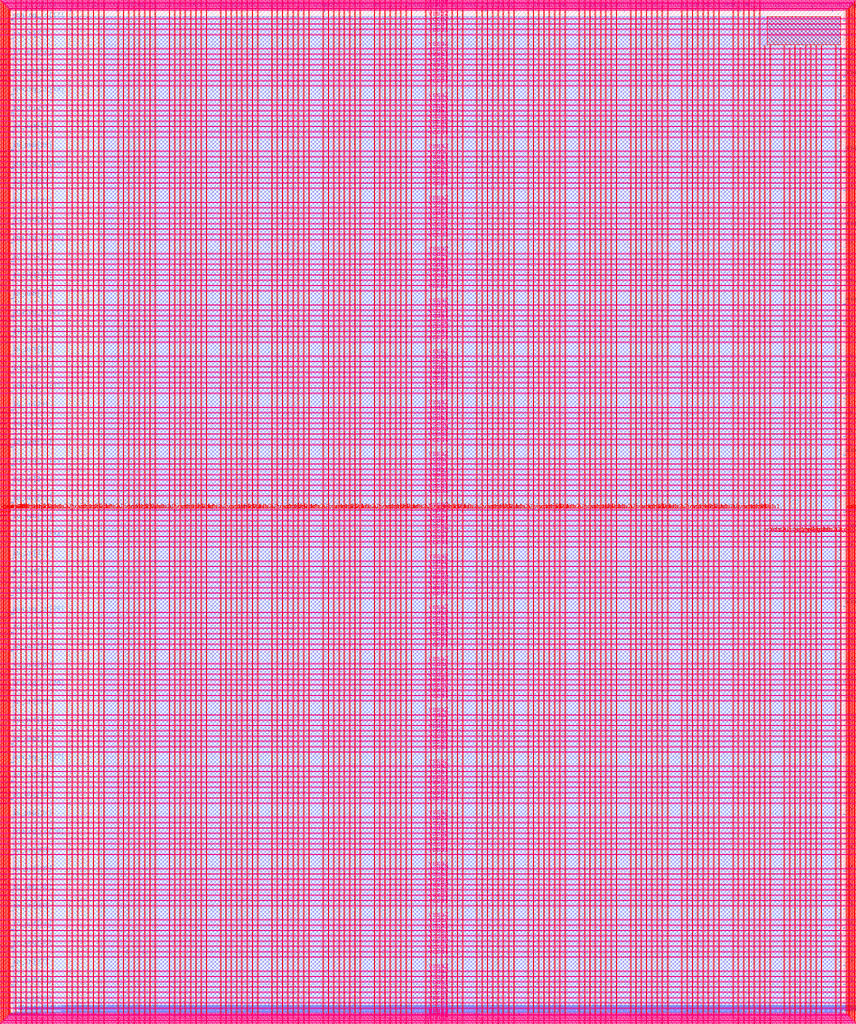
<source format=lef>
VERSION 5.7 ;
  NOWIREEXTENSIONATPIN ON ;
  DIVIDERCHAR "/" ;
  BUSBITCHARS "[]" ;
MACRO user_project_wrapper
  CLASS BLOCK ;
  FOREIGN user_project_wrapper ;
  ORIGIN 0.000 0.000 ;
  SIZE 2920.000 BY 3520.000 ;
  PIN analog_io[0]
    DIRECTION INOUT ;
    USE SIGNAL ;
    PORT
      LAYER met3 ;
        RECT 2917.600 1426.380 2924.800 1427.580 ;
    END
  END analog_io[0]
  PIN analog_io[10]
    DIRECTION INOUT ;
    USE SIGNAL ;
    PORT
      LAYER met2 ;
        RECT 2230.490 3517.600 2231.050 3524.800 ;
    END
  END analog_io[10]
  PIN analog_io[11]
    DIRECTION INOUT ;
    USE SIGNAL ;
    PORT
      LAYER met2 ;
        RECT 1905.730 3517.600 1906.290 3524.800 ;
    END
  END analog_io[11]
  PIN analog_io[12]
    DIRECTION INOUT ;
    USE SIGNAL ;
    PORT
      LAYER met2 ;
        RECT 1581.430 3517.600 1581.990 3524.800 ;
    END
  END analog_io[12]
  PIN analog_io[13]
    DIRECTION INOUT ;
    USE SIGNAL ;
    PORT
      LAYER met2 ;
        RECT 1257.130 3517.600 1257.690 3524.800 ;
    END
  END analog_io[13]
  PIN analog_io[14]
    DIRECTION INOUT ;
    USE SIGNAL ;
    PORT
      LAYER met2 ;
        RECT 932.370 3517.600 932.930 3524.800 ;
    END
  END analog_io[14]
  PIN analog_io[15]
    DIRECTION INOUT ;
    USE SIGNAL ;
    PORT
      LAYER met2 ;
        RECT 608.070 3517.600 608.630 3524.800 ;
    END
  END analog_io[15]
  PIN analog_io[16]
    DIRECTION INOUT ;
    USE SIGNAL ;
    PORT
      LAYER met2 ;
        RECT 283.770 3517.600 284.330 3524.800 ;
    END
  END analog_io[16]
  PIN analog_io[17]
    DIRECTION INOUT ;
    USE SIGNAL ;
    PORT
      LAYER met3 ;
        RECT -4.800 3486.100 2.400 3487.300 ;
    END
  END analog_io[17]
  PIN analog_io[18]
    DIRECTION INOUT ;
    USE SIGNAL ;
    PORT
      LAYER met3 ;
        RECT -4.800 3224.980 2.400 3226.180 ;
    END
  END analog_io[18]
  PIN analog_io[19]
    DIRECTION INOUT ;
    USE SIGNAL ;
    PORT
      LAYER met3 ;
        RECT -4.800 2964.540 2.400 2965.740 ;
    END
  END analog_io[19]
  PIN analog_io[1]
    DIRECTION INOUT ;
    USE SIGNAL ;
    PORT
      LAYER met3 ;
        RECT 2917.600 1692.260 2924.800 1693.460 ;
    END
  END analog_io[1]
  PIN analog_io[20]
    DIRECTION INOUT ;
    USE SIGNAL ;
    PORT
      LAYER met3 ;
        RECT -4.800 2703.420 2.400 2704.620 ;
    END
  END analog_io[20]
  PIN analog_io[21]
    DIRECTION INOUT ;
    USE SIGNAL ;
    PORT
      LAYER met3 ;
        RECT -4.800 2442.980 2.400 2444.180 ;
    END
  END analog_io[21]
  PIN analog_io[22]
    DIRECTION INOUT ;
    USE SIGNAL ;
    PORT
      LAYER met3 ;
        RECT -4.800 2182.540 2.400 2183.740 ;
    END
  END analog_io[22]
  PIN analog_io[23]
    DIRECTION INOUT ;
    USE SIGNAL ;
    PORT
      LAYER met3 ;
        RECT -4.800 1921.420 2.400 1922.620 ;
    END
  END analog_io[23]
  PIN analog_io[24]
    DIRECTION INOUT ;
    USE SIGNAL ;
    PORT
      LAYER met3 ;
        RECT -4.800 1660.980 2.400 1662.180 ;
    END
  END analog_io[24]
  PIN analog_io[25]
    DIRECTION INOUT ;
    USE SIGNAL ;
    PORT
      LAYER met3 ;
        RECT -4.800 1399.860 2.400 1401.060 ;
    END
  END analog_io[25]
  PIN analog_io[26]
    DIRECTION INOUT ;
    USE SIGNAL ;
    PORT
      LAYER met3 ;
        RECT -4.800 1139.420 2.400 1140.620 ;
    END
  END analog_io[26]
  PIN analog_io[27]
    DIRECTION INOUT ;
    USE SIGNAL ;
    PORT
      LAYER met3 ;
        RECT -4.800 878.980 2.400 880.180 ;
    END
  END analog_io[27]
  PIN analog_io[28]
    DIRECTION INOUT ;
    USE SIGNAL ;
    PORT
      LAYER met3 ;
        RECT -4.800 617.860 2.400 619.060 ;
    END
  END analog_io[28]
  PIN analog_io[2]
    DIRECTION INOUT ;
    USE SIGNAL ;
    PORT
      LAYER met3 ;
        RECT 2917.600 1958.140 2924.800 1959.340 ;
    END
  END analog_io[2]
  PIN analog_io[3]
    DIRECTION INOUT ;
    USE SIGNAL ;
    PORT
      LAYER met3 ;
        RECT 2917.600 2223.340 2924.800 2224.540 ;
    END
  END analog_io[3]
  PIN analog_io[4]
    DIRECTION INOUT ;
    USE SIGNAL ;
    PORT
      LAYER met3 ;
        RECT 2917.600 2489.220 2924.800 2490.420 ;
    END
  END analog_io[4]
  PIN analog_io[5]
    DIRECTION INOUT ;
    USE SIGNAL ;
    PORT
      LAYER met3 ;
        RECT 2917.600 2755.100 2924.800 2756.300 ;
    END
  END analog_io[5]
  PIN analog_io[6]
    DIRECTION INOUT ;
    USE SIGNAL ;
    PORT
      LAYER met3 ;
        RECT 2917.600 3020.300 2924.800 3021.500 ;
    END
  END analog_io[6]
  PIN analog_io[7]
    DIRECTION INOUT ;
    USE SIGNAL ;
    PORT
      LAYER met3 ;
        RECT 2917.600 3286.180 2924.800 3287.380 ;
    END
  END analog_io[7]
  PIN analog_io[8]
    DIRECTION INOUT ;
    USE SIGNAL ;
    PORT
      LAYER met2 ;
        RECT 2879.090 3517.600 2879.650 3524.800 ;
    END
  END analog_io[8]
  PIN analog_io[9]
    DIRECTION INOUT ;
    USE SIGNAL ;
    PORT
      LAYER met2 ;
        RECT 2554.790 3517.600 2555.350 3524.800 ;
    END
  END analog_io[9]
  PIN io_in[0]
    DIRECTION INPUT ;
    USE SIGNAL ;
    PORT
      LAYER met3 ;
        RECT 2917.600 32.380 2924.800 33.580 ;
    END
  END io_in[0]
  PIN io_in[10]
    DIRECTION INPUT ;
    USE SIGNAL ;
    PORT
      LAYER met3 ;
        RECT 2917.600 2289.980 2924.800 2291.180 ;
    END
  END io_in[10]
  PIN io_in[11]
    DIRECTION INPUT ;
    USE SIGNAL ;
    PORT
      LAYER met3 ;
        RECT 2917.600 2555.860 2924.800 2557.060 ;
    END
  END io_in[11]
  PIN io_in[12]
    DIRECTION INPUT ;
    USE SIGNAL ;
    PORT
      LAYER met3 ;
        RECT 2917.600 2821.060 2924.800 2822.260 ;
    END
  END io_in[12]
  PIN io_in[13]
    DIRECTION INPUT ;
    USE SIGNAL ;
    PORT
      LAYER met3 ;
        RECT 2917.600 3086.940 2924.800 3088.140 ;
    END
  END io_in[13]
  PIN io_in[14]
    DIRECTION INPUT ;
    USE SIGNAL ;
    PORT
      LAYER met3 ;
        RECT 2917.600 3352.820 2924.800 3354.020 ;
    END
  END io_in[14]
  PIN io_in[15]
    DIRECTION INPUT ;
    USE SIGNAL ;
    PORT
      LAYER met2 ;
        RECT 2798.130 3517.600 2798.690 3524.800 ;
    END
  END io_in[15]
  PIN io_in[16]
    DIRECTION INPUT ;
    USE SIGNAL ;
    PORT
      LAYER met2 ;
        RECT 2473.830 3517.600 2474.390 3524.800 ;
    END
  END io_in[16]
  PIN io_in[17]
    DIRECTION INPUT ;
    USE SIGNAL ;
    PORT
      LAYER met2 ;
        RECT 2149.070 3517.600 2149.630 3524.800 ;
    END
  END io_in[17]
  PIN io_in[18]
    DIRECTION INPUT ;
    USE SIGNAL ;
    PORT
      LAYER met2 ;
        RECT 1824.770 3517.600 1825.330 3524.800 ;
    END
  END io_in[18]
  PIN io_in[19]
    DIRECTION INPUT ;
    USE SIGNAL ;
    PORT
      LAYER met2 ;
        RECT 1500.470 3517.600 1501.030 3524.800 ;
    END
  END io_in[19]
  PIN io_in[1]
    DIRECTION INPUT ;
    USE SIGNAL ;
    PORT
      LAYER met3 ;
        RECT 2917.600 230.940 2924.800 232.140 ;
    END
  END io_in[1]
  PIN io_in[20]
    DIRECTION INPUT ;
    USE SIGNAL ;
    PORT
      LAYER met2 ;
        RECT 1175.710 3517.600 1176.270 3524.800 ;
    END
  END io_in[20]
  PIN io_in[21]
    DIRECTION INPUT ;
    USE SIGNAL ;
    PORT
      LAYER met2 ;
        RECT 851.410 3517.600 851.970 3524.800 ;
    END
  END io_in[21]
  PIN io_in[22]
    DIRECTION INPUT ;
    USE SIGNAL ;
    PORT
      LAYER met2 ;
        RECT 527.110 3517.600 527.670 3524.800 ;
    END
  END io_in[22]
  PIN io_in[23]
    DIRECTION INPUT ;
    USE SIGNAL ;
    PORT
      LAYER met2 ;
        RECT 202.350 3517.600 202.910 3524.800 ;
    END
  END io_in[23]
  PIN io_in[24]
    DIRECTION INPUT ;
    USE SIGNAL ;
    PORT
      LAYER met3 ;
        RECT -4.800 3420.820 2.400 3422.020 ;
    END
  END io_in[24]
  PIN io_in[25]
    DIRECTION INPUT ;
    USE SIGNAL ;
    PORT
      LAYER met3 ;
        RECT -4.800 3159.700 2.400 3160.900 ;
    END
  END io_in[25]
  PIN io_in[26]
    DIRECTION INPUT ;
    USE SIGNAL ;
    PORT
      LAYER met3 ;
        RECT -4.800 2899.260 2.400 2900.460 ;
    END
  END io_in[26]
  PIN io_in[27]
    DIRECTION INPUT ;
    USE SIGNAL ;
    PORT
      LAYER met3 ;
        RECT -4.800 2638.820 2.400 2640.020 ;
    END
  END io_in[27]
  PIN io_in[28]
    DIRECTION INPUT ;
    USE SIGNAL ;
    PORT
      LAYER met3 ;
        RECT -4.800 2377.700 2.400 2378.900 ;
    END
  END io_in[28]
  PIN io_in[29]
    DIRECTION INPUT ;
    USE SIGNAL ;
    PORT
      LAYER met3 ;
        RECT -4.800 2117.260 2.400 2118.460 ;
    END
  END io_in[29]
  PIN io_in[2]
    DIRECTION INPUT ;
    USE SIGNAL ;
    PORT
      LAYER met3 ;
        RECT 2917.600 430.180 2924.800 431.380 ;
    END
  END io_in[2]
  PIN io_in[30]
    DIRECTION INPUT ;
    USE SIGNAL ;
    PORT
      LAYER met3 ;
        RECT -4.800 1856.140 2.400 1857.340 ;
    END
  END io_in[30]
  PIN io_in[31]
    DIRECTION INPUT ;
    USE SIGNAL ;
    PORT
      LAYER met3 ;
        RECT -4.800 1595.700 2.400 1596.900 ;
    END
  END io_in[31]
  PIN io_in[32]
    DIRECTION INPUT ;
    USE SIGNAL ;
    PORT
      LAYER met3 ;
        RECT -4.800 1335.260 2.400 1336.460 ;
    END
  END io_in[32]
  PIN io_in[33]
    DIRECTION INPUT ;
    USE SIGNAL ;
    PORT
      LAYER met3 ;
        RECT -4.800 1074.140 2.400 1075.340 ;
    END
  END io_in[33]
  PIN io_in[34]
    DIRECTION INPUT ;
    USE SIGNAL ;
    PORT
      LAYER met3 ;
        RECT -4.800 813.700 2.400 814.900 ;
    END
  END io_in[34]
  PIN io_in[35]
    DIRECTION INPUT ;
    USE SIGNAL ;
    PORT
      LAYER met3 ;
        RECT -4.800 552.580 2.400 553.780 ;
    END
  END io_in[35]
  PIN io_in[36]
    DIRECTION INPUT ;
    USE SIGNAL ;
    PORT
      LAYER met3 ;
        RECT -4.800 357.420 2.400 358.620 ;
    END
  END io_in[36]
  PIN io_in[37]
    DIRECTION INPUT ;
    USE SIGNAL ;
    PORT
      LAYER met3 ;
        RECT -4.800 161.580 2.400 162.780 ;
    END
  END io_in[37]
  PIN io_in[3]
    DIRECTION INPUT ;
    USE SIGNAL ;
    PORT
      LAYER met3 ;
        RECT 2917.600 629.420 2924.800 630.620 ;
    END
  END io_in[3]
  PIN io_in[4]
    DIRECTION INPUT ;
    USE SIGNAL ;
    PORT
      LAYER met3 ;
        RECT 2917.600 828.660 2924.800 829.860 ;
    END
  END io_in[4]
  PIN io_in[5]
    DIRECTION INPUT ;
    USE SIGNAL ;
    PORT
      LAYER met3 ;
        RECT 2917.600 1027.900 2924.800 1029.100 ;
    END
  END io_in[5]
  PIN io_in[6]
    DIRECTION INPUT ;
    USE SIGNAL ;
    PORT
      LAYER met3 ;
        RECT 2917.600 1227.140 2924.800 1228.340 ;
    END
  END io_in[6]
  PIN io_in[7]
    DIRECTION INPUT ;
    USE SIGNAL ;
    PORT
      LAYER met3 ;
        RECT 2917.600 1493.020 2924.800 1494.220 ;
    END
  END io_in[7]
  PIN io_in[8]
    DIRECTION INPUT ;
    USE SIGNAL ;
    PORT
      LAYER met3 ;
        RECT 2917.600 1758.900 2924.800 1760.100 ;
    END
  END io_in[8]
  PIN io_in[9]
    DIRECTION INPUT ;
    USE SIGNAL ;
    PORT
      LAYER met3 ;
        RECT 2917.600 2024.100 2924.800 2025.300 ;
    END
  END io_in[9]
  PIN io_oeb[0]
    DIRECTION OUTPUT TRISTATE ;
    USE SIGNAL ;
    PORT
      LAYER met3 ;
        RECT 2917.600 164.980 2924.800 166.180 ;
    END
  END io_oeb[0]
  PIN io_oeb[10]
    DIRECTION OUTPUT TRISTATE ;
    USE SIGNAL ;
    PORT
      LAYER met3 ;
        RECT 2917.600 2422.580 2924.800 2423.780 ;
    END
  END io_oeb[10]
  PIN io_oeb[11]
    DIRECTION OUTPUT TRISTATE ;
    USE SIGNAL ;
    PORT
      LAYER met3 ;
        RECT 2917.600 2688.460 2924.800 2689.660 ;
    END
  END io_oeb[11]
  PIN io_oeb[12]
    DIRECTION OUTPUT TRISTATE ;
    USE SIGNAL ;
    PORT
      LAYER met3 ;
        RECT 2917.600 2954.340 2924.800 2955.540 ;
    END
  END io_oeb[12]
  PIN io_oeb[13]
    DIRECTION OUTPUT TRISTATE ;
    USE SIGNAL ;
    PORT
      LAYER met3 ;
        RECT 2917.600 3219.540 2924.800 3220.740 ;
    END
  END io_oeb[13]
  PIN io_oeb[14]
    DIRECTION OUTPUT TRISTATE ;
    USE SIGNAL ;
    PORT
      LAYER met3 ;
        RECT 2917.600 3485.420 2924.800 3486.620 ;
    END
  END io_oeb[14]
  PIN io_oeb[15]
    DIRECTION OUTPUT TRISTATE ;
    USE SIGNAL ;
    PORT
      LAYER met2 ;
        RECT 2635.750 3517.600 2636.310 3524.800 ;
    END
  END io_oeb[15]
  PIN io_oeb[16]
    DIRECTION OUTPUT TRISTATE ;
    USE SIGNAL ;
    PORT
      LAYER met2 ;
        RECT 2311.450 3517.600 2312.010 3524.800 ;
    END
  END io_oeb[16]
  PIN io_oeb[17]
    DIRECTION OUTPUT TRISTATE ;
    USE SIGNAL ;
    PORT
      LAYER met2 ;
        RECT 1987.150 3517.600 1987.710 3524.800 ;
    END
  END io_oeb[17]
  PIN io_oeb[18]
    DIRECTION OUTPUT TRISTATE ;
    USE SIGNAL ;
    PORT
      LAYER met2 ;
        RECT 1662.390 3517.600 1662.950 3524.800 ;
    END
  END io_oeb[18]
  PIN io_oeb[19]
    DIRECTION OUTPUT TRISTATE ;
    USE SIGNAL ;
    PORT
      LAYER met2 ;
        RECT 1338.090 3517.600 1338.650 3524.800 ;
    END
  END io_oeb[19]
  PIN io_oeb[1]
    DIRECTION OUTPUT TRISTATE ;
    USE SIGNAL ;
    PORT
      LAYER met3 ;
        RECT 2917.600 364.220 2924.800 365.420 ;
    END
  END io_oeb[1]
  PIN io_oeb[20]
    DIRECTION OUTPUT TRISTATE ;
    USE SIGNAL ;
    PORT
      LAYER met2 ;
        RECT 1013.790 3517.600 1014.350 3524.800 ;
    END
  END io_oeb[20]
  PIN io_oeb[21]
    DIRECTION OUTPUT TRISTATE ;
    USE SIGNAL ;
    PORT
      LAYER met2 ;
        RECT 689.030 3517.600 689.590 3524.800 ;
    END
  END io_oeb[21]
  PIN io_oeb[22]
    DIRECTION OUTPUT TRISTATE ;
    USE SIGNAL ;
    PORT
      LAYER met2 ;
        RECT 364.730 3517.600 365.290 3524.800 ;
    END
  END io_oeb[22]
  PIN io_oeb[23]
    DIRECTION OUTPUT TRISTATE ;
    USE SIGNAL ;
    PORT
      LAYER met2 ;
        RECT 40.430 3517.600 40.990 3524.800 ;
    END
  END io_oeb[23]
  PIN io_oeb[24]
    DIRECTION OUTPUT TRISTATE ;
    USE SIGNAL ;
    PORT
      LAYER met3 ;
        RECT -4.800 3290.260 2.400 3291.460 ;
    END
  END io_oeb[24]
  PIN io_oeb[25]
    DIRECTION OUTPUT TRISTATE ;
    USE SIGNAL ;
    PORT
      LAYER met3 ;
        RECT -4.800 3029.820 2.400 3031.020 ;
    END
  END io_oeb[25]
  PIN io_oeb[26]
    DIRECTION OUTPUT TRISTATE ;
    USE SIGNAL ;
    PORT
      LAYER met3 ;
        RECT -4.800 2768.700 2.400 2769.900 ;
    END
  END io_oeb[26]
  PIN io_oeb[27]
    DIRECTION OUTPUT TRISTATE ;
    USE SIGNAL ;
    PORT
      LAYER met3 ;
        RECT -4.800 2508.260 2.400 2509.460 ;
    END
  END io_oeb[27]
  PIN io_oeb[28]
    DIRECTION OUTPUT TRISTATE ;
    USE SIGNAL ;
    PORT
      LAYER met3 ;
        RECT -4.800 2247.140 2.400 2248.340 ;
    END
  END io_oeb[28]
  PIN io_oeb[29]
    DIRECTION OUTPUT TRISTATE ;
    USE SIGNAL ;
    PORT
      LAYER met3 ;
        RECT -4.800 1986.700 2.400 1987.900 ;
    END
  END io_oeb[29]
  PIN io_oeb[2]
    DIRECTION OUTPUT TRISTATE ;
    USE SIGNAL ;
    PORT
      LAYER met3 ;
        RECT 2917.600 563.460 2924.800 564.660 ;
    END
  END io_oeb[2]
  PIN io_oeb[30]
    DIRECTION OUTPUT TRISTATE ;
    USE SIGNAL ;
    PORT
      LAYER met3 ;
        RECT -4.800 1726.260 2.400 1727.460 ;
    END
  END io_oeb[30]
  PIN io_oeb[31]
    DIRECTION OUTPUT TRISTATE ;
    USE SIGNAL ;
    PORT
      LAYER met3 ;
        RECT -4.800 1465.140 2.400 1466.340 ;
    END
  END io_oeb[31]
  PIN io_oeb[32]
    DIRECTION OUTPUT TRISTATE ;
    USE SIGNAL ;
    PORT
      LAYER met3 ;
        RECT -4.800 1204.700 2.400 1205.900 ;
    END
  END io_oeb[32]
  PIN io_oeb[33]
    DIRECTION OUTPUT TRISTATE ;
    USE SIGNAL ;
    PORT
      LAYER met3 ;
        RECT -4.800 943.580 2.400 944.780 ;
    END
  END io_oeb[33]
  PIN io_oeb[34]
    DIRECTION OUTPUT TRISTATE ;
    USE SIGNAL ;
    PORT
      LAYER met3 ;
        RECT -4.800 683.140 2.400 684.340 ;
    END
  END io_oeb[34]
  PIN io_oeb[35]
    DIRECTION OUTPUT TRISTATE ;
    USE SIGNAL ;
    PORT
      LAYER met3 ;
        RECT -4.800 422.700 2.400 423.900 ;
    END
  END io_oeb[35]
  PIN io_oeb[36]
    DIRECTION OUTPUT TRISTATE ;
    USE SIGNAL ;
    PORT
      LAYER met3 ;
        RECT -4.800 226.860 2.400 228.060 ;
    END
  END io_oeb[36]
  PIN io_oeb[37]
    DIRECTION OUTPUT TRISTATE ;
    USE SIGNAL ;
    PORT
      LAYER met3 ;
        RECT -4.800 31.700 2.400 32.900 ;
    END
  END io_oeb[37]
  PIN io_oeb[3]
    DIRECTION OUTPUT TRISTATE ;
    USE SIGNAL ;
    PORT
      LAYER met3 ;
        RECT 2917.600 762.700 2924.800 763.900 ;
    END
  END io_oeb[3]
  PIN io_oeb[4]
    DIRECTION OUTPUT TRISTATE ;
    USE SIGNAL ;
    PORT
      LAYER met3 ;
        RECT 2917.600 961.940 2924.800 963.140 ;
    END
  END io_oeb[4]
  PIN io_oeb[5]
    DIRECTION OUTPUT TRISTATE ;
    USE SIGNAL ;
    PORT
      LAYER met3 ;
        RECT 2917.600 1161.180 2924.800 1162.380 ;
    END
  END io_oeb[5]
  PIN io_oeb[6]
    DIRECTION OUTPUT TRISTATE ;
    USE SIGNAL ;
    PORT
      LAYER met3 ;
        RECT 2917.600 1360.420 2924.800 1361.620 ;
    END
  END io_oeb[6]
  PIN io_oeb[7]
    DIRECTION OUTPUT TRISTATE ;
    USE SIGNAL ;
    PORT
      LAYER met3 ;
        RECT 2917.600 1625.620 2924.800 1626.820 ;
    END
  END io_oeb[7]
  PIN io_oeb[8]
    DIRECTION OUTPUT TRISTATE ;
    USE SIGNAL ;
    PORT
      LAYER met3 ;
        RECT 2917.600 1891.500 2924.800 1892.700 ;
    END
  END io_oeb[8]
  PIN io_oeb[9]
    DIRECTION OUTPUT TRISTATE ;
    USE SIGNAL ;
    PORT
      LAYER met3 ;
        RECT 2917.600 2157.380 2924.800 2158.580 ;
    END
  END io_oeb[9]
  PIN io_out[0]
    DIRECTION OUTPUT TRISTATE ;
    USE SIGNAL ;
    PORT
      LAYER met3 ;
        RECT 2917.600 98.340 2924.800 99.540 ;
    END
  END io_out[0]
  PIN io_out[10]
    DIRECTION OUTPUT TRISTATE ;
    USE SIGNAL ;
    PORT
      LAYER met3 ;
        RECT 2917.600 2356.620 2924.800 2357.820 ;
    END
  END io_out[10]
  PIN io_out[11]
    DIRECTION OUTPUT TRISTATE ;
    USE SIGNAL ;
    PORT
      LAYER met3 ;
        RECT 2917.600 2621.820 2924.800 2623.020 ;
    END
  END io_out[11]
  PIN io_out[12]
    DIRECTION OUTPUT TRISTATE ;
    USE SIGNAL ;
    PORT
      LAYER met3 ;
        RECT 2917.600 2887.700 2924.800 2888.900 ;
    END
  END io_out[12]
  PIN io_out[13]
    DIRECTION OUTPUT TRISTATE ;
    USE SIGNAL ;
    PORT
      LAYER met3 ;
        RECT 2917.600 3153.580 2924.800 3154.780 ;
    END
  END io_out[13]
  PIN io_out[14]
    DIRECTION OUTPUT TRISTATE ;
    USE SIGNAL ;
    PORT
      LAYER met3 ;
        RECT 2917.600 3418.780 2924.800 3419.980 ;
    END
  END io_out[14]
  PIN io_out[15]
    DIRECTION OUTPUT TRISTATE ;
    USE SIGNAL ;
    PORT
      LAYER met2 ;
        RECT 2717.170 3517.600 2717.730 3524.800 ;
    END
  END io_out[15]
  PIN io_out[16]
    DIRECTION OUTPUT TRISTATE ;
    USE SIGNAL ;
    PORT
      LAYER met2 ;
        RECT 2392.410 3517.600 2392.970 3524.800 ;
    END
  END io_out[16]
  PIN io_out[17]
    DIRECTION OUTPUT TRISTATE ;
    USE SIGNAL ;
    PORT
      LAYER met2 ;
        RECT 2068.110 3517.600 2068.670 3524.800 ;
    END
  END io_out[17]
  PIN io_out[18]
    DIRECTION OUTPUT TRISTATE ;
    USE SIGNAL ;
    PORT
      LAYER met2 ;
        RECT 1743.810 3517.600 1744.370 3524.800 ;
    END
  END io_out[18]
  PIN io_out[19]
    DIRECTION OUTPUT TRISTATE ;
    USE SIGNAL ;
    PORT
      LAYER met2 ;
        RECT 1419.050 3517.600 1419.610 3524.800 ;
    END
  END io_out[19]
  PIN io_out[1]
    DIRECTION OUTPUT TRISTATE ;
    USE SIGNAL ;
    PORT
      LAYER met3 ;
        RECT 2917.600 297.580 2924.800 298.780 ;
    END
  END io_out[1]
  PIN io_out[20]
    DIRECTION OUTPUT TRISTATE ;
    USE SIGNAL ;
    PORT
      LAYER met2 ;
        RECT 1094.750 3517.600 1095.310 3524.800 ;
    END
  END io_out[20]
  PIN io_out[21]
    DIRECTION OUTPUT TRISTATE ;
    USE SIGNAL ;
    PORT
      LAYER met2 ;
        RECT 770.450 3517.600 771.010 3524.800 ;
    END
  END io_out[21]
  PIN io_out[22]
    DIRECTION OUTPUT TRISTATE ;
    USE SIGNAL ;
    PORT
      LAYER met2 ;
        RECT 445.690 3517.600 446.250 3524.800 ;
    END
  END io_out[22]
  PIN io_out[23]
    DIRECTION OUTPUT TRISTATE ;
    USE SIGNAL ;
    PORT
      LAYER met2 ;
        RECT 121.390 3517.600 121.950 3524.800 ;
    END
  END io_out[23]
  PIN io_out[24]
    DIRECTION OUTPUT TRISTATE ;
    USE SIGNAL ;
    PORT
      LAYER met3 ;
        RECT -4.800 3355.540 2.400 3356.740 ;
    END
  END io_out[24]
  PIN io_out[25]
    DIRECTION OUTPUT TRISTATE ;
    USE SIGNAL ;
    PORT
      LAYER met3 ;
        RECT -4.800 3095.100 2.400 3096.300 ;
    END
  END io_out[25]
  PIN io_out[26]
    DIRECTION OUTPUT TRISTATE ;
    USE SIGNAL ;
    PORT
      LAYER met3 ;
        RECT -4.800 2833.980 2.400 2835.180 ;
    END
  END io_out[26]
  PIN io_out[27]
    DIRECTION OUTPUT TRISTATE ;
    USE SIGNAL ;
    PORT
      LAYER met3 ;
        RECT -4.800 2573.540 2.400 2574.740 ;
    END
  END io_out[27]
  PIN io_out[28]
    DIRECTION OUTPUT TRISTATE ;
    USE SIGNAL ;
    PORT
      LAYER met3 ;
        RECT -4.800 2312.420 2.400 2313.620 ;
    END
  END io_out[28]
  PIN io_out[29]
    DIRECTION OUTPUT TRISTATE ;
    USE SIGNAL ;
    PORT
      LAYER met3 ;
        RECT -4.800 2051.980 2.400 2053.180 ;
    END
  END io_out[29]
  PIN io_out[2]
    DIRECTION OUTPUT TRISTATE ;
    USE SIGNAL ;
    PORT
      LAYER met3 ;
        RECT 2917.600 496.820 2924.800 498.020 ;
    END
  END io_out[2]
  PIN io_out[30]
    DIRECTION OUTPUT TRISTATE ;
    USE SIGNAL ;
    PORT
      LAYER met3 ;
        RECT -4.800 1791.540 2.400 1792.740 ;
    END
  END io_out[30]
  PIN io_out[31]
    DIRECTION OUTPUT TRISTATE ;
    USE SIGNAL ;
    PORT
      LAYER met3 ;
        RECT -4.800 1530.420 2.400 1531.620 ;
    END
  END io_out[31]
  PIN io_out[32]
    DIRECTION OUTPUT TRISTATE ;
    USE SIGNAL ;
    PORT
      LAYER met3 ;
        RECT -4.800 1269.980 2.400 1271.180 ;
    END
  END io_out[32]
  PIN io_out[33]
    DIRECTION OUTPUT TRISTATE ;
    USE SIGNAL ;
    PORT
      LAYER met3 ;
        RECT -4.800 1008.860 2.400 1010.060 ;
    END
  END io_out[33]
  PIN io_out[34]
    DIRECTION OUTPUT TRISTATE ;
    USE SIGNAL ;
    PORT
      LAYER met3 ;
        RECT -4.800 748.420 2.400 749.620 ;
    END
  END io_out[34]
  PIN io_out[35]
    DIRECTION OUTPUT TRISTATE ;
    USE SIGNAL ;
    PORT
      LAYER met3 ;
        RECT -4.800 487.300 2.400 488.500 ;
    END
  END io_out[35]
  PIN io_out[36]
    DIRECTION OUTPUT TRISTATE ;
    USE SIGNAL ;
    PORT
      LAYER met3 ;
        RECT -4.800 292.140 2.400 293.340 ;
    END
  END io_out[36]
  PIN io_out[37]
    DIRECTION OUTPUT TRISTATE ;
    USE SIGNAL ;
    PORT
      LAYER met3 ;
        RECT -4.800 96.300 2.400 97.500 ;
    END
  END io_out[37]
  PIN io_out[3]
    DIRECTION OUTPUT TRISTATE ;
    USE SIGNAL ;
    PORT
      LAYER met3 ;
        RECT 2917.600 696.060 2924.800 697.260 ;
    END
  END io_out[3]
  PIN io_out[4]
    DIRECTION OUTPUT TRISTATE ;
    USE SIGNAL ;
    PORT
      LAYER met3 ;
        RECT 2917.600 895.300 2924.800 896.500 ;
    END
  END io_out[4]
  PIN io_out[5]
    DIRECTION OUTPUT TRISTATE ;
    USE SIGNAL ;
    PORT
      LAYER met3 ;
        RECT 2917.600 1094.540 2924.800 1095.740 ;
    END
  END io_out[5]
  PIN io_out[6]
    DIRECTION OUTPUT TRISTATE ;
    USE SIGNAL ;
    PORT
      LAYER met3 ;
        RECT 2917.600 1293.780 2924.800 1294.980 ;
    END
  END io_out[6]
  PIN io_out[7]
    DIRECTION OUTPUT TRISTATE ;
    USE SIGNAL ;
    PORT
      LAYER met3 ;
        RECT 2917.600 1559.660 2924.800 1560.860 ;
    END
  END io_out[7]
  PIN io_out[8]
    DIRECTION OUTPUT TRISTATE ;
    USE SIGNAL ;
    PORT
      LAYER met3 ;
        RECT 2917.600 1824.860 2924.800 1826.060 ;
    END
  END io_out[8]
  PIN io_out[9]
    DIRECTION OUTPUT TRISTATE ;
    USE SIGNAL ;
    PORT
      LAYER met3 ;
        RECT 2917.600 2090.740 2924.800 2091.940 ;
    END
  END io_out[9]
  PIN la_data_in[0]
    DIRECTION INPUT ;
    USE SIGNAL ;
    PORT
      LAYER met2 ;
        RECT 629.230 -4.800 629.790 2.400 ;
    END
  END la_data_in[0]
  PIN la_data_in[100]
    DIRECTION INPUT ;
    USE SIGNAL ;
    PORT
      LAYER met2 ;
        RECT 2402.530 -4.800 2403.090 2.400 ;
    END
  END la_data_in[100]
  PIN la_data_in[101]
    DIRECTION INPUT ;
    USE SIGNAL ;
    PORT
      LAYER met2 ;
        RECT 2420.010 -4.800 2420.570 2.400 ;
    END
  END la_data_in[101]
  PIN la_data_in[102]
    DIRECTION INPUT ;
    USE SIGNAL ;
    PORT
      LAYER met2 ;
        RECT 2437.950 -4.800 2438.510 2.400 ;
    END
  END la_data_in[102]
  PIN la_data_in[103]
    DIRECTION INPUT ;
    USE SIGNAL ;
    PORT
      LAYER met2 ;
        RECT 2455.430 -4.800 2455.990 2.400 ;
    END
  END la_data_in[103]
  PIN la_data_in[104]
    DIRECTION INPUT ;
    USE SIGNAL ;
    PORT
      LAYER met2 ;
        RECT 2473.370 -4.800 2473.930 2.400 ;
    END
  END la_data_in[104]
  PIN la_data_in[105]
    DIRECTION INPUT ;
    USE SIGNAL ;
    PORT
      LAYER met2 ;
        RECT 2490.850 -4.800 2491.410 2.400 ;
    END
  END la_data_in[105]
  PIN la_data_in[106]
    DIRECTION INPUT ;
    USE SIGNAL ;
    PORT
      LAYER met2 ;
        RECT 2508.790 -4.800 2509.350 2.400 ;
    END
  END la_data_in[106]
  PIN la_data_in[107]
    DIRECTION INPUT ;
    USE SIGNAL ;
    PORT
      LAYER met2 ;
        RECT 2526.730 -4.800 2527.290 2.400 ;
    END
  END la_data_in[107]
  PIN la_data_in[108]
    DIRECTION INPUT ;
    USE SIGNAL ;
    PORT
      LAYER met2 ;
        RECT 2544.210 -4.800 2544.770 2.400 ;
    END
  END la_data_in[108]
  PIN la_data_in[109]
    DIRECTION INPUT ;
    USE SIGNAL ;
    PORT
      LAYER met2 ;
        RECT 2562.150 -4.800 2562.710 2.400 ;
    END
  END la_data_in[109]
  PIN la_data_in[10]
    DIRECTION INPUT ;
    USE SIGNAL ;
    PORT
      LAYER met2 ;
        RECT 806.330 -4.800 806.890 2.400 ;
    END
  END la_data_in[10]
  PIN la_data_in[110]
    DIRECTION INPUT ;
    USE SIGNAL ;
    PORT
      LAYER met2 ;
        RECT 2579.630 -4.800 2580.190 2.400 ;
    END
  END la_data_in[110]
  PIN la_data_in[111]
    DIRECTION INPUT ;
    USE SIGNAL ;
    PORT
      LAYER met2 ;
        RECT 2597.570 -4.800 2598.130 2.400 ;
    END
  END la_data_in[111]
  PIN la_data_in[112]
    DIRECTION INPUT ;
    USE SIGNAL ;
    PORT
      LAYER met2 ;
        RECT 2615.050 -4.800 2615.610 2.400 ;
    END
  END la_data_in[112]
  PIN la_data_in[113]
    DIRECTION INPUT ;
    USE SIGNAL ;
    PORT
      LAYER met2 ;
        RECT 2632.990 -4.800 2633.550 2.400 ;
    END
  END la_data_in[113]
  PIN la_data_in[114]
    DIRECTION INPUT ;
    USE SIGNAL ;
    PORT
      LAYER met2 ;
        RECT 2650.470 -4.800 2651.030 2.400 ;
    END
  END la_data_in[114]
  PIN la_data_in[115]
    DIRECTION INPUT ;
    USE SIGNAL ;
    PORT
      LAYER met2 ;
        RECT 2668.410 -4.800 2668.970 2.400 ;
    END
  END la_data_in[115]
  PIN la_data_in[116]
    DIRECTION INPUT ;
    USE SIGNAL ;
    PORT
      LAYER met2 ;
        RECT 2685.890 -4.800 2686.450 2.400 ;
    END
  END la_data_in[116]
  PIN la_data_in[117]
    DIRECTION INPUT ;
    USE SIGNAL ;
    PORT
      LAYER met2 ;
        RECT 2703.830 -4.800 2704.390 2.400 ;
    END
  END la_data_in[117]
  PIN la_data_in[118]
    DIRECTION INPUT ;
    USE SIGNAL ;
    PORT
      LAYER met2 ;
        RECT 2721.770 -4.800 2722.330 2.400 ;
    END
  END la_data_in[118]
  PIN la_data_in[119]
    DIRECTION INPUT ;
    USE SIGNAL ;
    PORT
      LAYER met2 ;
        RECT 2739.250 -4.800 2739.810 2.400 ;
    END
  END la_data_in[119]
  PIN la_data_in[11]
    DIRECTION INPUT ;
    USE SIGNAL ;
    PORT
      LAYER met2 ;
        RECT 824.270 -4.800 824.830 2.400 ;
    END
  END la_data_in[11]
  PIN la_data_in[120]
    DIRECTION INPUT ;
    USE SIGNAL ;
    PORT
      LAYER met2 ;
        RECT 2757.190 -4.800 2757.750 2.400 ;
    END
  END la_data_in[120]
  PIN la_data_in[121]
    DIRECTION INPUT ;
    USE SIGNAL ;
    PORT
      LAYER met2 ;
        RECT 2774.670 -4.800 2775.230 2.400 ;
    END
  END la_data_in[121]
  PIN la_data_in[122]
    DIRECTION INPUT ;
    USE SIGNAL ;
    PORT
      LAYER met2 ;
        RECT 2792.610 -4.800 2793.170 2.400 ;
    END
  END la_data_in[122]
  PIN la_data_in[123]
    DIRECTION INPUT ;
    USE SIGNAL ;
    PORT
      LAYER met2 ;
        RECT 2810.090 -4.800 2810.650 2.400 ;
    END
  END la_data_in[123]
  PIN la_data_in[124]
    DIRECTION INPUT ;
    USE SIGNAL ;
    PORT
      LAYER met2 ;
        RECT 2828.030 -4.800 2828.590 2.400 ;
    END
  END la_data_in[124]
  PIN la_data_in[125]
    DIRECTION INPUT ;
    USE SIGNAL ;
    PORT
      LAYER met2 ;
        RECT 2845.510 -4.800 2846.070 2.400 ;
    END
  END la_data_in[125]
  PIN la_data_in[126]
    DIRECTION INPUT ;
    USE SIGNAL ;
    PORT
      LAYER met2 ;
        RECT 2863.450 -4.800 2864.010 2.400 ;
    END
  END la_data_in[126]
  PIN la_data_in[127]
    DIRECTION INPUT ;
    USE SIGNAL ;
    PORT
      LAYER met2 ;
        RECT 2881.390 -4.800 2881.950 2.400 ;
    END
  END la_data_in[127]
  PIN la_data_in[12]
    DIRECTION INPUT ;
    USE SIGNAL ;
    PORT
      LAYER met2 ;
        RECT 841.750 -4.800 842.310 2.400 ;
    END
  END la_data_in[12]
  PIN la_data_in[13]
    DIRECTION INPUT ;
    USE SIGNAL ;
    PORT
      LAYER met2 ;
        RECT 859.690 -4.800 860.250 2.400 ;
    END
  END la_data_in[13]
  PIN la_data_in[14]
    DIRECTION INPUT ;
    USE SIGNAL ;
    PORT
      LAYER met2 ;
        RECT 877.170 -4.800 877.730 2.400 ;
    END
  END la_data_in[14]
  PIN la_data_in[15]
    DIRECTION INPUT ;
    USE SIGNAL ;
    PORT
      LAYER met2 ;
        RECT 895.110 -4.800 895.670 2.400 ;
    END
  END la_data_in[15]
  PIN la_data_in[16]
    DIRECTION INPUT ;
    USE SIGNAL ;
    PORT
      LAYER met2 ;
        RECT 912.590 -4.800 913.150 2.400 ;
    END
  END la_data_in[16]
  PIN la_data_in[17]
    DIRECTION INPUT ;
    USE SIGNAL ;
    PORT
      LAYER met2 ;
        RECT 930.530 -4.800 931.090 2.400 ;
    END
  END la_data_in[17]
  PIN la_data_in[18]
    DIRECTION INPUT ;
    USE SIGNAL ;
    PORT
      LAYER met2 ;
        RECT 948.470 -4.800 949.030 2.400 ;
    END
  END la_data_in[18]
  PIN la_data_in[19]
    DIRECTION INPUT ;
    USE SIGNAL ;
    PORT
      LAYER met2 ;
        RECT 965.950 -4.800 966.510 2.400 ;
    END
  END la_data_in[19]
  PIN la_data_in[1]
    DIRECTION INPUT ;
    USE SIGNAL ;
    PORT
      LAYER met2 ;
        RECT 646.710 -4.800 647.270 2.400 ;
    END
  END la_data_in[1]
  PIN la_data_in[20]
    DIRECTION INPUT ;
    USE SIGNAL ;
    PORT
      LAYER met2 ;
        RECT 983.890 -4.800 984.450 2.400 ;
    END
  END la_data_in[20]
  PIN la_data_in[21]
    DIRECTION INPUT ;
    USE SIGNAL ;
    PORT
      LAYER met2 ;
        RECT 1001.370 -4.800 1001.930 2.400 ;
    END
  END la_data_in[21]
  PIN la_data_in[22]
    DIRECTION INPUT ;
    USE SIGNAL ;
    PORT
      LAYER met2 ;
        RECT 1019.310 -4.800 1019.870 2.400 ;
    END
  END la_data_in[22]
  PIN la_data_in[23]
    DIRECTION INPUT ;
    USE SIGNAL ;
    PORT
      LAYER met2 ;
        RECT 1036.790 -4.800 1037.350 2.400 ;
    END
  END la_data_in[23]
  PIN la_data_in[24]
    DIRECTION INPUT ;
    USE SIGNAL ;
    PORT
      LAYER met2 ;
        RECT 1054.730 -4.800 1055.290 2.400 ;
    END
  END la_data_in[24]
  PIN la_data_in[25]
    DIRECTION INPUT ;
    USE SIGNAL ;
    PORT
      LAYER met2 ;
        RECT 1072.210 -4.800 1072.770 2.400 ;
    END
  END la_data_in[25]
  PIN la_data_in[26]
    DIRECTION INPUT ;
    USE SIGNAL ;
    PORT
      LAYER met2 ;
        RECT 1090.150 -4.800 1090.710 2.400 ;
    END
  END la_data_in[26]
  PIN la_data_in[27]
    DIRECTION INPUT ;
    USE SIGNAL ;
    PORT
      LAYER met2 ;
        RECT 1107.630 -4.800 1108.190 2.400 ;
    END
  END la_data_in[27]
  PIN la_data_in[28]
    DIRECTION INPUT ;
    USE SIGNAL ;
    PORT
      LAYER met2 ;
        RECT 1125.570 -4.800 1126.130 2.400 ;
    END
  END la_data_in[28]
  PIN la_data_in[29]
    DIRECTION INPUT ;
    USE SIGNAL ;
    PORT
      LAYER met2 ;
        RECT 1143.510 -4.800 1144.070 2.400 ;
    END
  END la_data_in[29]
  PIN la_data_in[2]
    DIRECTION INPUT ;
    USE SIGNAL ;
    PORT
      LAYER met2 ;
        RECT 664.650 -4.800 665.210 2.400 ;
    END
  END la_data_in[2]
  PIN la_data_in[30]
    DIRECTION INPUT ;
    USE SIGNAL ;
    PORT
      LAYER met2 ;
        RECT 1160.990 -4.800 1161.550 2.400 ;
    END
  END la_data_in[30]
  PIN la_data_in[31]
    DIRECTION INPUT ;
    USE SIGNAL ;
    PORT
      LAYER met2 ;
        RECT 1178.930 -4.800 1179.490 2.400 ;
    END
  END la_data_in[31]
  PIN la_data_in[32]
    DIRECTION INPUT ;
    USE SIGNAL ;
    PORT
      LAYER met2 ;
        RECT 1196.410 -4.800 1196.970 2.400 ;
    END
  END la_data_in[32]
  PIN la_data_in[33]
    DIRECTION INPUT ;
    USE SIGNAL ;
    PORT
      LAYER met2 ;
        RECT 1214.350 -4.800 1214.910 2.400 ;
    END
  END la_data_in[33]
  PIN la_data_in[34]
    DIRECTION INPUT ;
    USE SIGNAL ;
    PORT
      LAYER met2 ;
        RECT 1231.830 -4.800 1232.390 2.400 ;
    END
  END la_data_in[34]
  PIN la_data_in[35]
    DIRECTION INPUT ;
    USE SIGNAL ;
    PORT
      LAYER met2 ;
        RECT 1249.770 -4.800 1250.330 2.400 ;
    END
  END la_data_in[35]
  PIN la_data_in[36]
    DIRECTION INPUT ;
    USE SIGNAL ;
    PORT
      LAYER met2 ;
        RECT 1267.250 -4.800 1267.810 2.400 ;
    END
  END la_data_in[36]
  PIN la_data_in[37]
    DIRECTION INPUT ;
    USE SIGNAL ;
    PORT
      LAYER met2 ;
        RECT 1285.190 -4.800 1285.750 2.400 ;
    END
  END la_data_in[37]
  PIN la_data_in[38]
    DIRECTION INPUT ;
    USE SIGNAL ;
    PORT
      LAYER met2 ;
        RECT 1303.130 -4.800 1303.690 2.400 ;
    END
  END la_data_in[38]
  PIN la_data_in[39]
    DIRECTION INPUT ;
    USE SIGNAL ;
    PORT
      LAYER met2 ;
        RECT 1320.610 -4.800 1321.170 2.400 ;
    END
  END la_data_in[39]
  PIN la_data_in[3]
    DIRECTION INPUT ;
    USE SIGNAL ;
    PORT
      LAYER met2 ;
        RECT 682.130 -4.800 682.690 2.400 ;
    END
  END la_data_in[3]
  PIN la_data_in[40]
    DIRECTION INPUT ;
    USE SIGNAL ;
    PORT
      LAYER met2 ;
        RECT 1338.550 -4.800 1339.110 2.400 ;
    END
  END la_data_in[40]
  PIN la_data_in[41]
    DIRECTION INPUT ;
    USE SIGNAL ;
    PORT
      LAYER met2 ;
        RECT 1356.030 -4.800 1356.590 2.400 ;
    END
  END la_data_in[41]
  PIN la_data_in[42]
    DIRECTION INPUT ;
    USE SIGNAL ;
    PORT
      LAYER met2 ;
        RECT 1373.970 -4.800 1374.530 2.400 ;
    END
  END la_data_in[42]
  PIN la_data_in[43]
    DIRECTION INPUT ;
    USE SIGNAL ;
    PORT
      LAYER met2 ;
        RECT 1391.450 -4.800 1392.010 2.400 ;
    END
  END la_data_in[43]
  PIN la_data_in[44]
    DIRECTION INPUT ;
    USE SIGNAL ;
    PORT
      LAYER met2 ;
        RECT 1409.390 -4.800 1409.950 2.400 ;
    END
  END la_data_in[44]
  PIN la_data_in[45]
    DIRECTION INPUT ;
    USE SIGNAL ;
    PORT
      LAYER met2 ;
        RECT 1426.870 -4.800 1427.430 2.400 ;
    END
  END la_data_in[45]
  PIN la_data_in[46]
    DIRECTION INPUT ;
    USE SIGNAL ;
    PORT
      LAYER met2 ;
        RECT 1444.810 -4.800 1445.370 2.400 ;
    END
  END la_data_in[46]
  PIN la_data_in[47]
    DIRECTION INPUT ;
    USE SIGNAL ;
    PORT
      LAYER met2 ;
        RECT 1462.750 -4.800 1463.310 2.400 ;
    END
  END la_data_in[47]
  PIN la_data_in[48]
    DIRECTION INPUT ;
    USE SIGNAL ;
    PORT
      LAYER met2 ;
        RECT 1480.230 -4.800 1480.790 2.400 ;
    END
  END la_data_in[48]
  PIN la_data_in[49]
    DIRECTION INPUT ;
    USE SIGNAL ;
    PORT
      LAYER met2 ;
        RECT 1498.170 -4.800 1498.730 2.400 ;
    END
  END la_data_in[49]
  PIN la_data_in[4]
    DIRECTION INPUT ;
    USE SIGNAL ;
    PORT
      LAYER met2 ;
        RECT 700.070 -4.800 700.630 2.400 ;
    END
  END la_data_in[4]
  PIN la_data_in[50]
    DIRECTION INPUT ;
    USE SIGNAL ;
    PORT
      LAYER met2 ;
        RECT 1515.650 -4.800 1516.210 2.400 ;
    END
  END la_data_in[50]
  PIN la_data_in[51]
    DIRECTION INPUT ;
    USE SIGNAL ;
    PORT
      LAYER met2 ;
        RECT 1533.590 -4.800 1534.150 2.400 ;
    END
  END la_data_in[51]
  PIN la_data_in[52]
    DIRECTION INPUT ;
    USE SIGNAL ;
    PORT
      LAYER met2 ;
        RECT 1551.070 -4.800 1551.630 2.400 ;
    END
  END la_data_in[52]
  PIN la_data_in[53]
    DIRECTION INPUT ;
    USE SIGNAL ;
    PORT
      LAYER met2 ;
        RECT 1569.010 -4.800 1569.570 2.400 ;
    END
  END la_data_in[53]
  PIN la_data_in[54]
    DIRECTION INPUT ;
    USE SIGNAL ;
    PORT
      LAYER met2 ;
        RECT 1586.490 -4.800 1587.050 2.400 ;
    END
  END la_data_in[54]
  PIN la_data_in[55]
    DIRECTION INPUT ;
    USE SIGNAL ;
    PORT
      LAYER met2 ;
        RECT 1604.430 -4.800 1604.990 2.400 ;
    END
  END la_data_in[55]
  PIN la_data_in[56]
    DIRECTION INPUT ;
    USE SIGNAL ;
    PORT
      LAYER met2 ;
        RECT 1621.910 -4.800 1622.470 2.400 ;
    END
  END la_data_in[56]
  PIN la_data_in[57]
    DIRECTION INPUT ;
    USE SIGNAL ;
    PORT
      LAYER met2 ;
        RECT 1639.850 -4.800 1640.410 2.400 ;
    END
  END la_data_in[57]
  PIN la_data_in[58]
    DIRECTION INPUT ;
    USE SIGNAL ;
    PORT
      LAYER met2 ;
        RECT 1657.790 -4.800 1658.350 2.400 ;
    END
  END la_data_in[58]
  PIN la_data_in[59]
    DIRECTION INPUT ;
    USE SIGNAL ;
    PORT
      LAYER met2 ;
        RECT 1675.270 -4.800 1675.830 2.400 ;
    END
  END la_data_in[59]
  PIN la_data_in[5]
    DIRECTION INPUT ;
    USE SIGNAL ;
    PORT
      LAYER met2 ;
        RECT 717.550 -4.800 718.110 2.400 ;
    END
  END la_data_in[5]
  PIN la_data_in[60]
    DIRECTION INPUT ;
    USE SIGNAL ;
    PORT
      LAYER met2 ;
        RECT 1693.210 -4.800 1693.770 2.400 ;
    END
  END la_data_in[60]
  PIN la_data_in[61]
    DIRECTION INPUT ;
    USE SIGNAL ;
    PORT
      LAYER met2 ;
        RECT 1710.690 -4.800 1711.250 2.400 ;
    END
  END la_data_in[61]
  PIN la_data_in[62]
    DIRECTION INPUT ;
    USE SIGNAL ;
    PORT
      LAYER met2 ;
        RECT 1728.630 -4.800 1729.190 2.400 ;
    END
  END la_data_in[62]
  PIN la_data_in[63]
    DIRECTION INPUT ;
    USE SIGNAL ;
    PORT
      LAYER met2 ;
        RECT 1746.110 -4.800 1746.670 2.400 ;
    END
  END la_data_in[63]
  PIN la_data_in[64]
    DIRECTION INPUT ;
    USE SIGNAL ;
    PORT
      LAYER met2 ;
        RECT 1764.050 -4.800 1764.610 2.400 ;
    END
  END la_data_in[64]
  PIN la_data_in[65]
    DIRECTION INPUT ;
    USE SIGNAL ;
    PORT
      LAYER met2 ;
        RECT 1781.530 -4.800 1782.090 2.400 ;
    END
  END la_data_in[65]
  PIN la_data_in[66]
    DIRECTION INPUT ;
    USE SIGNAL ;
    PORT
      LAYER met2 ;
        RECT 1799.470 -4.800 1800.030 2.400 ;
    END
  END la_data_in[66]
  PIN la_data_in[67]
    DIRECTION INPUT ;
    USE SIGNAL ;
    PORT
      LAYER met2 ;
        RECT 1817.410 -4.800 1817.970 2.400 ;
    END
  END la_data_in[67]
  PIN la_data_in[68]
    DIRECTION INPUT ;
    USE SIGNAL ;
    PORT
      LAYER met2 ;
        RECT 1834.890 -4.800 1835.450 2.400 ;
    END
  END la_data_in[68]
  PIN la_data_in[69]
    DIRECTION INPUT ;
    USE SIGNAL ;
    PORT
      LAYER met2 ;
        RECT 1852.830 -4.800 1853.390 2.400 ;
    END
  END la_data_in[69]
  PIN la_data_in[6]
    DIRECTION INPUT ;
    USE SIGNAL ;
    PORT
      LAYER met2 ;
        RECT 735.490 -4.800 736.050 2.400 ;
    END
  END la_data_in[6]
  PIN la_data_in[70]
    DIRECTION INPUT ;
    USE SIGNAL ;
    PORT
      LAYER met2 ;
        RECT 1870.310 -4.800 1870.870 2.400 ;
    END
  END la_data_in[70]
  PIN la_data_in[71]
    DIRECTION INPUT ;
    USE SIGNAL ;
    PORT
      LAYER met2 ;
        RECT 1888.250 -4.800 1888.810 2.400 ;
    END
  END la_data_in[71]
  PIN la_data_in[72]
    DIRECTION INPUT ;
    USE SIGNAL ;
    PORT
      LAYER met2 ;
        RECT 1905.730 -4.800 1906.290 2.400 ;
    END
  END la_data_in[72]
  PIN la_data_in[73]
    DIRECTION INPUT ;
    USE SIGNAL ;
    PORT
      LAYER met2 ;
        RECT 1923.670 -4.800 1924.230 2.400 ;
    END
  END la_data_in[73]
  PIN la_data_in[74]
    DIRECTION INPUT ;
    USE SIGNAL ;
    PORT
      LAYER met2 ;
        RECT 1941.150 -4.800 1941.710 2.400 ;
    END
  END la_data_in[74]
  PIN la_data_in[75]
    DIRECTION INPUT ;
    USE SIGNAL ;
    PORT
      LAYER met2 ;
        RECT 1959.090 -4.800 1959.650 2.400 ;
    END
  END la_data_in[75]
  PIN la_data_in[76]
    DIRECTION INPUT ;
    USE SIGNAL ;
    PORT
      LAYER met2 ;
        RECT 1976.570 -4.800 1977.130 2.400 ;
    END
  END la_data_in[76]
  PIN la_data_in[77]
    DIRECTION INPUT ;
    USE SIGNAL ;
    PORT
      LAYER met2 ;
        RECT 1994.510 -4.800 1995.070 2.400 ;
    END
  END la_data_in[77]
  PIN la_data_in[78]
    DIRECTION INPUT ;
    USE SIGNAL ;
    PORT
      LAYER met2 ;
        RECT 2012.450 -4.800 2013.010 2.400 ;
    END
  END la_data_in[78]
  PIN la_data_in[79]
    DIRECTION INPUT ;
    USE SIGNAL ;
    PORT
      LAYER met2 ;
        RECT 2029.930 -4.800 2030.490 2.400 ;
    END
  END la_data_in[79]
  PIN la_data_in[7]
    DIRECTION INPUT ;
    USE SIGNAL ;
    PORT
      LAYER met2 ;
        RECT 752.970 -4.800 753.530 2.400 ;
    END
  END la_data_in[7]
  PIN la_data_in[80]
    DIRECTION INPUT ;
    USE SIGNAL ;
    PORT
      LAYER met2 ;
        RECT 2047.870 -4.800 2048.430 2.400 ;
    END
  END la_data_in[80]
  PIN la_data_in[81]
    DIRECTION INPUT ;
    USE SIGNAL ;
    PORT
      LAYER met2 ;
        RECT 2065.350 -4.800 2065.910 2.400 ;
    END
  END la_data_in[81]
  PIN la_data_in[82]
    DIRECTION INPUT ;
    USE SIGNAL ;
    PORT
      LAYER met2 ;
        RECT 2083.290 -4.800 2083.850 2.400 ;
    END
  END la_data_in[82]
  PIN la_data_in[83]
    DIRECTION INPUT ;
    USE SIGNAL ;
    PORT
      LAYER met2 ;
        RECT 2100.770 -4.800 2101.330 2.400 ;
    END
  END la_data_in[83]
  PIN la_data_in[84]
    DIRECTION INPUT ;
    USE SIGNAL ;
    PORT
      LAYER met2 ;
        RECT 2118.710 -4.800 2119.270 2.400 ;
    END
  END la_data_in[84]
  PIN la_data_in[85]
    DIRECTION INPUT ;
    USE SIGNAL ;
    PORT
      LAYER met2 ;
        RECT 2136.190 -4.800 2136.750 2.400 ;
    END
  END la_data_in[85]
  PIN la_data_in[86]
    DIRECTION INPUT ;
    USE SIGNAL ;
    PORT
      LAYER met2 ;
        RECT 2154.130 -4.800 2154.690 2.400 ;
    END
  END la_data_in[86]
  PIN la_data_in[87]
    DIRECTION INPUT ;
    USE SIGNAL ;
    PORT
      LAYER met2 ;
        RECT 2172.070 -4.800 2172.630 2.400 ;
    END
  END la_data_in[87]
  PIN la_data_in[88]
    DIRECTION INPUT ;
    USE SIGNAL ;
    PORT
      LAYER met2 ;
        RECT 2189.550 -4.800 2190.110 2.400 ;
    END
  END la_data_in[88]
  PIN la_data_in[89]
    DIRECTION INPUT ;
    USE SIGNAL ;
    PORT
      LAYER met2 ;
        RECT 2207.490 -4.800 2208.050 2.400 ;
    END
  END la_data_in[89]
  PIN la_data_in[8]
    DIRECTION INPUT ;
    USE SIGNAL ;
    PORT
      LAYER met2 ;
        RECT 770.910 -4.800 771.470 2.400 ;
    END
  END la_data_in[8]
  PIN la_data_in[90]
    DIRECTION INPUT ;
    USE SIGNAL ;
    PORT
      LAYER met2 ;
        RECT 2224.970 -4.800 2225.530 2.400 ;
    END
  END la_data_in[90]
  PIN la_data_in[91]
    DIRECTION INPUT ;
    USE SIGNAL ;
    PORT
      LAYER met2 ;
        RECT 2242.910 -4.800 2243.470 2.400 ;
    END
  END la_data_in[91]
  PIN la_data_in[92]
    DIRECTION INPUT ;
    USE SIGNAL ;
    PORT
      LAYER met2 ;
        RECT 2260.390 -4.800 2260.950 2.400 ;
    END
  END la_data_in[92]
  PIN la_data_in[93]
    DIRECTION INPUT ;
    USE SIGNAL ;
    PORT
      LAYER met2 ;
        RECT 2278.330 -4.800 2278.890 2.400 ;
    END
  END la_data_in[93]
  PIN la_data_in[94]
    DIRECTION INPUT ;
    USE SIGNAL ;
    PORT
      LAYER met2 ;
        RECT 2295.810 -4.800 2296.370 2.400 ;
    END
  END la_data_in[94]
  PIN la_data_in[95]
    DIRECTION INPUT ;
    USE SIGNAL ;
    PORT
      LAYER met2 ;
        RECT 2313.750 -4.800 2314.310 2.400 ;
    END
  END la_data_in[95]
  PIN la_data_in[96]
    DIRECTION INPUT ;
    USE SIGNAL ;
    PORT
      LAYER met2 ;
        RECT 2331.230 -4.800 2331.790 2.400 ;
    END
  END la_data_in[96]
  PIN la_data_in[97]
    DIRECTION INPUT ;
    USE SIGNAL ;
    PORT
      LAYER met2 ;
        RECT 2349.170 -4.800 2349.730 2.400 ;
    END
  END la_data_in[97]
  PIN la_data_in[98]
    DIRECTION INPUT ;
    USE SIGNAL ;
    PORT
      LAYER met2 ;
        RECT 2367.110 -4.800 2367.670 2.400 ;
    END
  END la_data_in[98]
  PIN la_data_in[99]
    DIRECTION INPUT ;
    USE SIGNAL ;
    PORT
      LAYER met2 ;
        RECT 2384.590 -4.800 2385.150 2.400 ;
    END
  END la_data_in[99]
  PIN la_data_in[9]
    DIRECTION INPUT ;
    USE SIGNAL ;
    PORT
      LAYER met2 ;
        RECT 788.850 -4.800 789.410 2.400 ;
    END
  END la_data_in[9]
  PIN la_data_out[0]
    DIRECTION OUTPUT TRISTATE ;
    USE SIGNAL ;
    PORT
      LAYER met2 ;
        RECT 634.750 -4.800 635.310 2.400 ;
    END
  END la_data_out[0]
  PIN la_data_out[100]
    DIRECTION OUTPUT TRISTATE ;
    USE SIGNAL ;
    PORT
      LAYER met2 ;
        RECT 2408.510 -4.800 2409.070 2.400 ;
    END
  END la_data_out[100]
  PIN la_data_out[101]
    DIRECTION OUTPUT TRISTATE ;
    USE SIGNAL ;
    PORT
      LAYER met2 ;
        RECT 2425.990 -4.800 2426.550 2.400 ;
    END
  END la_data_out[101]
  PIN la_data_out[102]
    DIRECTION OUTPUT TRISTATE ;
    USE SIGNAL ;
    PORT
      LAYER met2 ;
        RECT 2443.930 -4.800 2444.490 2.400 ;
    END
  END la_data_out[102]
  PIN la_data_out[103]
    DIRECTION OUTPUT TRISTATE ;
    USE SIGNAL ;
    PORT
      LAYER met2 ;
        RECT 2461.410 -4.800 2461.970 2.400 ;
    END
  END la_data_out[103]
  PIN la_data_out[104]
    DIRECTION OUTPUT TRISTATE ;
    USE SIGNAL ;
    PORT
      LAYER met2 ;
        RECT 2479.350 -4.800 2479.910 2.400 ;
    END
  END la_data_out[104]
  PIN la_data_out[105]
    DIRECTION OUTPUT TRISTATE ;
    USE SIGNAL ;
    PORT
      LAYER met2 ;
        RECT 2496.830 -4.800 2497.390 2.400 ;
    END
  END la_data_out[105]
  PIN la_data_out[106]
    DIRECTION OUTPUT TRISTATE ;
    USE SIGNAL ;
    PORT
      LAYER met2 ;
        RECT 2514.770 -4.800 2515.330 2.400 ;
    END
  END la_data_out[106]
  PIN la_data_out[107]
    DIRECTION OUTPUT TRISTATE ;
    USE SIGNAL ;
    PORT
      LAYER met2 ;
        RECT 2532.250 -4.800 2532.810 2.400 ;
    END
  END la_data_out[107]
  PIN la_data_out[108]
    DIRECTION OUTPUT TRISTATE ;
    USE SIGNAL ;
    PORT
      LAYER met2 ;
        RECT 2550.190 -4.800 2550.750 2.400 ;
    END
  END la_data_out[108]
  PIN la_data_out[109]
    DIRECTION OUTPUT TRISTATE ;
    USE SIGNAL ;
    PORT
      LAYER met2 ;
        RECT 2567.670 -4.800 2568.230 2.400 ;
    END
  END la_data_out[109]
  PIN la_data_out[10]
    DIRECTION OUTPUT TRISTATE ;
    USE SIGNAL ;
    PORT
      LAYER met2 ;
        RECT 812.310 -4.800 812.870 2.400 ;
    END
  END la_data_out[10]
  PIN la_data_out[110]
    DIRECTION OUTPUT TRISTATE ;
    USE SIGNAL ;
    PORT
      LAYER met2 ;
        RECT 2585.610 -4.800 2586.170 2.400 ;
    END
  END la_data_out[110]
  PIN la_data_out[111]
    DIRECTION OUTPUT TRISTATE ;
    USE SIGNAL ;
    PORT
      LAYER met2 ;
        RECT 2603.550 -4.800 2604.110 2.400 ;
    END
  END la_data_out[111]
  PIN la_data_out[112]
    DIRECTION OUTPUT TRISTATE ;
    USE SIGNAL ;
    PORT
      LAYER met2 ;
        RECT 2621.030 -4.800 2621.590 2.400 ;
    END
  END la_data_out[112]
  PIN la_data_out[113]
    DIRECTION OUTPUT TRISTATE ;
    USE SIGNAL ;
    PORT
      LAYER met2 ;
        RECT 2638.970 -4.800 2639.530 2.400 ;
    END
  END la_data_out[113]
  PIN la_data_out[114]
    DIRECTION OUTPUT TRISTATE ;
    USE SIGNAL ;
    PORT
      LAYER met2 ;
        RECT 2656.450 -4.800 2657.010 2.400 ;
    END
  END la_data_out[114]
  PIN la_data_out[115]
    DIRECTION OUTPUT TRISTATE ;
    USE SIGNAL ;
    PORT
      LAYER met2 ;
        RECT 2674.390 -4.800 2674.950 2.400 ;
    END
  END la_data_out[115]
  PIN la_data_out[116]
    DIRECTION OUTPUT TRISTATE ;
    USE SIGNAL ;
    PORT
      LAYER met2 ;
        RECT 2691.870 -4.800 2692.430 2.400 ;
    END
  END la_data_out[116]
  PIN la_data_out[117]
    DIRECTION OUTPUT TRISTATE ;
    USE SIGNAL ;
    PORT
      LAYER met2 ;
        RECT 2709.810 -4.800 2710.370 2.400 ;
    END
  END la_data_out[117]
  PIN la_data_out[118]
    DIRECTION OUTPUT TRISTATE ;
    USE SIGNAL ;
    PORT
      LAYER met2 ;
        RECT 2727.290 -4.800 2727.850 2.400 ;
    END
  END la_data_out[118]
  PIN la_data_out[119]
    DIRECTION OUTPUT TRISTATE ;
    USE SIGNAL ;
    PORT
      LAYER met2 ;
        RECT 2745.230 -4.800 2745.790 2.400 ;
    END
  END la_data_out[119]
  PIN la_data_out[11]
    DIRECTION OUTPUT TRISTATE ;
    USE SIGNAL ;
    PORT
      LAYER met2 ;
        RECT 830.250 -4.800 830.810 2.400 ;
    END
  END la_data_out[11]
  PIN la_data_out[120]
    DIRECTION OUTPUT TRISTATE ;
    USE SIGNAL ;
    PORT
      LAYER met2 ;
        RECT 2763.170 -4.800 2763.730 2.400 ;
    END
  END la_data_out[120]
  PIN la_data_out[121]
    DIRECTION OUTPUT TRISTATE ;
    USE SIGNAL ;
    PORT
      LAYER met2 ;
        RECT 2780.650 -4.800 2781.210 2.400 ;
    END
  END la_data_out[121]
  PIN la_data_out[122]
    DIRECTION OUTPUT TRISTATE ;
    USE SIGNAL ;
    PORT
      LAYER met2 ;
        RECT 2798.590 -4.800 2799.150 2.400 ;
    END
  END la_data_out[122]
  PIN la_data_out[123]
    DIRECTION OUTPUT TRISTATE ;
    USE SIGNAL ;
    PORT
      LAYER met2 ;
        RECT 2816.070 -4.800 2816.630 2.400 ;
    END
  END la_data_out[123]
  PIN la_data_out[124]
    DIRECTION OUTPUT TRISTATE ;
    USE SIGNAL ;
    PORT
      LAYER met2 ;
        RECT 2834.010 -4.800 2834.570 2.400 ;
    END
  END la_data_out[124]
  PIN la_data_out[125]
    DIRECTION OUTPUT TRISTATE ;
    USE SIGNAL ;
    PORT
      LAYER met2 ;
        RECT 2851.490 -4.800 2852.050 2.400 ;
    END
  END la_data_out[125]
  PIN la_data_out[126]
    DIRECTION OUTPUT TRISTATE ;
    USE SIGNAL ;
    PORT
      LAYER met2 ;
        RECT 2869.430 -4.800 2869.990 2.400 ;
    END
  END la_data_out[126]
  PIN la_data_out[127]
    DIRECTION OUTPUT TRISTATE ;
    USE SIGNAL ;
    PORT
      LAYER met2 ;
        RECT 2886.910 -4.800 2887.470 2.400 ;
    END
  END la_data_out[127]
  PIN la_data_out[12]
    DIRECTION OUTPUT TRISTATE ;
    USE SIGNAL ;
    PORT
      LAYER met2 ;
        RECT 847.730 -4.800 848.290 2.400 ;
    END
  END la_data_out[12]
  PIN la_data_out[13]
    DIRECTION OUTPUT TRISTATE ;
    USE SIGNAL ;
    PORT
      LAYER met2 ;
        RECT 865.670 -4.800 866.230 2.400 ;
    END
  END la_data_out[13]
  PIN la_data_out[14]
    DIRECTION OUTPUT TRISTATE ;
    USE SIGNAL ;
    PORT
      LAYER met2 ;
        RECT 883.150 -4.800 883.710 2.400 ;
    END
  END la_data_out[14]
  PIN la_data_out[15]
    DIRECTION OUTPUT TRISTATE ;
    USE SIGNAL ;
    PORT
      LAYER met2 ;
        RECT 901.090 -4.800 901.650 2.400 ;
    END
  END la_data_out[15]
  PIN la_data_out[16]
    DIRECTION OUTPUT TRISTATE ;
    USE SIGNAL ;
    PORT
      LAYER met2 ;
        RECT 918.570 -4.800 919.130 2.400 ;
    END
  END la_data_out[16]
  PIN la_data_out[17]
    DIRECTION OUTPUT TRISTATE ;
    USE SIGNAL ;
    PORT
      LAYER met2 ;
        RECT 936.510 -4.800 937.070 2.400 ;
    END
  END la_data_out[17]
  PIN la_data_out[18]
    DIRECTION OUTPUT TRISTATE ;
    USE SIGNAL ;
    PORT
      LAYER met2 ;
        RECT 953.990 -4.800 954.550 2.400 ;
    END
  END la_data_out[18]
  PIN la_data_out[19]
    DIRECTION OUTPUT TRISTATE ;
    USE SIGNAL ;
    PORT
      LAYER met2 ;
        RECT 971.930 -4.800 972.490 2.400 ;
    END
  END la_data_out[19]
  PIN la_data_out[1]
    DIRECTION OUTPUT TRISTATE ;
    USE SIGNAL ;
    PORT
      LAYER met2 ;
        RECT 652.690 -4.800 653.250 2.400 ;
    END
  END la_data_out[1]
  PIN la_data_out[20]
    DIRECTION OUTPUT TRISTATE ;
    USE SIGNAL ;
    PORT
      LAYER met2 ;
        RECT 989.410 -4.800 989.970 2.400 ;
    END
  END la_data_out[20]
  PIN la_data_out[21]
    DIRECTION OUTPUT TRISTATE ;
    USE SIGNAL ;
    PORT
      LAYER met2 ;
        RECT 1007.350 -4.800 1007.910 2.400 ;
    END
  END la_data_out[21]
  PIN la_data_out[22]
    DIRECTION OUTPUT TRISTATE ;
    USE SIGNAL ;
    PORT
      LAYER met2 ;
        RECT 1025.290 -4.800 1025.850 2.400 ;
    END
  END la_data_out[22]
  PIN la_data_out[23]
    DIRECTION OUTPUT TRISTATE ;
    USE SIGNAL ;
    PORT
      LAYER met2 ;
        RECT 1042.770 -4.800 1043.330 2.400 ;
    END
  END la_data_out[23]
  PIN la_data_out[24]
    DIRECTION OUTPUT TRISTATE ;
    USE SIGNAL ;
    PORT
      LAYER met2 ;
        RECT 1060.710 -4.800 1061.270 2.400 ;
    END
  END la_data_out[24]
  PIN la_data_out[25]
    DIRECTION OUTPUT TRISTATE ;
    USE SIGNAL ;
    PORT
      LAYER met2 ;
        RECT 1078.190 -4.800 1078.750 2.400 ;
    END
  END la_data_out[25]
  PIN la_data_out[26]
    DIRECTION OUTPUT TRISTATE ;
    USE SIGNAL ;
    PORT
      LAYER met2 ;
        RECT 1096.130 -4.800 1096.690 2.400 ;
    END
  END la_data_out[26]
  PIN la_data_out[27]
    DIRECTION OUTPUT TRISTATE ;
    USE SIGNAL ;
    PORT
      LAYER met2 ;
        RECT 1113.610 -4.800 1114.170 2.400 ;
    END
  END la_data_out[27]
  PIN la_data_out[28]
    DIRECTION OUTPUT TRISTATE ;
    USE SIGNAL ;
    PORT
      LAYER met2 ;
        RECT 1131.550 -4.800 1132.110 2.400 ;
    END
  END la_data_out[28]
  PIN la_data_out[29]
    DIRECTION OUTPUT TRISTATE ;
    USE SIGNAL ;
    PORT
      LAYER met2 ;
        RECT 1149.030 -4.800 1149.590 2.400 ;
    END
  END la_data_out[29]
  PIN la_data_out[2]
    DIRECTION OUTPUT TRISTATE ;
    USE SIGNAL ;
    PORT
      LAYER met2 ;
        RECT 670.630 -4.800 671.190 2.400 ;
    END
  END la_data_out[2]
  PIN la_data_out[30]
    DIRECTION OUTPUT TRISTATE ;
    USE SIGNAL ;
    PORT
      LAYER met2 ;
        RECT 1166.970 -4.800 1167.530 2.400 ;
    END
  END la_data_out[30]
  PIN la_data_out[31]
    DIRECTION OUTPUT TRISTATE ;
    USE SIGNAL ;
    PORT
      LAYER met2 ;
        RECT 1184.910 -4.800 1185.470 2.400 ;
    END
  END la_data_out[31]
  PIN la_data_out[32]
    DIRECTION OUTPUT TRISTATE ;
    USE SIGNAL ;
    PORT
      LAYER met2 ;
        RECT 1202.390 -4.800 1202.950 2.400 ;
    END
  END la_data_out[32]
  PIN la_data_out[33]
    DIRECTION OUTPUT TRISTATE ;
    USE SIGNAL ;
    PORT
      LAYER met2 ;
        RECT 1220.330 -4.800 1220.890 2.400 ;
    END
  END la_data_out[33]
  PIN la_data_out[34]
    DIRECTION OUTPUT TRISTATE ;
    USE SIGNAL ;
    PORT
      LAYER met2 ;
        RECT 1237.810 -4.800 1238.370 2.400 ;
    END
  END la_data_out[34]
  PIN la_data_out[35]
    DIRECTION OUTPUT TRISTATE ;
    USE SIGNAL ;
    PORT
      LAYER met2 ;
        RECT 1255.750 -4.800 1256.310 2.400 ;
    END
  END la_data_out[35]
  PIN la_data_out[36]
    DIRECTION OUTPUT TRISTATE ;
    USE SIGNAL ;
    PORT
      LAYER met2 ;
        RECT 1273.230 -4.800 1273.790 2.400 ;
    END
  END la_data_out[36]
  PIN la_data_out[37]
    DIRECTION OUTPUT TRISTATE ;
    USE SIGNAL ;
    PORT
      LAYER met2 ;
        RECT 1291.170 -4.800 1291.730 2.400 ;
    END
  END la_data_out[37]
  PIN la_data_out[38]
    DIRECTION OUTPUT TRISTATE ;
    USE SIGNAL ;
    PORT
      LAYER met2 ;
        RECT 1308.650 -4.800 1309.210 2.400 ;
    END
  END la_data_out[38]
  PIN la_data_out[39]
    DIRECTION OUTPUT TRISTATE ;
    USE SIGNAL ;
    PORT
      LAYER met2 ;
        RECT 1326.590 -4.800 1327.150 2.400 ;
    END
  END la_data_out[39]
  PIN la_data_out[3]
    DIRECTION OUTPUT TRISTATE ;
    USE SIGNAL ;
    PORT
      LAYER met2 ;
        RECT 688.110 -4.800 688.670 2.400 ;
    END
  END la_data_out[3]
  PIN la_data_out[40]
    DIRECTION OUTPUT TRISTATE ;
    USE SIGNAL ;
    PORT
      LAYER met2 ;
        RECT 1344.070 -4.800 1344.630 2.400 ;
    END
  END la_data_out[40]
  PIN la_data_out[41]
    DIRECTION OUTPUT TRISTATE ;
    USE SIGNAL ;
    PORT
      LAYER met2 ;
        RECT 1362.010 -4.800 1362.570 2.400 ;
    END
  END la_data_out[41]
  PIN la_data_out[42]
    DIRECTION OUTPUT TRISTATE ;
    USE SIGNAL ;
    PORT
      LAYER met2 ;
        RECT 1379.950 -4.800 1380.510 2.400 ;
    END
  END la_data_out[42]
  PIN la_data_out[43]
    DIRECTION OUTPUT TRISTATE ;
    USE SIGNAL ;
    PORT
      LAYER met2 ;
        RECT 1397.430 -4.800 1397.990 2.400 ;
    END
  END la_data_out[43]
  PIN la_data_out[44]
    DIRECTION OUTPUT TRISTATE ;
    USE SIGNAL ;
    PORT
      LAYER met2 ;
        RECT 1415.370 -4.800 1415.930 2.400 ;
    END
  END la_data_out[44]
  PIN la_data_out[45]
    DIRECTION OUTPUT TRISTATE ;
    USE SIGNAL ;
    PORT
      LAYER met2 ;
        RECT 1432.850 -4.800 1433.410 2.400 ;
    END
  END la_data_out[45]
  PIN la_data_out[46]
    DIRECTION OUTPUT TRISTATE ;
    USE SIGNAL ;
    PORT
      LAYER met2 ;
        RECT 1450.790 -4.800 1451.350 2.400 ;
    END
  END la_data_out[46]
  PIN la_data_out[47]
    DIRECTION OUTPUT TRISTATE ;
    USE SIGNAL ;
    PORT
      LAYER met2 ;
        RECT 1468.270 -4.800 1468.830 2.400 ;
    END
  END la_data_out[47]
  PIN la_data_out[48]
    DIRECTION OUTPUT TRISTATE ;
    USE SIGNAL ;
    PORT
      LAYER met2 ;
        RECT 1486.210 -4.800 1486.770 2.400 ;
    END
  END la_data_out[48]
  PIN la_data_out[49]
    DIRECTION OUTPUT TRISTATE ;
    USE SIGNAL ;
    PORT
      LAYER met2 ;
        RECT 1503.690 -4.800 1504.250 2.400 ;
    END
  END la_data_out[49]
  PIN la_data_out[4]
    DIRECTION OUTPUT TRISTATE ;
    USE SIGNAL ;
    PORT
      LAYER met2 ;
        RECT 706.050 -4.800 706.610 2.400 ;
    END
  END la_data_out[4]
  PIN la_data_out[50]
    DIRECTION OUTPUT TRISTATE ;
    USE SIGNAL ;
    PORT
      LAYER met2 ;
        RECT 1521.630 -4.800 1522.190 2.400 ;
    END
  END la_data_out[50]
  PIN la_data_out[51]
    DIRECTION OUTPUT TRISTATE ;
    USE SIGNAL ;
    PORT
      LAYER met2 ;
        RECT 1539.570 -4.800 1540.130 2.400 ;
    END
  END la_data_out[51]
  PIN la_data_out[52]
    DIRECTION OUTPUT TRISTATE ;
    USE SIGNAL ;
    PORT
      LAYER met2 ;
        RECT 1557.050 -4.800 1557.610 2.400 ;
    END
  END la_data_out[52]
  PIN la_data_out[53]
    DIRECTION OUTPUT TRISTATE ;
    USE SIGNAL ;
    PORT
      LAYER met2 ;
        RECT 1574.990 -4.800 1575.550 2.400 ;
    END
  END la_data_out[53]
  PIN la_data_out[54]
    DIRECTION OUTPUT TRISTATE ;
    USE SIGNAL ;
    PORT
      LAYER met2 ;
        RECT 1592.470 -4.800 1593.030 2.400 ;
    END
  END la_data_out[54]
  PIN la_data_out[55]
    DIRECTION OUTPUT TRISTATE ;
    USE SIGNAL ;
    PORT
      LAYER met2 ;
        RECT 1610.410 -4.800 1610.970 2.400 ;
    END
  END la_data_out[55]
  PIN la_data_out[56]
    DIRECTION OUTPUT TRISTATE ;
    USE SIGNAL ;
    PORT
      LAYER met2 ;
        RECT 1627.890 -4.800 1628.450 2.400 ;
    END
  END la_data_out[56]
  PIN la_data_out[57]
    DIRECTION OUTPUT TRISTATE ;
    USE SIGNAL ;
    PORT
      LAYER met2 ;
        RECT 1645.830 -4.800 1646.390 2.400 ;
    END
  END la_data_out[57]
  PIN la_data_out[58]
    DIRECTION OUTPUT TRISTATE ;
    USE SIGNAL ;
    PORT
      LAYER met2 ;
        RECT 1663.310 -4.800 1663.870 2.400 ;
    END
  END la_data_out[58]
  PIN la_data_out[59]
    DIRECTION OUTPUT TRISTATE ;
    USE SIGNAL ;
    PORT
      LAYER met2 ;
        RECT 1681.250 -4.800 1681.810 2.400 ;
    END
  END la_data_out[59]
  PIN la_data_out[5]
    DIRECTION OUTPUT TRISTATE ;
    USE SIGNAL ;
    PORT
      LAYER met2 ;
        RECT 723.530 -4.800 724.090 2.400 ;
    END
  END la_data_out[5]
  PIN la_data_out[60]
    DIRECTION OUTPUT TRISTATE ;
    USE SIGNAL ;
    PORT
      LAYER met2 ;
        RECT 1699.190 -4.800 1699.750 2.400 ;
    END
  END la_data_out[60]
  PIN la_data_out[61]
    DIRECTION OUTPUT TRISTATE ;
    USE SIGNAL ;
    PORT
      LAYER met2 ;
        RECT 1716.670 -4.800 1717.230 2.400 ;
    END
  END la_data_out[61]
  PIN la_data_out[62]
    DIRECTION OUTPUT TRISTATE ;
    USE SIGNAL ;
    PORT
      LAYER met2 ;
        RECT 1734.610 -4.800 1735.170 2.400 ;
    END
  END la_data_out[62]
  PIN la_data_out[63]
    DIRECTION OUTPUT TRISTATE ;
    USE SIGNAL ;
    PORT
      LAYER met2 ;
        RECT 1752.090 -4.800 1752.650 2.400 ;
    END
  END la_data_out[63]
  PIN la_data_out[64]
    DIRECTION OUTPUT TRISTATE ;
    USE SIGNAL ;
    PORT
      LAYER met2 ;
        RECT 1770.030 -4.800 1770.590 2.400 ;
    END
  END la_data_out[64]
  PIN la_data_out[65]
    DIRECTION OUTPUT TRISTATE ;
    USE SIGNAL ;
    PORT
      LAYER met2 ;
        RECT 1787.510 -4.800 1788.070 2.400 ;
    END
  END la_data_out[65]
  PIN la_data_out[66]
    DIRECTION OUTPUT TRISTATE ;
    USE SIGNAL ;
    PORT
      LAYER met2 ;
        RECT 1805.450 -4.800 1806.010 2.400 ;
    END
  END la_data_out[66]
  PIN la_data_out[67]
    DIRECTION OUTPUT TRISTATE ;
    USE SIGNAL ;
    PORT
      LAYER met2 ;
        RECT 1822.930 -4.800 1823.490 2.400 ;
    END
  END la_data_out[67]
  PIN la_data_out[68]
    DIRECTION OUTPUT TRISTATE ;
    USE SIGNAL ;
    PORT
      LAYER met2 ;
        RECT 1840.870 -4.800 1841.430 2.400 ;
    END
  END la_data_out[68]
  PIN la_data_out[69]
    DIRECTION OUTPUT TRISTATE ;
    USE SIGNAL ;
    PORT
      LAYER met2 ;
        RECT 1858.350 -4.800 1858.910 2.400 ;
    END
  END la_data_out[69]
  PIN la_data_out[6]
    DIRECTION OUTPUT TRISTATE ;
    USE SIGNAL ;
    PORT
      LAYER met2 ;
        RECT 741.470 -4.800 742.030 2.400 ;
    END
  END la_data_out[6]
  PIN la_data_out[70]
    DIRECTION OUTPUT TRISTATE ;
    USE SIGNAL ;
    PORT
      LAYER met2 ;
        RECT 1876.290 -4.800 1876.850 2.400 ;
    END
  END la_data_out[70]
  PIN la_data_out[71]
    DIRECTION OUTPUT TRISTATE ;
    USE SIGNAL ;
    PORT
      LAYER met2 ;
        RECT 1894.230 -4.800 1894.790 2.400 ;
    END
  END la_data_out[71]
  PIN la_data_out[72]
    DIRECTION OUTPUT TRISTATE ;
    USE SIGNAL ;
    PORT
      LAYER met2 ;
        RECT 1911.710 -4.800 1912.270 2.400 ;
    END
  END la_data_out[72]
  PIN la_data_out[73]
    DIRECTION OUTPUT TRISTATE ;
    USE SIGNAL ;
    PORT
      LAYER met2 ;
        RECT 1929.650 -4.800 1930.210 2.400 ;
    END
  END la_data_out[73]
  PIN la_data_out[74]
    DIRECTION OUTPUT TRISTATE ;
    USE SIGNAL ;
    PORT
      LAYER met2 ;
        RECT 1947.130 -4.800 1947.690 2.400 ;
    END
  END la_data_out[74]
  PIN la_data_out[75]
    DIRECTION OUTPUT TRISTATE ;
    USE SIGNAL ;
    PORT
      LAYER met2 ;
        RECT 1965.070 -4.800 1965.630 2.400 ;
    END
  END la_data_out[75]
  PIN la_data_out[76]
    DIRECTION OUTPUT TRISTATE ;
    USE SIGNAL ;
    PORT
      LAYER met2 ;
        RECT 1982.550 -4.800 1983.110 2.400 ;
    END
  END la_data_out[76]
  PIN la_data_out[77]
    DIRECTION OUTPUT TRISTATE ;
    USE SIGNAL ;
    PORT
      LAYER met2 ;
        RECT 2000.490 -4.800 2001.050 2.400 ;
    END
  END la_data_out[77]
  PIN la_data_out[78]
    DIRECTION OUTPUT TRISTATE ;
    USE SIGNAL ;
    PORT
      LAYER met2 ;
        RECT 2017.970 -4.800 2018.530 2.400 ;
    END
  END la_data_out[78]
  PIN la_data_out[79]
    DIRECTION OUTPUT TRISTATE ;
    USE SIGNAL ;
    PORT
      LAYER met2 ;
        RECT 2035.910 -4.800 2036.470 2.400 ;
    END
  END la_data_out[79]
  PIN la_data_out[7]
    DIRECTION OUTPUT TRISTATE ;
    USE SIGNAL ;
    PORT
      LAYER met2 ;
        RECT 758.950 -4.800 759.510 2.400 ;
    END
  END la_data_out[7]
  PIN la_data_out[80]
    DIRECTION OUTPUT TRISTATE ;
    USE SIGNAL ;
    PORT
      LAYER met2 ;
        RECT 2053.850 -4.800 2054.410 2.400 ;
    END
  END la_data_out[80]
  PIN la_data_out[81]
    DIRECTION OUTPUT TRISTATE ;
    USE SIGNAL ;
    PORT
      LAYER met2 ;
        RECT 2071.330 -4.800 2071.890 2.400 ;
    END
  END la_data_out[81]
  PIN la_data_out[82]
    DIRECTION OUTPUT TRISTATE ;
    USE SIGNAL ;
    PORT
      LAYER met2 ;
        RECT 2089.270 -4.800 2089.830 2.400 ;
    END
  END la_data_out[82]
  PIN la_data_out[83]
    DIRECTION OUTPUT TRISTATE ;
    USE SIGNAL ;
    PORT
      LAYER met2 ;
        RECT 2106.750 -4.800 2107.310 2.400 ;
    END
  END la_data_out[83]
  PIN la_data_out[84]
    DIRECTION OUTPUT TRISTATE ;
    USE SIGNAL ;
    PORT
      LAYER met2 ;
        RECT 2124.690 -4.800 2125.250 2.400 ;
    END
  END la_data_out[84]
  PIN la_data_out[85]
    DIRECTION OUTPUT TRISTATE ;
    USE SIGNAL ;
    PORT
      LAYER met2 ;
        RECT 2142.170 -4.800 2142.730 2.400 ;
    END
  END la_data_out[85]
  PIN la_data_out[86]
    DIRECTION OUTPUT TRISTATE ;
    USE SIGNAL ;
    PORT
      LAYER met2 ;
        RECT 2160.110 -4.800 2160.670 2.400 ;
    END
  END la_data_out[86]
  PIN la_data_out[87]
    DIRECTION OUTPUT TRISTATE ;
    USE SIGNAL ;
    PORT
      LAYER met2 ;
        RECT 2177.590 -4.800 2178.150 2.400 ;
    END
  END la_data_out[87]
  PIN la_data_out[88]
    DIRECTION OUTPUT TRISTATE ;
    USE SIGNAL ;
    PORT
      LAYER met2 ;
        RECT 2195.530 -4.800 2196.090 2.400 ;
    END
  END la_data_out[88]
  PIN la_data_out[89]
    DIRECTION OUTPUT TRISTATE ;
    USE SIGNAL ;
    PORT
      LAYER met2 ;
        RECT 2213.010 -4.800 2213.570 2.400 ;
    END
  END la_data_out[89]
  PIN la_data_out[8]
    DIRECTION OUTPUT TRISTATE ;
    USE SIGNAL ;
    PORT
      LAYER met2 ;
        RECT 776.890 -4.800 777.450 2.400 ;
    END
  END la_data_out[8]
  PIN la_data_out[90]
    DIRECTION OUTPUT TRISTATE ;
    USE SIGNAL ;
    PORT
      LAYER met2 ;
        RECT 2230.950 -4.800 2231.510 2.400 ;
    END
  END la_data_out[90]
  PIN la_data_out[91]
    DIRECTION OUTPUT TRISTATE ;
    USE SIGNAL ;
    PORT
      LAYER met2 ;
        RECT 2248.890 -4.800 2249.450 2.400 ;
    END
  END la_data_out[91]
  PIN la_data_out[92]
    DIRECTION OUTPUT TRISTATE ;
    USE SIGNAL ;
    PORT
      LAYER met2 ;
        RECT 2266.370 -4.800 2266.930 2.400 ;
    END
  END la_data_out[92]
  PIN la_data_out[93]
    DIRECTION OUTPUT TRISTATE ;
    USE SIGNAL ;
    PORT
      LAYER met2 ;
        RECT 2284.310 -4.800 2284.870 2.400 ;
    END
  END la_data_out[93]
  PIN la_data_out[94]
    DIRECTION OUTPUT TRISTATE ;
    USE SIGNAL ;
    PORT
      LAYER met2 ;
        RECT 2301.790 -4.800 2302.350 2.400 ;
    END
  END la_data_out[94]
  PIN la_data_out[95]
    DIRECTION OUTPUT TRISTATE ;
    USE SIGNAL ;
    PORT
      LAYER met2 ;
        RECT 2319.730 -4.800 2320.290 2.400 ;
    END
  END la_data_out[95]
  PIN la_data_out[96]
    DIRECTION OUTPUT TRISTATE ;
    USE SIGNAL ;
    PORT
      LAYER met2 ;
        RECT 2337.210 -4.800 2337.770 2.400 ;
    END
  END la_data_out[96]
  PIN la_data_out[97]
    DIRECTION OUTPUT TRISTATE ;
    USE SIGNAL ;
    PORT
      LAYER met2 ;
        RECT 2355.150 -4.800 2355.710 2.400 ;
    END
  END la_data_out[97]
  PIN la_data_out[98]
    DIRECTION OUTPUT TRISTATE ;
    USE SIGNAL ;
    PORT
      LAYER met2 ;
        RECT 2372.630 -4.800 2373.190 2.400 ;
    END
  END la_data_out[98]
  PIN la_data_out[99]
    DIRECTION OUTPUT TRISTATE ;
    USE SIGNAL ;
    PORT
      LAYER met2 ;
        RECT 2390.570 -4.800 2391.130 2.400 ;
    END
  END la_data_out[99]
  PIN la_data_out[9]
    DIRECTION OUTPUT TRISTATE ;
    USE SIGNAL ;
    PORT
      LAYER met2 ;
        RECT 794.370 -4.800 794.930 2.400 ;
    END
  END la_data_out[9]
  PIN la_oenb[0]
    DIRECTION INPUT ;
    USE SIGNAL ;
    PORT
      LAYER met2 ;
        RECT 640.730 -4.800 641.290 2.400 ;
    END
  END la_oenb[0]
  PIN la_oenb[100]
    DIRECTION INPUT ;
    USE SIGNAL ;
    PORT
      LAYER met2 ;
        RECT 2414.030 -4.800 2414.590 2.400 ;
    END
  END la_oenb[100]
  PIN la_oenb[101]
    DIRECTION INPUT ;
    USE SIGNAL ;
    PORT
      LAYER met2 ;
        RECT 2431.970 -4.800 2432.530 2.400 ;
    END
  END la_oenb[101]
  PIN la_oenb[102]
    DIRECTION INPUT ;
    USE SIGNAL ;
    PORT
      LAYER met2 ;
        RECT 2449.450 -4.800 2450.010 2.400 ;
    END
  END la_oenb[102]
  PIN la_oenb[103]
    DIRECTION INPUT ;
    USE SIGNAL ;
    PORT
      LAYER met2 ;
        RECT 2467.390 -4.800 2467.950 2.400 ;
    END
  END la_oenb[103]
  PIN la_oenb[104]
    DIRECTION INPUT ;
    USE SIGNAL ;
    PORT
      LAYER met2 ;
        RECT 2485.330 -4.800 2485.890 2.400 ;
    END
  END la_oenb[104]
  PIN la_oenb[105]
    DIRECTION INPUT ;
    USE SIGNAL ;
    PORT
      LAYER met2 ;
        RECT 2502.810 -4.800 2503.370 2.400 ;
    END
  END la_oenb[105]
  PIN la_oenb[106]
    DIRECTION INPUT ;
    USE SIGNAL ;
    PORT
      LAYER met2 ;
        RECT 2520.750 -4.800 2521.310 2.400 ;
    END
  END la_oenb[106]
  PIN la_oenb[107]
    DIRECTION INPUT ;
    USE SIGNAL ;
    PORT
      LAYER met2 ;
        RECT 2538.230 -4.800 2538.790 2.400 ;
    END
  END la_oenb[107]
  PIN la_oenb[108]
    DIRECTION INPUT ;
    USE SIGNAL ;
    PORT
      LAYER met2 ;
        RECT 2556.170 -4.800 2556.730 2.400 ;
    END
  END la_oenb[108]
  PIN la_oenb[109]
    DIRECTION INPUT ;
    USE SIGNAL ;
    PORT
      LAYER met2 ;
        RECT 2573.650 -4.800 2574.210 2.400 ;
    END
  END la_oenb[109]
  PIN la_oenb[10]
    DIRECTION INPUT ;
    USE SIGNAL ;
    PORT
      LAYER met2 ;
        RECT 818.290 -4.800 818.850 2.400 ;
    END
  END la_oenb[10]
  PIN la_oenb[110]
    DIRECTION INPUT ;
    USE SIGNAL ;
    PORT
      LAYER met2 ;
        RECT 2591.590 -4.800 2592.150 2.400 ;
    END
  END la_oenb[110]
  PIN la_oenb[111]
    DIRECTION INPUT ;
    USE SIGNAL ;
    PORT
      LAYER met2 ;
        RECT 2609.070 -4.800 2609.630 2.400 ;
    END
  END la_oenb[111]
  PIN la_oenb[112]
    DIRECTION INPUT ;
    USE SIGNAL ;
    PORT
      LAYER met2 ;
        RECT 2627.010 -4.800 2627.570 2.400 ;
    END
  END la_oenb[112]
  PIN la_oenb[113]
    DIRECTION INPUT ;
    USE SIGNAL ;
    PORT
      LAYER met2 ;
        RECT 2644.950 -4.800 2645.510 2.400 ;
    END
  END la_oenb[113]
  PIN la_oenb[114]
    DIRECTION INPUT ;
    USE SIGNAL ;
    PORT
      LAYER met2 ;
        RECT 2662.430 -4.800 2662.990 2.400 ;
    END
  END la_oenb[114]
  PIN la_oenb[115]
    DIRECTION INPUT ;
    USE SIGNAL ;
    PORT
      LAYER met2 ;
        RECT 2680.370 -4.800 2680.930 2.400 ;
    END
  END la_oenb[115]
  PIN la_oenb[116]
    DIRECTION INPUT ;
    USE SIGNAL ;
    PORT
      LAYER met2 ;
        RECT 2697.850 -4.800 2698.410 2.400 ;
    END
  END la_oenb[116]
  PIN la_oenb[117]
    DIRECTION INPUT ;
    USE SIGNAL ;
    PORT
      LAYER met2 ;
        RECT 2715.790 -4.800 2716.350 2.400 ;
    END
  END la_oenb[117]
  PIN la_oenb[118]
    DIRECTION INPUT ;
    USE SIGNAL ;
    PORT
      LAYER met2 ;
        RECT 2733.270 -4.800 2733.830 2.400 ;
    END
  END la_oenb[118]
  PIN la_oenb[119]
    DIRECTION INPUT ;
    USE SIGNAL ;
    PORT
      LAYER met2 ;
        RECT 2751.210 -4.800 2751.770 2.400 ;
    END
  END la_oenb[119]
  PIN la_oenb[11]
    DIRECTION INPUT ;
    USE SIGNAL ;
    PORT
      LAYER met2 ;
        RECT 835.770 -4.800 836.330 2.400 ;
    END
  END la_oenb[11]
  PIN la_oenb[120]
    DIRECTION INPUT ;
    USE SIGNAL ;
    PORT
      LAYER met2 ;
        RECT 2768.690 -4.800 2769.250 2.400 ;
    END
  END la_oenb[120]
  PIN la_oenb[121]
    DIRECTION INPUT ;
    USE SIGNAL ;
    PORT
      LAYER met2 ;
        RECT 2786.630 -4.800 2787.190 2.400 ;
    END
  END la_oenb[121]
  PIN la_oenb[122]
    DIRECTION INPUT ;
    USE SIGNAL ;
    PORT
      LAYER met2 ;
        RECT 2804.110 -4.800 2804.670 2.400 ;
    END
  END la_oenb[122]
  PIN la_oenb[123]
    DIRECTION INPUT ;
    USE SIGNAL ;
    PORT
      LAYER met2 ;
        RECT 2822.050 -4.800 2822.610 2.400 ;
    END
  END la_oenb[123]
  PIN la_oenb[124]
    DIRECTION INPUT ;
    USE SIGNAL ;
    PORT
      LAYER met2 ;
        RECT 2839.990 -4.800 2840.550 2.400 ;
    END
  END la_oenb[124]
  PIN la_oenb[125]
    DIRECTION INPUT ;
    USE SIGNAL ;
    PORT
      LAYER met2 ;
        RECT 2857.470 -4.800 2858.030 2.400 ;
    END
  END la_oenb[125]
  PIN la_oenb[126]
    DIRECTION INPUT ;
    USE SIGNAL ;
    PORT
      LAYER met2 ;
        RECT 2875.410 -4.800 2875.970 2.400 ;
    END
  END la_oenb[126]
  PIN la_oenb[127]
    DIRECTION INPUT ;
    USE SIGNAL ;
    PORT
      LAYER met2 ;
        RECT 2892.890 -4.800 2893.450 2.400 ;
    END
  END la_oenb[127]
  PIN la_oenb[12]
    DIRECTION INPUT ;
    USE SIGNAL ;
    PORT
      LAYER met2 ;
        RECT 853.710 -4.800 854.270 2.400 ;
    END
  END la_oenb[12]
  PIN la_oenb[13]
    DIRECTION INPUT ;
    USE SIGNAL ;
    PORT
      LAYER met2 ;
        RECT 871.190 -4.800 871.750 2.400 ;
    END
  END la_oenb[13]
  PIN la_oenb[14]
    DIRECTION INPUT ;
    USE SIGNAL ;
    PORT
      LAYER met2 ;
        RECT 889.130 -4.800 889.690 2.400 ;
    END
  END la_oenb[14]
  PIN la_oenb[15]
    DIRECTION INPUT ;
    USE SIGNAL ;
    PORT
      LAYER met2 ;
        RECT 907.070 -4.800 907.630 2.400 ;
    END
  END la_oenb[15]
  PIN la_oenb[16]
    DIRECTION INPUT ;
    USE SIGNAL ;
    PORT
      LAYER met2 ;
        RECT 924.550 -4.800 925.110 2.400 ;
    END
  END la_oenb[16]
  PIN la_oenb[17]
    DIRECTION INPUT ;
    USE SIGNAL ;
    PORT
      LAYER met2 ;
        RECT 942.490 -4.800 943.050 2.400 ;
    END
  END la_oenb[17]
  PIN la_oenb[18]
    DIRECTION INPUT ;
    USE SIGNAL ;
    PORT
      LAYER met2 ;
        RECT 959.970 -4.800 960.530 2.400 ;
    END
  END la_oenb[18]
  PIN la_oenb[19]
    DIRECTION INPUT ;
    USE SIGNAL ;
    PORT
      LAYER met2 ;
        RECT 977.910 -4.800 978.470 2.400 ;
    END
  END la_oenb[19]
  PIN la_oenb[1]
    DIRECTION INPUT ;
    USE SIGNAL ;
    PORT
      LAYER met2 ;
        RECT 658.670 -4.800 659.230 2.400 ;
    END
  END la_oenb[1]
  PIN la_oenb[20]
    DIRECTION INPUT ;
    USE SIGNAL ;
    PORT
      LAYER met2 ;
        RECT 995.390 -4.800 995.950 2.400 ;
    END
  END la_oenb[20]
  PIN la_oenb[21]
    DIRECTION INPUT ;
    USE SIGNAL ;
    PORT
      LAYER met2 ;
        RECT 1013.330 -4.800 1013.890 2.400 ;
    END
  END la_oenb[21]
  PIN la_oenb[22]
    DIRECTION INPUT ;
    USE SIGNAL ;
    PORT
      LAYER met2 ;
        RECT 1030.810 -4.800 1031.370 2.400 ;
    END
  END la_oenb[22]
  PIN la_oenb[23]
    DIRECTION INPUT ;
    USE SIGNAL ;
    PORT
      LAYER met2 ;
        RECT 1048.750 -4.800 1049.310 2.400 ;
    END
  END la_oenb[23]
  PIN la_oenb[24]
    DIRECTION INPUT ;
    USE SIGNAL ;
    PORT
      LAYER met2 ;
        RECT 1066.690 -4.800 1067.250 2.400 ;
    END
  END la_oenb[24]
  PIN la_oenb[25]
    DIRECTION INPUT ;
    USE SIGNAL ;
    PORT
      LAYER met2 ;
        RECT 1084.170 -4.800 1084.730 2.400 ;
    END
  END la_oenb[25]
  PIN la_oenb[26]
    DIRECTION INPUT ;
    USE SIGNAL ;
    PORT
      LAYER met2 ;
        RECT 1102.110 -4.800 1102.670 2.400 ;
    END
  END la_oenb[26]
  PIN la_oenb[27]
    DIRECTION INPUT ;
    USE SIGNAL ;
    PORT
      LAYER met2 ;
        RECT 1119.590 -4.800 1120.150 2.400 ;
    END
  END la_oenb[27]
  PIN la_oenb[28]
    DIRECTION INPUT ;
    USE SIGNAL ;
    PORT
      LAYER met2 ;
        RECT 1137.530 -4.800 1138.090 2.400 ;
    END
  END la_oenb[28]
  PIN la_oenb[29]
    DIRECTION INPUT ;
    USE SIGNAL ;
    PORT
      LAYER met2 ;
        RECT 1155.010 -4.800 1155.570 2.400 ;
    END
  END la_oenb[29]
  PIN la_oenb[2]
    DIRECTION INPUT ;
    USE SIGNAL ;
    PORT
      LAYER met2 ;
        RECT 676.150 -4.800 676.710 2.400 ;
    END
  END la_oenb[2]
  PIN la_oenb[30]
    DIRECTION INPUT ;
    USE SIGNAL ;
    PORT
      LAYER met2 ;
        RECT 1172.950 -4.800 1173.510 2.400 ;
    END
  END la_oenb[30]
  PIN la_oenb[31]
    DIRECTION INPUT ;
    USE SIGNAL ;
    PORT
      LAYER met2 ;
        RECT 1190.430 -4.800 1190.990 2.400 ;
    END
  END la_oenb[31]
  PIN la_oenb[32]
    DIRECTION INPUT ;
    USE SIGNAL ;
    PORT
      LAYER met2 ;
        RECT 1208.370 -4.800 1208.930 2.400 ;
    END
  END la_oenb[32]
  PIN la_oenb[33]
    DIRECTION INPUT ;
    USE SIGNAL ;
    PORT
      LAYER met2 ;
        RECT 1225.850 -4.800 1226.410 2.400 ;
    END
  END la_oenb[33]
  PIN la_oenb[34]
    DIRECTION INPUT ;
    USE SIGNAL ;
    PORT
      LAYER met2 ;
        RECT 1243.790 -4.800 1244.350 2.400 ;
    END
  END la_oenb[34]
  PIN la_oenb[35]
    DIRECTION INPUT ;
    USE SIGNAL ;
    PORT
      LAYER met2 ;
        RECT 1261.730 -4.800 1262.290 2.400 ;
    END
  END la_oenb[35]
  PIN la_oenb[36]
    DIRECTION INPUT ;
    USE SIGNAL ;
    PORT
      LAYER met2 ;
        RECT 1279.210 -4.800 1279.770 2.400 ;
    END
  END la_oenb[36]
  PIN la_oenb[37]
    DIRECTION INPUT ;
    USE SIGNAL ;
    PORT
      LAYER met2 ;
        RECT 1297.150 -4.800 1297.710 2.400 ;
    END
  END la_oenb[37]
  PIN la_oenb[38]
    DIRECTION INPUT ;
    USE SIGNAL ;
    PORT
      LAYER met2 ;
        RECT 1314.630 -4.800 1315.190 2.400 ;
    END
  END la_oenb[38]
  PIN la_oenb[39]
    DIRECTION INPUT ;
    USE SIGNAL ;
    PORT
      LAYER met2 ;
        RECT 1332.570 -4.800 1333.130 2.400 ;
    END
  END la_oenb[39]
  PIN la_oenb[3]
    DIRECTION INPUT ;
    USE SIGNAL ;
    PORT
      LAYER met2 ;
        RECT 694.090 -4.800 694.650 2.400 ;
    END
  END la_oenb[3]
  PIN la_oenb[40]
    DIRECTION INPUT ;
    USE SIGNAL ;
    PORT
      LAYER met2 ;
        RECT 1350.050 -4.800 1350.610 2.400 ;
    END
  END la_oenb[40]
  PIN la_oenb[41]
    DIRECTION INPUT ;
    USE SIGNAL ;
    PORT
      LAYER met2 ;
        RECT 1367.990 -4.800 1368.550 2.400 ;
    END
  END la_oenb[41]
  PIN la_oenb[42]
    DIRECTION INPUT ;
    USE SIGNAL ;
    PORT
      LAYER met2 ;
        RECT 1385.470 -4.800 1386.030 2.400 ;
    END
  END la_oenb[42]
  PIN la_oenb[43]
    DIRECTION INPUT ;
    USE SIGNAL ;
    PORT
      LAYER met2 ;
        RECT 1403.410 -4.800 1403.970 2.400 ;
    END
  END la_oenb[43]
  PIN la_oenb[44]
    DIRECTION INPUT ;
    USE SIGNAL ;
    PORT
      LAYER met2 ;
        RECT 1421.350 -4.800 1421.910 2.400 ;
    END
  END la_oenb[44]
  PIN la_oenb[45]
    DIRECTION INPUT ;
    USE SIGNAL ;
    PORT
      LAYER met2 ;
        RECT 1438.830 -4.800 1439.390 2.400 ;
    END
  END la_oenb[45]
  PIN la_oenb[46]
    DIRECTION INPUT ;
    USE SIGNAL ;
    PORT
      LAYER met2 ;
        RECT 1456.770 -4.800 1457.330 2.400 ;
    END
  END la_oenb[46]
  PIN la_oenb[47]
    DIRECTION INPUT ;
    USE SIGNAL ;
    PORT
      LAYER met2 ;
        RECT 1474.250 -4.800 1474.810 2.400 ;
    END
  END la_oenb[47]
  PIN la_oenb[48]
    DIRECTION INPUT ;
    USE SIGNAL ;
    PORT
      LAYER met2 ;
        RECT 1492.190 -4.800 1492.750 2.400 ;
    END
  END la_oenb[48]
  PIN la_oenb[49]
    DIRECTION INPUT ;
    USE SIGNAL ;
    PORT
      LAYER met2 ;
        RECT 1509.670 -4.800 1510.230 2.400 ;
    END
  END la_oenb[49]
  PIN la_oenb[4]
    DIRECTION INPUT ;
    USE SIGNAL ;
    PORT
      LAYER met2 ;
        RECT 712.030 -4.800 712.590 2.400 ;
    END
  END la_oenb[4]
  PIN la_oenb[50]
    DIRECTION INPUT ;
    USE SIGNAL ;
    PORT
      LAYER met2 ;
        RECT 1527.610 -4.800 1528.170 2.400 ;
    END
  END la_oenb[50]
  PIN la_oenb[51]
    DIRECTION INPUT ;
    USE SIGNAL ;
    PORT
      LAYER met2 ;
        RECT 1545.090 -4.800 1545.650 2.400 ;
    END
  END la_oenb[51]
  PIN la_oenb[52]
    DIRECTION INPUT ;
    USE SIGNAL ;
    PORT
      LAYER met2 ;
        RECT 1563.030 -4.800 1563.590 2.400 ;
    END
  END la_oenb[52]
  PIN la_oenb[53]
    DIRECTION INPUT ;
    USE SIGNAL ;
    PORT
      LAYER met2 ;
        RECT 1580.970 -4.800 1581.530 2.400 ;
    END
  END la_oenb[53]
  PIN la_oenb[54]
    DIRECTION INPUT ;
    USE SIGNAL ;
    PORT
      LAYER met2 ;
        RECT 1598.450 -4.800 1599.010 2.400 ;
    END
  END la_oenb[54]
  PIN la_oenb[55]
    DIRECTION INPUT ;
    USE SIGNAL ;
    PORT
      LAYER met2 ;
        RECT 1616.390 -4.800 1616.950 2.400 ;
    END
  END la_oenb[55]
  PIN la_oenb[56]
    DIRECTION INPUT ;
    USE SIGNAL ;
    PORT
      LAYER met2 ;
        RECT 1633.870 -4.800 1634.430 2.400 ;
    END
  END la_oenb[56]
  PIN la_oenb[57]
    DIRECTION INPUT ;
    USE SIGNAL ;
    PORT
      LAYER met2 ;
        RECT 1651.810 -4.800 1652.370 2.400 ;
    END
  END la_oenb[57]
  PIN la_oenb[58]
    DIRECTION INPUT ;
    USE SIGNAL ;
    PORT
      LAYER met2 ;
        RECT 1669.290 -4.800 1669.850 2.400 ;
    END
  END la_oenb[58]
  PIN la_oenb[59]
    DIRECTION INPUT ;
    USE SIGNAL ;
    PORT
      LAYER met2 ;
        RECT 1687.230 -4.800 1687.790 2.400 ;
    END
  END la_oenb[59]
  PIN la_oenb[5]
    DIRECTION INPUT ;
    USE SIGNAL ;
    PORT
      LAYER met2 ;
        RECT 729.510 -4.800 730.070 2.400 ;
    END
  END la_oenb[5]
  PIN la_oenb[60]
    DIRECTION INPUT ;
    USE SIGNAL ;
    PORT
      LAYER met2 ;
        RECT 1704.710 -4.800 1705.270 2.400 ;
    END
  END la_oenb[60]
  PIN la_oenb[61]
    DIRECTION INPUT ;
    USE SIGNAL ;
    PORT
      LAYER met2 ;
        RECT 1722.650 -4.800 1723.210 2.400 ;
    END
  END la_oenb[61]
  PIN la_oenb[62]
    DIRECTION INPUT ;
    USE SIGNAL ;
    PORT
      LAYER met2 ;
        RECT 1740.130 -4.800 1740.690 2.400 ;
    END
  END la_oenb[62]
  PIN la_oenb[63]
    DIRECTION INPUT ;
    USE SIGNAL ;
    PORT
      LAYER met2 ;
        RECT 1758.070 -4.800 1758.630 2.400 ;
    END
  END la_oenb[63]
  PIN la_oenb[64]
    DIRECTION INPUT ;
    USE SIGNAL ;
    PORT
      LAYER met2 ;
        RECT 1776.010 -4.800 1776.570 2.400 ;
    END
  END la_oenb[64]
  PIN la_oenb[65]
    DIRECTION INPUT ;
    USE SIGNAL ;
    PORT
      LAYER met2 ;
        RECT 1793.490 -4.800 1794.050 2.400 ;
    END
  END la_oenb[65]
  PIN la_oenb[66]
    DIRECTION INPUT ;
    USE SIGNAL ;
    PORT
      LAYER met2 ;
        RECT 1811.430 -4.800 1811.990 2.400 ;
    END
  END la_oenb[66]
  PIN la_oenb[67]
    DIRECTION INPUT ;
    USE SIGNAL ;
    PORT
      LAYER met2 ;
        RECT 1828.910 -4.800 1829.470 2.400 ;
    END
  END la_oenb[67]
  PIN la_oenb[68]
    DIRECTION INPUT ;
    USE SIGNAL ;
    PORT
      LAYER met2 ;
        RECT 1846.850 -4.800 1847.410 2.400 ;
    END
  END la_oenb[68]
  PIN la_oenb[69]
    DIRECTION INPUT ;
    USE SIGNAL ;
    PORT
      LAYER met2 ;
        RECT 1864.330 -4.800 1864.890 2.400 ;
    END
  END la_oenb[69]
  PIN la_oenb[6]
    DIRECTION INPUT ;
    USE SIGNAL ;
    PORT
      LAYER met2 ;
        RECT 747.450 -4.800 748.010 2.400 ;
    END
  END la_oenb[6]
  PIN la_oenb[70]
    DIRECTION INPUT ;
    USE SIGNAL ;
    PORT
      LAYER met2 ;
        RECT 1882.270 -4.800 1882.830 2.400 ;
    END
  END la_oenb[70]
  PIN la_oenb[71]
    DIRECTION INPUT ;
    USE SIGNAL ;
    PORT
      LAYER met2 ;
        RECT 1899.750 -4.800 1900.310 2.400 ;
    END
  END la_oenb[71]
  PIN la_oenb[72]
    DIRECTION INPUT ;
    USE SIGNAL ;
    PORT
      LAYER met2 ;
        RECT 1917.690 -4.800 1918.250 2.400 ;
    END
  END la_oenb[72]
  PIN la_oenb[73]
    DIRECTION INPUT ;
    USE SIGNAL ;
    PORT
      LAYER met2 ;
        RECT 1935.630 -4.800 1936.190 2.400 ;
    END
  END la_oenb[73]
  PIN la_oenb[74]
    DIRECTION INPUT ;
    USE SIGNAL ;
    PORT
      LAYER met2 ;
        RECT 1953.110 -4.800 1953.670 2.400 ;
    END
  END la_oenb[74]
  PIN la_oenb[75]
    DIRECTION INPUT ;
    USE SIGNAL ;
    PORT
      LAYER met2 ;
        RECT 1971.050 -4.800 1971.610 2.400 ;
    END
  END la_oenb[75]
  PIN la_oenb[76]
    DIRECTION INPUT ;
    USE SIGNAL ;
    PORT
      LAYER met2 ;
        RECT 1988.530 -4.800 1989.090 2.400 ;
    END
  END la_oenb[76]
  PIN la_oenb[77]
    DIRECTION INPUT ;
    USE SIGNAL ;
    PORT
      LAYER met2 ;
        RECT 2006.470 -4.800 2007.030 2.400 ;
    END
  END la_oenb[77]
  PIN la_oenb[78]
    DIRECTION INPUT ;
    USE SIGNAL ;
    PORT
      LAYER met2 ;
        RECT 2023.950 -4.800 2024.510 2.400 ;
    END
  END la_oenb[78]
  PIN la_oenb[79]
    DIRECTION INPUT ;
    USE SIGNAL ;
    PORT
      LAYER met2 ;
        RECT 2041.890 -4.800 2042.450 2.400 ;
    END
  END la_oenb[79]
  PIN la_oenb[7]
    DIRECTION INPUT ;
    USE SIGNAL ;
    PORT
      LAYER met2 ;
        RECT 764.930 -4.800 765.490 2.400 ;
    END
  END la_oenb[7]
  PIN la_oenb[80]
    DIRECTION INPUT ;
    USE SIGNAL ;
    PORT
      LAYER met2 ;
        RECT 2059.370 -4.800 2059.930 2.400 ;
    END
  END la_oenb[80]
  PIN la_oenb[81]
    DIRECTION INPUT ;
    USE SIGNAL ;
    PORT
      LAYER met2 ;
        RECT 2077.310 -4.800 2077.870 2.400 ;
    END
  END la_oenb[81]
  PIN la_oenb[82]
    DIRECTION INPUT ;
    USE SIGNAL ;
    PORT
      LAYER met2 ;
        RECT 2094.790 -4.800 2095.350 2.400 ;
    END
  END la_oenb[82]
  PIN la_oenb[83]
    DIRECTION INPUT ;
    USE SIGNAL ;
    PORT
      LAYER met2 ;
        RECT 2112.730 -4.800 2113.290 2.400 ;
    END
  END la_oenb[83]
  PIN la_oenb[84]
    DIRECTION INPUT ;
    USE SIGNAL ;
    PORT
      LAYER met2 ;
        RECT 2130.670 -4.800 2131.230 2.400 ;
    END
  END la_oenb[84]
  PIN la_oenb[85]
    DIRECTION INPUT ;
    USE SIGNAL ;
    PORT
      LAYER met2 ;
        RECT 2148.150 -4.800 2148.710 2.400 ;
    END
  END la_oenb[85]
  PIN la_oenb[86]
    DIRECTION INPUT ;
    USE SIGNAL ;
    PORT
      LAYER met2 ;
        RECT 2166.090 -4.800 2166.650 2.400 ;
    END
  END la_oenb[86]
  PIN la_oenb[87]
    DIRECTION INPUT ;
    USE SIGNAL ;
    PORT
      LAYER met2 ;
        RECT 2183.570 -4.800 2184.130 2.400 ;
    END
  END la_oenb[87]
  PIN la_oenb[88]
    DIRECTION INPUT ;
    USE SIGNAL ;
    PORT
      LAYER met2 ;
        RECT 2201.510 -4.800 2202.070 2.400 ;
    END
  END la_oenb[88]
  PIN la_oenb[89]
    DIRECTION INPUT ;
    USE SIGNAL ;
    PORT
      LAYER met2 ;
        RECT 2218.990 -4.800 2219.550 2.400 ;
    END
  END la_oenb[89]
  PIN la_oenb[8]
    DIRECTION INPUT ;
    USE SIGNAL ;
    PORT
      LAYER met2 ;
        RECT 782.870 -4.800 783.430 2.400 ;
    END
  END la_oenb[8]
  PIN la_oenb[90]
    DIRECTION INPUT ;
    USE SIGNAL ;
    PORT
      LAYER met2 ;
        RECT 2236.930 -4.800 2237.490 2.400 ;
    END
  END la_oenb[90]
  PIN la_oenb[91]
    DIRECTION INPUT ;
    USE SIGNAL ;
    PORT
      LAYER met2 ;
        RECT 2254.410 -4.800 2254.970 2.400 ;
    END
  END la_oenb[91]
  PIN la_oenb[92]
    DIRECTION INPUT ;
    USE SIGNAL ;
    PORT
      LAYER met2 ;
        RECT 2272.350 -4.800 2272.910 2.400 ;
    END
  END la_oenb[92]
  PIN la_oenb[93]
    DIRECTION INPUT ;
    USE SIGNAL ;
    PORT
      LAYER met2 ;
        RECT 2290.290 -4.800 2290.850 2.400 ;
    END
  END la_oenb[93]
  PIN la_oenb[94]
    DIRECTION INPUT ;
    USE SIGNAL ;
    PORT
      LAYER met2 ;
        RECT 2307.770 -4.800 2308.330 2.400 ;
    END
  END la_oenb[94]
  PIN la_oenb[95]
    DIRECTION INPUT ;
    USE SIGNAL ;
    PORT
      LAYER met2 ;
        RECT 2325.710 -4.800 2326.270 2.400 ;
    END
  END la_oenb[95]
  PIN la_oenb[96]
    DIRECTION INPUT ;
    USE SIGNAL ;
    PORT
      LAYER met2 ;
        RECT 2343.190 -4.800 2343.750 2.400 ;
    END
  END la_oenb[96]
  PIN la_oenb[97]
    DIRECTION INPUT ;
    USE SIGNAL ;
    PORT
      LAYER met2 ;
        RECT 2361.130 -4.800 2361.690 2.400 ;
    END
  END la_oenb[97]
  PIN la_oenb[98]
    DIRECTION INPUT ;
    USE SIGNAL ;
    PORT
      LAYER met2 ;
        RECT 2378.610 -4.800 2379.170 2.400 ;
    END
  END la_oenb[98]
  PIN la_oenb[99]
    DIRECTION INPUT ;
    USE SIGNAL ;
    PORT
      LAYER met2 ;
        RECT 2396.550 -4.800 2397.110 2.400 ;
    END
  END la_oenb[99]
  PIN la_oenb[9]
    DIRECTION INPUT ;
    USE SIGNAL ;
    PORT
      LAYER met2 ;
        RECT 800.350 -4.800 800.910 2.400 ;
    END
  END la_oenb[9]
  PIN user_clock2
    DIRECTION INPUT ;
    USE SIGNAL ;
    PORT
      LAYER met2 ;
        RECT 2898.870 -4.800 2899.430 2.400 ;
    END
  END user_clock2
  PIN user_irq[0]
    DIRECTION OUTPUT TRISTATE ;
    USE SIGNAL ;
    PORT
      LAYER met2 ;
        RECT 2904.850 -4.800 2905.410 2.400 ;
    END
  END user_irq[0]
  PIN user_irq[1]
    DIRECTION OUTPUT TRISTATE ;
    USE SIGNAL ;
    PORT
      LAYER met2 ;
        RECT 2910.830 -4.800 2911.390 2.400 ;
    END
  END user_irq[1]
  PIN user_irq[2]
    DIRECTION OUTPUT TRISTATE ;
    USE SIGNAL ;
    PORT
      LAYER met2 ;
        RECT 2916.810 -4.800 2917.370 2.400 ;
    END
  END user_irq[2]
  PIN vccd1
    DIRECTION INOUT ;
    USE POWER ;
    PORT
      LAYER met4 ;
        RECT -10.030 -4.670 -6.930 3524.350 ;
    END
    PORT
      LAYER met5 ;
        RECT -10.030 -4.670 2929.650 -1.570 ;
    END
    PORT
      LAYER met5 ;
        RECT -10.030 3521.250 2929.650 3524.350 ;
    END
    PORT
      LAYER met4 ;
        RECT 2926.550 -4.670 2929.650 3524.350 ;
    END
    PORT
      LAYER met4 ;
        RECT 8.970 -38.270 12.070 3557.950 ;
    END
    PORT
      LAYER met4 ;
        RECT 188.970 -38.270 192.070 3557.950 ;
    END
    PORT
      LAYER met4 ;
        RECT 368.970 -38.270 372.070 3557.950 ;
    END
    PORT
      LAYER met4 ;
        RECT 548.970 -38.270 552.070 3557.950 ;
    END
    PORT
      LAYER met4 ;
        RECT 728.970 -38.270 732.070 3557.950 ;
    END
    PORT
      LAYER met4 ;
        RECT 908.970 -38.270 912.070 3557.950 ;
    END
    PORT
      LAYER met4 ;
        RECT 1088.970 -38.270 1092.070 3557.950 ;
    END
    PORT
      LAYER met4 ;
        RECT 1268.970 -38.270 1272.070 3557.950 ;
    END
    PORT
      LAYER met4 ;
        RECT 1448.970 -38.270 1452.070 3557.950 ;
    END
    PORT
      LAYER met4 ;
        RECT 1628.970 -38.270 1632.070 3557.950 ;
    END
    PORT
      LAYER met4 ;
        RECT 1808.970 -38.270 1812.070 3557.950 ;
    END
    PORT
      LAYER met4 ;
        RECT 1988.970 -38.270 1992.070 3557.950 ;
    END
    PORT
      LAYER met4 ;
        RECT 2168.970 -38.270 2172.070 3557.950 ;
    END
    PORT
      LAYER met4 ;
        RECT 2348.970 -38.270 2352.070 3557.950 ;
    END
    PORT
      LAYER met4 ;
        RECT 2528.970 -38.270 2532.070 3557.950 ;
    END
    PORT
      LAYER met4 ;
        RECT 2708.970 -38.270 2712.070 3397.635 ;
    END
    PORT
      LAYER met4 ;
        RECT 2888.970 -38.270 2892.070 3397.635 ;
    END
    PORT
      LAYER met5 ;
        RECT -43.630 14.330 2963.250 17.430 ;
    END
    PORT
      LAYER met5 ;
        RECT -43.630 194.330 2963.250 197.430 ;
    END
    PORT
      LAYER met5 ;
        RECT -43.630 374.330 2963.250 377.430 ;
    END
    PORT
      LAYER met5 ;
        RECT -43.630 554.330 2963.250 557.430 ;
    END
    PORT
      LAYER met5 ;
        RECT -43.630 734.330 2963.250 737.430 ;
    END
    PORT
      LAYER met5 ;
        RECT -43.630 914.330 2963.250 917.430 ;
    END
    PORT
      LAYER met5 ;
        RECT -43.630 1094.330 2963.250 1097.430 ;
    END
    PORT
      LAYER met5 ;
        RECT -43.630 1274.330 2963.250 1277.430 ;
    END
    PORT
      LAYER met5 ;
        RECT -43.630 1454.330 2963.250 1457.430 ;
    END
    PORT
      LAYER met5 ;
        RECT -43.630 1634.330 2963.250 1637.430 ;
    END
    PORT
      LAYER met5 ;
        RECT -43.630 1814.330 2963.250 1817.430 ;
    END
    PORT
      LAYER met5 ;
        RECT -43.630 1994.330 2963.250 1997.430 ;
    END
    PORT
      LAYER met5 ;
        RECT -43.630 2174.330 2963.250 2177.430 ;
    END
    PORT
      LAYER met5 ;
        RECT -43.630 2354.330 2963.250 2357.430 ;
    END
    PORT
      LAYER met5 ;
        RECT -43.630 2534.330 2963.250 2537.430 ;
    END
    PORT
      LAYER met5 ;
        RECT -43.630 2714.330 2963.250 2717.430 ;
    END
    PORT
      LAYER met5 ;
        RECT -43.630 2894.330 2963.250 2897.430 ;
    END
    PORT
      LAYER met5 ;
        RECT -43.630 3074.330 2963.250 3077.430 ;
    END
    PORT
      LAYER met5 ;
        RECT -43.630 3254.330 2963.250 3257.430 ;
    END
    PORT
      LAYER met5 ;
        RECT -43.630 3434.330 2963.250 3437.430 ;
    END
  END vccd1
  PIN vccd2
    DIRECTION INOUT ;
    USE POWER ;
    PORT
      LAYER met4 ;
        RECT -19.630 -14.270 -16.530 3533.950 ;
    END
    PORT
      LAYER met5 ;
        RECT -19.630 -14.270 2939.250 -11.170 ;
    END
    PORT
      LAYER met5 ;
        RECT -19.630 3530.850 2939.250 3533.950 ;
    END
    PORT
      LAYER met4 ;
        RECT 2936.150 -14.270 2939.250 3533.950 ;
    END
    PORT
      LAYER met4 ;
        RECT 46.170 -38.270 49.270 3557.950 ;
    END
    PORT
      LAYER met4 ;
        RECT 226.170 -38.270 229.270 3557.950 ;
    END
    PORT
      LAYER met4 ;
        RECT 406.170 -38.270 409.270 3557.950 ;
    END
    PORT
      LAYER met4 ;
        RECT 586.170 -38.270 589.270 3557.950 ;
    END
    PORT
      LAYER met4 ;
        RECT 766.170 -38.270 769.270 3557.950 ;
    END
    PORT
      LAYER met4 ;
        RECT 946.170 -38.270 949.270 3557.950 ;
    END
    PORT
      LAYER met4 ;
        RECT 1126.170 -38.270 1129.270 3557.950 ;
    END
    PORT
      LAYER met4 ;
        RECT 1306.170 -38.270 1309.270 3557.950 ;
    END
    PORT
      LAYER met4 ;
        RECT 1486.170 -38.270 1489.270 3557.950 ;
    END
    PORT
      LAYER met4 ;
        RECT 1666.170 -38.270 1669.270 3557.950 ;
    END
    PORT
      LAYER met4 ;
        RECT 1846.170 -38.270 1849.270 3557.950 ;
    END
    PORT
      LAYER met4 ;
        RECT 2026.170 -38.270 2029.270 3557.950 ;
    END
    PORT
      LAYER met4 ;
        RECT 2206.170 -38.270 2209.270 3557.950 ;
    END
    PORT
      LAYER met4 ;
        RECT 2386.170 -38.270 2389.270 3557.950 ;
    END
    PORT
      LAYER met4 ;
        RECT 2566.170 -38.270 2569.270 3557.950 ;
    END
    PORT
      LAYER met4 ;
        RECT 2746.170 -38.270 2749.270 3397.635 ;
    END
    PORT
      LAYER met5 ;
        RECT -43.630 51.530 2963.250 54.630 ;
    END
    PORT
      LAYER met5 ;
        RECT -43.630 231.530 2963.250 234.630 ;
    END
    PORT
      LAYER met5 ;
        RECT -43.630 411.530 2963.250 414.630 ;
    END
    PORT
      LAYER met5 ;
        RECT -43.630 591.530 2963.250 594.630 ;
    END
    PORT
      LAYER met5 ;
        RECT -43.630 771.530 2963.250 774.630 ;
    END
    PORT
      LAYER met5 ;
        RECT -43.630 951.530 2963.250 954.630 ;
    END
    PORT
      LAYER met5 ;
        RECT -43.630 1131.530 2963.250 1134.630 ;
    END
    PORT
      LAYER met5 ;
        RECT -43.630 1311.530 2963.250 1314.630 ;
    END
    PORT
      LAYER met5 ;
        RECT -43.630 1491.530 2963.250 1494.630 ;
    END
    PORT
      LAYER met5 ;
        RECT -43.630 1671.530 2963.250 1674.630 ;
    END
    PORT
      LAYER met5 ;
        RECT -43.630 1851.530 2963.250 1854.630 ;
    END
    PORT
      LAYER met5 ;
        RECT -43.630 2031.530 2963.250 2034.630 ;
    END
    PORT
      LAYER met5 ;
        RECT -43.630 2211.530 2963.250 2214.630 ;
    END
    PORT
      LAYER met5 ;
        RECT -43.630 2391.530 2963.250 2394.630 ;
    END
    PORT
      LAYER met5 ;
        RECT -43.630 2571.530 2963.250 2574.630 ;
    END
    PORT
      LAYER met5 ;
        RECT -43.630 2751.530 2963.250 2754.630 ;
    END
    PORT
      LAYER met5 ;
        RECT -43.630 2931.530 2963.250 2934.630 ;
    END
    PORT
      LAYER met5 ;
        RECT -43.630 3111.530 2963.250 3114.630 ;
    END
    PORT
      LAYER met5 ;
        RECT -43.630 3291.530 2963.250 3294.630 ;
    END
    PORT
      LAYER met5 ;
        RECT -43.630 3471.530 2963.250 3474.630 ;
    END
  END vccd2
  PIN vdda1
    DIRECTION INOUT ;
    USE POWER ;
    PORT
      LAYER met4 ;
        RECT -29.230 -23.870 -26.130 3543.550 ;
    END
    PORT
      LAYER met5 ;
        RECT -29.230 -23.870 2948.850 -20.770 ;
    END
    PORT
      LAYER met5 ;
        RECT -29.230 3540.450 2948.850 3543.550 ;
    END
    PORT
      LAYER met4 ;
        RECT 2945.750 -23.870 2948.850 3543.550 ;
    END
    PORT
      LAYER met4 ;
        RECT 83.370 -38.270 86.470 3557.950 ;
    END
    PORT
      LAYER met4 ;
        RECT 263.370 -38.270 266.470 3557.950 ;
    END
    PORT
      LAYER met4 ;
        RECT 443.370 -38.270 446.470 3557.950 ;
    END
    PORT
      LAYER met4 ;
        RECT 623.370 -38.270 626.470 3557.950 ;
    END
    PORT
      LAYER met4 ;
        RECT 803.370 -38.270 806.470 3557.950 ;
    END
    PORT
      LAYER met4 ;
        RECT 983.370 -38.270 986.470 3557.950 ;
    END
    PORT
      LAYER met4 ;
        RECT 1163.370 -38.270 1166.470 3557.950 ;
    END
    PORT
      LAYER met4 ;
        RECT 1343.370 -38.270 1346.470 3557.950 ;
    END
    PORT
      LAYER met4 ;
        RECT 1523.370 -38.270 1526.470 3557.950 ;
    END
    PORT
      LAYER met4 ;
        RECT 1703.370 -38.270 1706.470 3557.950 ;
    END
    PORT
      LAYER met4 ;
        RECT 1883.370 -38.270 1886.470 3557.950 ;
    END
    PORT
      LAYER met4 ;
        RECT 2063.370 -38.270 2066.470 3557.950 ;
    END
    PORT
      LAYER met4 ;
        RECT 2243.370 -38.270 2246.470 3557.950 ;
    END
    PORT
      LAYER met4 ;
        RECT 2423.370 -38.270 2426.470 3557.950 ;
    END
    PORT
      LAYER met4 ;
        RECT 2603.370 -38.270 2606.470 3557.950 ;
    END
    PORT
      LAYER met4 ;
        RECT 2783.370 -38.270 2786.470 3397.635 ;
    END
    PORT
      LAYER met5 ;
        RECT -43.630 88.730 2963.250 91.830 ;
    END
    PORT
      LAYER met5 ;
        RECT -43.630 268.730 2963.250 271.830 ;
    END
    PORT
      LAYER met5 ;
        RECT -43.630 448.730 2963.250 451.830 ;
    END
    PORT
      LAYER met5 ;
        RECT -43.630 628.730 2963.250 631.830 ;
    END
    PORT
      LAYER met5 ;
        RECT -43.630 808.730 2963.250 811.830 ;
    END
    PORT
      LAYER met5 ;
        RECT -43.630 988.730 2963.250 991.830 ;
    END
    PORT
      LAYER met5 ;
        RECT -43.630 1168.730 2963.250 1171.830 ;
    END
    PORT
      LAYER met5 ;
        RECT -43.630 1348.730 2963.250 1351.830 ;
    END
    PORT
      LAYER met5 ;
        RECT -43.630 1528.730 2963.250 1531.830 ;
    END
    PORT
      LAYER met5 ;
        RECT -43.630 1708.730 2963.250 1711.830 ;
    END
    PORT
      LAYER met5 ;
        RECT -43.630 1888.730 2963.250 1891.830 ;
    END
    PORT
      LAYER met5 ;
        RECT -43.630 2068.730 2963.250 2071.830 ;
    END
    PORT
      LAYER met5 ;
        RECT -43.630 2248.730 2963.250 2251.830 ;
    END
    PORT
      LAYER met5 ;
        RECT -43.630 2428.730 2963.250 2431.830 ;
    END
    PORT
      LAYER met5 ;
        RECT -43.630 2608.730 2963.250 2611.830 ;
    END
    PORT
      LAYER met5 ;
        RECT -43.630 2788.730 2963.250 2791.830 ;
    END
    PORT
      LAYER met5 ;
        RECT -43.630 2968.730 2963.250 2971.830 ;
    END
    PORT
      LAYER met5 ;
        RECT -43.630 3148.730 2963.250 3151.830 ;
    END
    PORT
      LAYER met5 ;
        RECT -43.630 3328.730 2963.250 3331.830 ;
    END
  END vdda1
  PIN vdda2
    DIRECTION INOUT ;
    USE POWER ;
    PORT
      LAYER met4 ;
        RECT -38.830 -33.470 -35.730 3553.150 ;
    END
    PORT
      LAYER met5 ;
        RECT -38.830 -33.470 2958.450 -30.370 ;
    END
    PORT
      LAYER met5 ;
        RECT -38.830 3550.050 2958.450 3553.150 ;
    END
    PORT
      LAYER met4 ;
        RECT 2955.350 -33.470 2958.450 3553.150 ;
    END
    PORT
      LAYER met4 ;
        RECT 120.570 -38.270 123.670 3557.950 ;
    END
    PORT
      LAYER met4 ;
        RECT 300.570 -38.270 303.670 3557.950 ;
    END
    PORT
      LAYER met4 ;
        RECT 480.570 -38.270 483.670 3557.950 ;
    END
    PORT
      LAYER met4 ;
        RECT 660.570 -38.270 663.670 3557.950 ;
    END
    PORT
      LAYER met4 ;
        RECT 840.570 -38.270 843.670 3557.950 ;
    END
    PORT
      LAYER met4 ;
        RECT 1020.570 -38.270 1023.670 3557.950 ;
    END
    PORT
      LAYER met4 ;
        RECT 1200.570 -38.270 1203.670 3557.950 ;
    END
    PORT
      LAYER met4 ;
        RECT 1380.570 -38.270 1383.670 3557.950 ;
    END
    PORT
      LAYER met4 ;
        RECT 1560.570 -38.270 1563.670 3557.950 ;
    END
    PORT
      LAYER met4 ;
        RECT 1740.570 -38.270 1743.670 3557.950 ;
    END
    PORT
      LAYER met4 ;
        RECT 1920.570 -38.270 1923.670 3557.950 ;
    END
    PORT
      LAYER met4 ;
        RECT 2100.570 -38.270 2103.670 3557.950 ;
    END
    PORT
      LAYER met4 ;
        RECT 2280.570 -38.270 2283.670 3557.950 ;
    END
    PORT
      LAYER met4 ;
        RECT 2460.570 -38.270 2463.670 3557.950 ;
    END
    PORT
      LAYER met4 ;
        RECT 2640.570 -38.270 2643.670 3397.635 ;
    END
    PORT
      LAYER met4 ;
        RECT 2820.570 -38.270 2823.670 3397.635 ;
    END
    PORT
      LAYER met5 ;
        RECT -43.630 125.930 2963.250 129.030 ;
    END
    PORT
      LAYER met5 ;
        RECT -43.630 305.930 2963.250 309.030 ;
    END
    PORT
      LAYER met5 ;
        RECT -43.630 485.930 2963.250 489.030 ;
    END
    PORT
      LAYER met5 ;
        RECT -43.630 665.930 2963.250 669.030 ;
    END
    PORT
      LAYER met5 ;
        RECT -43.630 845.930 2963.250 849.030 ;
    END
    PORT
      LAYER met5 ;
        RECT -43.630 1025.930 2963.250 1029.030 ;
    END
    PORT
      LAYER met5 ;
        RECT -43.630 1205.930 2963.250 1209.030 ;
    END
    PORT
      LAYER met5 ;
        RECT -43.630 1385.930 2963.250 1389.030 ;
    END
    PORT
      LAYER met5 ;
        RECT -43.630 1565.930 2963.250 1569.030 ;
    END
    PORT
      LAYER met5 ;
        RECT -43.630 1745.930 2963.250 1749.030 ;
    END
    PORT
      LAYER met5 ;
        RECT -43.630 1925.930 2963.250 1929.030 ;
    END
    PORT
      LAYER met5 ;
        RECT -43.630 2105.930 2963.250 2109.030 ;
    END
    PORT
      LAYER met5 ;
        RECT -43.630 2285.930 2963.250 2289.030 ;
    END
    PORT
      LAYER met5 ;
        RECT -43.630 2465.930 2963.250 2469.030 ;
    END
    PORT
      LAYER met5 ;
        RECT -43.630 2645.930 2963.250 2649.030 ;
    END
    PORT
      LAYER met5 ;
        RECT -43.630 2825.930 2963.250 2829.030 ;
    END
    PORT
      LAYER met5 ;
        RECT -43.630 3005.930 2963.250 3009.030 ;
    END
    PORT
      LAYER met5 ;
        RECT -43.630 3185.930 2963.250 3189.030 ;
    END
    PORT
      LAYER met5 ;
        RECT -43.630 3365.930 2963.250 3369.030 ;
    END
  END vdda2
  PIN vssa1
    DIRECTION INOUT ;
    USE GROUND ;
    PORT
      LAYER met4 ;
        RECT -34.030 -28.670 -30.930 3548.350 ;
    END
    PORT
      LAYER met5 ;
        RECT -34.030 -28.670 2953.650 -25.570 ;
    END
    PORT
      LAYER met5 ;
        RECT -34.030 3545.250 2953.650 3548.350 ;
    END
    PORT
      LAYER met4 ;
        RECT 2950.550 -28.670 2953.650 3548.350 ;
    END
    PORT
      LAYER met4 ;
        RECT 101.970 -38.270 105.070 3557.950 ;
    END
    PORT
      LAYER met4 ;
        RECT 281.970 -38.270 285.070 3557.950 ;
    END
    PORT
      LAYER met4 ;
        RECT 461.970 -38.270 465.070 3557.950 ;
    END
    PORT
      LAYER met4 ;
        RECT 641.970 -38.270 645.070 3557.950 ;
    END
    PORT
      LAYER met4 ;
        RECT 821.970 -38.270 825.070 3557.950 ;
    END
    PORT
      LAYER met4 ;
        RECT 1001.970 -38.270 1005.070 3557.950 ;
    END
    PORT
      LAYER met4 ;
        RECT 1181.970 -38.270 1185.070 3557.950 ;
    END
    PORT
      LAYER met4 ;
        RECT 1361.970 -38.270 1365.070 3557.950 ;
    END
    PORT
      LAYER met4 ;
        RECT 1541.970 -38.270 1545.070 3557.950 ;
    END
    PORT
      LAYER met4 ;
        RECT 1721.970 -38.270 1725.070 3557.950 ;
    END
    PORT
      LAYER met4 ;
        RECT 1901.970 -38.270 1905.070 3557.950 ;
    END
    PORT
      LAYER met4 ;
        RECT 2081.970 -38.270 2085.070 3557.950 ;
    END
    PORT
      LAYER met4 ;
        RECT 2261.970 -38.270 2265.070 3557.950 ;
    END
    PORT
      LAYER met4 ;
        RECT 2441.970 -38.270 2445.070 3557.950 ;
    END
    PORT
      LAYER met4 ;
        RECT 2621.970 -38.270 2625.070 3557.950 ;
    END
    PORT
      LAYER met4 ;
        RECT 2801.970 -38.270 2805.070 3397.635 ;
    END
    PORT
      LAYER met5 ;
        RECT -43.630 107.330 2963.250 110.430 ;
    END
    PORT
      LAYER met5 ;
        RECT -43.630 287.330 2963.250 290.430 ;
    END
    PORT
      LAYER met5 ;
        RECT -43.630 467.330 2963.250 470.430 ;
    END
    PORT
      LAYER met5 ;
        RECT -43.630 647.330 2963.250 650.430 ;
    END
    PORT
      LAYER met5 ;
        RECT -43.630 827.330 2963.250 830.430 ;
    END
    PORT
      LAYER met5 ;
        RECT -43.630 1007.330 2963.250 1010.430 ;
    END
    PORT
      LAYER met5 ;
        RECT -43.630 1187.330 2963.250 1190.430 ;
    END
    PORT
      LAYER met5 ;
        RECT -43.630 1367.330 2963.250 1370.430 ;
    END
    PORT
      LAYER met5 ;
        RECT -43.630 1547.330 2963.250 1550.430 ;
    END
    PORT
      LAYER met5 ;
        RECT -43.630 1727.330 2963.250 1730.430 ;
    END
    PORT
      LAYER met5 ;
        RECT -43.630 1907.330 2963.250 1910.430 ;
    END
    PORT
      LAYER met5 ;
        RECT -43.630 2087.330 2963.250 2090.430 ;
    END
    PORT
      LAYER met5 ;
        RECT -43.630 2267.330 2963.250 2270.430 ;
    END
    PORT
      LAYER met5 ;
        RECT -43.630 2447.330 2963.250 2450.430 ;
    END
    PORT
      LAYER met5 ;
        RECT -43.630 2627.330 2963.250 2630.430 ;
    END
    PORT
      LAYER met5 ;
        RECT -43.630 2807.330 2963.250 2810.430 ;
    END
    PORT
      LAYER met5 ;
        RECT -43.630 2987.330 2963.250 2990.430 ;
    END
    PORT
      LAYER met5 ;
        RECT -43.630 3167.330 2963.250 3170.430 ;
    END
    PORT
      LAYER met5 ;
        RECT -43.630 3347.330 2963.250 3350.430 ;
    END
  END vssa1
  PIN vssa2
    DIRECTION INOUT ;
    USE GROUND ;
    PORT
      LAYER met4 ;
        RECT -43.630 -38.270 -40.530 3557.950 ;
    END
    PORT
      LAYER met5 ;
        RECT -43.630 -38.270 2963.250 -35.170 ;
    END
    PORT
      LAYER met5 ;
        RECT -43.630 3554.850 2963.250 3557.950 ;
    END
    PORT
      LAYER met4 ;
        RECT 2960.150 -38.270 2963.250 3557.950 ;
    END
    PORT
      LAYER met4 ;
        RECT 139.170 -38.270 142.270 3557.950 ;
    END
    PORT
      LAYER met4 ;
        RECT 319.170 -38.270 322.270 3557.950 ;
    END
    PORT
      LAYER met4 ;
        RECT 499.170 -38.270 502.270 3557.950 ;
    END
    PORT
      LAYER met4 ;
        RECT 679.170 -38.270 682.270 3557.950 ;
    END
    PORT
      LAYER met4 ;
        RECT 859.170 -38.270 862.270 3557.950 ;
    END
    PORT
      LAYER met4 ;
        RECT 1039.170 -38.270 1042.270 3557.950 ;
    END
    PORT
      LAYER met4 ;
        RECT 1219.170 -38.270 1222.270 3557.950 ;
    END
    PORT
      LAYER met4 ;
        RECT 1399.170 -38.270 1402.270 3557.950 ;
    END
    PORT
      LAYER met4 ;
        RECT 1579.170 -38.270 1582.270 3557.950 ;
    END
    PORT
      LAYER met4 ;
        RECT 1759.170 -38.270 1762.270 3557.950 ;
    END
    PORT
      LAYER met4 ;
        RECT 1939.170 -38.270 1942.270 3557.950 ;
    END
    PORT
      LAYER met4 ;
        RECT 2119.170 -38.270 2122.270 3557.950 ;
    END
    PORT
      LAYER met4 ;
        RECT 2299.170 -38.270 2302.270 3557.950 ;
    END
    PORT
      LAYER met4 ;
        RECT 2479.170 -38.270 2482.270 3557.950 ;
    END
    PORT
      LAYER met4 ;
        RECT 2659.170 -38.270 2662.270 3397.635 ;
    END
    PORT
      LAYER met4 ;
        RECT 2839.170 -38.270 2842.270 3397.635 ;
    END
    PORT
      LAYER met5 ;
        RECT -43.630 144.530 2963.250 147.630 ;
    END
    PORT
      LAYER met5 ;
        RECT -43.630 324.530 2963.250 327.630 ;
    END
    PORT
      LAYER met5 ;
        RECT -43.630 504.530 2963.250 507.630 ;
    END
    PORT
      LAYER met5 ;
        RECT -43.630 684.530 2963.250 687.630 ;
    END
    PORT
      LAYER met5 ;
        RECT -43.630 864.530 2963.250 867.630 ;
    END
    PORT
      LAYER met5 ;
        RECT -43.630 1044.530 2963.250 1047.630 ;
    END
    PORT
      LAYER met5 ;
        RECT -43.630 1224.530 2963.250 1227.630 ;
    END
    PORT
      LAYER met5 ;
        RECT -43.630 1404.530 2963.250 1407.630 ;
    END
    PORT
      LAYER met5 ;
        RECT -43.630 1584.530 2963.250 1587.630 ;
    END
    PORT
      LAYER met5 ;
        RECT -43.630 1764.530 2963.250 1767.630 ;
    END
    PORT
      LAYER met5 ;
        RECT -43.630 1944.530 2963.250 1947.630 ;
    END
    PORT
      LAYER met5 ;
        RECT -43.630 2124.530 2963.250 2127.630 ;
    END
    PORT
      LAYER met5 ;
        RECT -43.630 2304.530 2963.250 2307.630 ;
    END
    PORT
      LAYER met5 ;
        RECT -43.630 2484.530 2963.250 2487.630 ;
    END
    PORT
      LAYER met5 ;
        RECT -43.630 2664.530 2963.250 2667.630 ;
    END
    PORT
      LAYER met5 ;
        RECT -43.630 2844.530 2963.250 2847.630 ;
    END
    PORT
      LAYER met5 ;
        RECT -43.630 3024.530 2963.250 3027.630 ;
    END
    PORT
      LAYER met5 ;
        RECT -43.630 3204.530 2963.250 3207.630 ;
    END
    PORT
      LAYER met5 ;
        RECT -43.630 3384.530 2963.250 3387.630 ;
    END
  END vssa2
  PIN vssd1
    DIRECTION INOUT ;
    USE GROUND ;
    PORT
      LAYER met4 ;
        RECT -14.830 -9.470 -11.730 3529.150 ;
    END
    PORT
      LAYER met5 ;
        RECT -14.830 -9.470 2934.450 -6.370 ;
    END
    PORT
      LAYER met5 ;
        RECT -14.830 3526.050 2934.450 3529.150 ;
    END
    PORT
      LAYER met4 ;
        RECT 2931.350 -9.470 2934.450 3529.150 ;
    END
    PORT
      LAYER met4 ;
        RECT 27.570 -38.270 30.670 3557.950 ;
    END
    PORT
      LAYER met4 ;
        RECT 207.570 -38.270 210.670 3557.950 ;
    END
    PORT
      LAYER met4 ;
        RECT 387.570 -38.270 390.670 3557.950 ;
    END
    PORT
      LAYER met4 ;
        RECT 567.570 -38.270 570.670 3557.950 ;
    END
    PORT
      LAYER met4 ;
        RECT 747.570 -38.270 750.670 3557.950 ;
    END
    PORT
      LAYER met4 ;
        RECT 927.570 -38.270 930.670 3557.950 ;
    END
    PORT
      LAYER met4 ;
        RECT 1107.570 -38.270 1110.670 3557.950 ;
    END
    PORT
      LAYER met4 ;
        RECT 1287.570 -38.270 1290.670 3557.950 ;
    END
    PORT
      LAYER met4 ;
        RECT 1467.570 -38.270 1470.670 3557.950 ;
    END
    PORT
      LAYER met4 ;
        RECT 1647.570 -38.270 1650.670 3557.950 ;
    END
    PORT
      LAYER met4 ;
        RECT 1827.570 -38.270 1830.670 3557.950 ;
    END
    PORT
      LAYER met4 ;
        RECT 2007.570 -38.270 2010.670 3557.950 ;
    END
    PORT
      LAYER met4 ;
        RECT 2187.570 -38.270 2190.670 3557.950 ;
    END
    PORT
      LAYER met4 ;
        RECT 2367.570 -38.270 2370.670 3557.950 ;
    END
    PORT
      LAYER met4 ;
        RECT 2547.570 -38.270 2550.670 3557.950 ;
    END
    PORT
      LAYER met4 ;
        RECT 2727.570 -38.270 2730.670 3389.060 ;
    END
    PORT
      LAYER met4 ;
        RECT 2907.570 -38.270 2910.670 3389.060 ;
    END
    PORT
      LAYER met5 ;
        RECT -43.630 32.930 2963.250 36.030 ;
    END
    PORT
      LAYER met5 ;
        RECT -43.630 212.930 2963.250 216.030 ;
    END
    PORT
      LAYER met5 ;
        RECT -43.630 392.930 2963.250 396.030 ;
    END
    PORT
      LAYER met5 ;
        RECT -43.630 572.930 2963.250 576.030 ;
    END
    PORT
      LAYER met5 ;
        RECT -43.630 752.930 2963.250 756.030 ;
    END
    PORT
      LAYER met5 ;
        RECT -43.630 932.930 2963.250 936.030 ;
    END
    PORT
      LAYER met5 ;
        RECT -43.630 1112.930 2963.250 1116.030 ;
    END
    PORT
      LAYER met5 ;
        RECT -43.630 1292.930 2963.250 1296.030 ;
    END
    PORT
      LAYER met5 ;
        RECT -43.630 1472.930 2963.250 1476.030 ;
    END
    PORT
      LAYER met5 ;
        RECT -43.630 1652.930 2963.250 1656.030 ;
    END
    PORT
      LAYER met5 ;
        RECT -43.630 1832.930 2963.250 1836.030 ;
    END
    PORT
      LAYER met5 ;
        RECT -43.630 2012.930 2963.250 2016.030 ;
    END
    PORT
      LAYER met5 ;
        RECT -43.630 2192.930 2963.250 2196.030 ;
    END
    PORT
      LAYER met5 ;
        RECT -43.630 2372.930 2963.250 2376.030 ;
    END
    PORT
      LAYER met5 ;
        RECT -43.630 2552.930 2963.250 2556.030 ;
    END
    PORT
      LAYER met5 ;
        RECT -43.630 2732.930 2963.250 2736.030 ;
    END
    PORT
      LAYER met5 ;
        RECT -43.630 2912.930 2963.250 2916.030 ;
    END
    PORT
      LAYER met5 ;
        RECT -43.630 3092.930 2963.250 3096.030 ;
    END
    PORT
      LAYER met5 ;
        RECT -43.630 3272.930 2963.250 3276.030 ;
    END
    PORT
      LAYER met5 ;
        RECT -43.630 3452.930 2963.250 3456.030 ;
    END
  END vssd1
  PIN vssd2
    DIRECTION INOUT ;
    USE GROUND ;
    PORT
      LAYER met4 ;
        RECT -24.430 -19.070 -21.330 3538.750 ;
    END
    PORT
      LAYER met5 ;
        RECT -24.430 -19.070 2944.050 -15.970 ;
    END
    PORT
      LAYER met5 ;
        RECT -24.430 3535.650 2944.050 3538.750 ;
    END
    PORT
      LAYER met4 ;
        RECT 2940.950 -19.070 2944.050 3538.750 ;
    END
    PORT
      LAYER met4 ;
        RECT 64.770 -38.270 67.870 3557.950 ;
    END
    PORT
      LAYER met4 ;
        RECT 244.770 -38.270 247.870 3557.950 ;
    END
    PORT
      LAYER met4 ;
        RECT 424.770 -38.270 427.870 3557.950 ;
    END
    PORT
      LAYER met4 ;
        RECT 604.770 -38.270 607.870 3557.950 ;
    END
    PORT
      LAYER met4 ;
        RECT 784.770 -38.270 787.870 3557.950 ;
    END
    PORT
      LAYER met4 ;
        RECT 964.770 -38.270 967.870 3557.950 ;
    END
    PORT
      LAYER met4 ;
        RECT 1144.770 -38.270 1147.870 3557.950 ;
    END
    PORT
      LAYER met4 ;
        RECT 1324.770 -38.270 1327.870 3557.950 ;
    END
    PORT
      LAYER met4 ;
        RECT 1504.770 -38.270 1507.870 3557.950 ;
    END
    PORT
      LAYER met4 ;
        RECT 1684.770 -38.270 1687.870 3557.950 ;
    END
    PORT
      LAYER met4 ;
        RECT 1864.770 -38.270 1867.870 3557.950 ;
    END
    PORT
      LAYER met4 ;
        RECT 2044.770 -38.270 2047.870 3557.950 ;
    END
    PORT
      LAYER met4 ;
        RECT 2224.770 -38.270 2227.870 3557.950 ;
    END
    PORT
      LAYER met4 ;
        RECT 2404.770 -38.270 2407.870 3557.950 ;
    END
    PORT
      LAYER met4 ;
        RECT 2584.770 -38.270 2587.870 3557.950 ;
    END
    PORT
      LAYER met4 ;
        RECT 2764.770 -38.270 2767.870 3389.060 ;
    END
    PORT
      LAYER met5 ;
        RECT -43.630 70.130 2963.250 73.230 ;
    END
    PORT
      LAYER met5 ;
        RECT -43.630 250.130 2963.250 253.230 ;
    END
    PORT
      LAYER met5 ;
        RECT -43.630 430.130 2963.250 433.230 ;
    END
    PORT
      LAYER met5 ;
        RECT -43.630 610.130 2963.250 613.230 ;
    END
    PORT
      LAYER met5 ;
        RECT -43.630 790.130 2963.250 793.230 ;
    END
    PORT
      LAYER met5 ;
        RECT -43.630 970.130 2963.250 973.230 ;
    END
    PORT
      LAYER met5 ;
        RECT -43.630 1150.130 2963.250 1153.230 ;
    END
    PORT
      LAYER met5 ;
        RECT -43.630 1330.130 2963.250 1333.230 ;
    END
    PORT
      LAYER met5 ;
        RECT -43.630 1510.130 2963.250 1513.230 ;
    END
    PORT
      LAYER met5 ;
        RECT -43.630 1690.130 2963.250 1693.230 ;
    END
    PORT
      LAYER met5 ;
        RECT -43.630 1870.130 2963.250 1873.230 ;
    END
    PORT
      LAYER met5 ;
        RECT -43.630 2050.130 2963.250 2053.230 ;
    END
    PORT
      LAYER met5 ;
        RECT -43.630 2230.130 2963.250 2233.230 ;
    END
    PORT
      LAYER met5 ;
        RECT -43.630 2410.130 2963.250 2413.230 ;
    END
    PORT
      LAYER met5 ;
        RECT -43.630 2590.130 2963.250 2593.230 ;
    END
    PORT
      LAYER met5 ;
        RECT -43.630 2770.130 2963.250 2773.230 ;
    END
    PORT
      LAYER met5 ;
        RECT -43.630 2950.130 2963.250 2953.230 ;
    END
    PORT
      LAYER met5 ;
        RECT -43.630 3130.130 2963.250 3133.230 ;
    END
    PORT
      LAYER met5 ;
        RECT -43.630 3310.130 2963.250 3313.230 ;
    END
    PORT
      LAYER met5 ;
        RECT -43.630 3490.130 2963.250 3493.230 ;
    END
  END vssd2
  PIN wb_clk_i
    DIRECTION INPUT ;
    USE SIGNAL ;
    PORT
      LAYER met2 ;
        RECT 2.710 -4.800 3.270 2.400 ;
    END
  END wb_clk_i
  PIN wb_rst_i
    DIRECTION INPUT ;
    USE SIGNAL ;
    PORT
      LAYER met2 ;
        RECT 8.230 -4.800 8.790 2.400 ;
    END
  END wb_rst_i
  PIN wbs_ack_o
    DIRECTION OUTPUT TRISTATE ;
    USE SIGNAL ;
    PORT
      LAYER met2 ;
        RECT 14.210 -4.800 14.770 2.400 ;
    END
  END wbs_ack_o
  PIN wbs_adr_i[0]
    DIRECTION INPUT ;
    USE SIGNAL ;
    PORT
      LAYER met2 ;
        RECT 38.130 -4.800 38.690 2.400 ;
    END
  END wbs_adr_i[0]
  PIN wbs_adr_i[10]
    DIRECTION INPUT ;
    USE SIGNAL ;
    PORT
      LAYER met2 ;
        RECT 239.150 -4.800 239.710 2.400 ;
    END
  END wbs_adr_i[10]
  PIN wbs_adr_i[11]
    DIRECTION INPUT ;
    USE SIGNAL ;
    PORT
      LAYER met2 ;
        RECT 256.630 -4.800 257.190 2.400 ;
    END
  END wbs_adr_i[11]
  PIN wbs_adr_i[12]
    DIRECTION INPUT ;
    USE SIGNAL ;
    PORT
      LAYER met2 ;
        RECT 274.570 -4.800 275.130 2.400 ;
    END
  END wbs_adr_i[12]
  PIN wbs_adr_i[13]
    DIRECTION INPUT ;
    USE SIGNAL ;
    PORT
      LAYER met2 ;
        RECT 292.050 -4.800 292.610 2.400 ;
    END
  END wbs_adr_i[13]
  PIN wbs_adr_i[14]
    DIRECTION INPUT ;
    USE SIGNAL ;
    PORT
      LAYER met2 ;
        RECT 309.990 -4.800 310.550 2.400 ;
    END
  END wbs_adr_i[14]
  PIN wbs_adr_i[15]
    DIRECTION INPUT ;
    USE SIGNAL ;
    PORT
      LAYER met2 ;
        RECT 327.470 -4.800 328.030 2.400 ;
    END
  END wbs_adr_i[15]
  PIN wbs_adr_i[16]
    DIRECTION INPUT ;
    USE SIGNAL ;
    PORT
      LAYER met2 ;
        RECT 345.410 -4.800 345.970 2.400 ;
    END
  END wbs_adr_i[16]
  PIN wbs_adr_i[17]
    DIRECTION INPUT ;
    USE SIGNAL ;
    PORT
      LAYER met2 ;
        RECT 362.890 -4.800 363.450 2.400 ;
    END
  END wbs_adr_i[17]
  PIN wbs_adr_i[18]
    DIRECTION INPUT ;
    USE SIGNAL ;
    PORT
      LAYER met2 ;
        RECT 380.830 -4.800 381.390 2.400 ;
    END
  END wbs_adr_i[18]
  PIN wbs_adr_i[19]
    DIRECTION INPUT ;
    USE SIGNAL ;
    PORT
      LAYER met2 ;
        RECT 398.310 -4.800 398.870 2.400 ;
    END
  END wbs_adr_i[19]
  PIN wbs_adr_i[1]
    DIRECTION INPUT ;
    USE SIGNAL ;
    PORT
      LAYER met2 ;
        RECT 61.590 -4.800 62.150 2.400 ;
    END
  END wbs_adr_i[1]
  PIN wbs_adr_i[20]
    DIRECTION INPUT ;
    USE SIGNAL ;
    PORT
      LAYER met2 ;
        RECT 416.250 -4.800 416.810 2.400 ;
    END
  END wbs_adr_i[20]
  PIN wbs_adr_i[21]
    DIRECTION INPUT ;
    USE SIGNAL ;
    PORT
      LAYER met2 ;
        RECT 434.190 -4.800 434.750 2.400 ;
    END
  END wbs_adr_i[21]
  PIN wbs_adr_i[22]
    DIRECTION INPUT ;
    USE SIGNAL ;
    PORT
      LAYER met2 ;
        RECT 451.670 -4.800 452.230 2.400 ;
    END
  END wbs_adr_i[22]
  PIN wbs_adr_i[23]
    DIRECTION INPUT ;
    USE SIGNAL ;
    PORT
      LAYER met2 ;
        RECT 469.610 -4.800 470.170 2.400 ;
    END
  END wbs_adr_i[23]
  PIN wbs_adr_i[24]
    DIRECTION INPUT ;
    USE SIGNAL ;
    PORT
      LAYER met2 ;
        RECT 487.090 -4.800 487.650 2.400 ;
    END
  END wbs_adr_i[24]
  PIN wbs_adr_i[25]
    DIRECTION INPUT ;
    USE SIGNAL ;
    PORT
      LAYER met2 ;
        RECT 505.030 -4.800 505.590 2.400 ;
    END
  END wbs_adr_i[25]
  PIN wbs_adr_i[26]
    DIRECTION INPUT ;
    USE SIGNAL ;
    PORT
      LAYER met2 ;
        RECT 522.510 -4.800 523.070 2.400 ;
    END
  END wbs_adr_i[26]
  PIN wbs_adr_i[27]
    DIRECTION INPUT ;
    USE SIGNAL ;
    PORT
      LAYER met2 ;
        RECT 540.450 -4.800 541.010 2.400 ;
    END
  END wbs_adr_i[27]
  PIN wbs_adr_i[28]
    DIRECTION INPUT ;
    USE SIGNAL ;
    PORT
      LAYER met2 ;
        RECT 557.930 -4.800 558.490 2.400 ;
    END
  END wbs_adr_i[28]
  PIN wbs_adr_i[29]
    DIRECTION INPUT ;
    USE SIGNAL ;
    PORT
      LAYER met2 ;
        RECT 575.870 -4.800 576.430 2.400 ;
    END
  END wbs_adr_i[29]
  PIN wbs_adr_i[2]
    DIRECTION INPUT ;
    USE SIGNAL ;
    PORT
      LAYER met2 ;
        RECT 85.050 -4.800 85.610 2.400 ;
    END
  END wbs_adr_i[2]
  PIN wbs_adr_i[30]
    DIRECTION INPUT ;
    USE SIGNAL ;
    PORT
      LAYER met2 ;
        RECT 593.810 -4.800 594.370 2.400 ;
    END
  END wbs_adr_i[30]
  PIN wbs_adr_i[31]
    DIRECTION INPUT ;
    USE SIGNAL ;
    PORT
      LAYER met2 ;
        RECT 611.290 -4.800 611.850 2.400 ;
    END
  END wbs_adr_i[31]
  PIN wbs_adr_i[3]
    DIRECTION INPUT ;
    USE SIGNAL ;
    PORT
      LAYER met2 ;
        RECT 108.970 -4.800 109.530 2.400 ;
    END
  END wbs_adr_i[3]
  PIN wbs_adr_i[4]
    DIRECTION INPUT ;
    USE SIGNAL ;
    PORT
      LAYER met2 ;
        RECT 132.430 -4.800 132.990 2.400 ;
    END
  END wbs_adr_i[4]
  PIN wbs_adr_i[5]
    DIRECTION INPUT ;
    USE SIGNAL ;
    PORT
      LAYER met2 ;
        RECT 150.370 -4.800 150.930 2.400 ;
    END
  END wbs_adr_i[5]
  PIN wbs_adr_i[6]
    DIRECTION INPUT ;
    USE SIGNAL ;
    PORT
      LAYER met2 ;
        RECT 167.850 -4.800 168.410 2.400 ;
    END
  END wbs_adr_i[6]
  PIN wbs_adr_i[7]
    DIRECTION INPUT ;
    USE SIGNAL ;
    PORT
      LAYER met2 ;
        RECT 185.790 -4.800 186.350 2.400 ;
    END
  END wbs_adr_i[7]
  PIN wbs_adr_i[8]
    DIRECTION INPUT ;
    USE SIGNAL ;
    PORT
      LAYER met2 ;
        RECT 203.270 -4.800 203.830 2.400 ;
    END
  END wbs_adr_i[8]
  PIN wbs_adr_i[9]
    DIRECTION INPUT ;
    USE SIGNAL ;
    PORT
      LAYER met2 ;
        RECT 221.210 -4.800 221.770 2.400 ;
    END
  END wbs_adr_i[9]
  PIN wbs_cyc_i
    DIRECTION INPUT ;
    USE SIGNAL ;
    PORT
      LAYER met2 ;
        RECT 20.190 -4.800 20.750 2.400 ;
    END
  END wbs_cyc_i
  PIN wbs_dat_i[0]
    DIRECTION INPUT ;
    USE SIGNAL ;
    PORT
      LAYER met2 ;
        RECT 43.650 -4.800 44.210 2.400 ;
    END
  END wbs_dat_i[0]
  PIN wbs_dat_i[10]
    DIRECTION INPUT ;
    USE SIGNAL ;
    PORT
      LAYER met2 ;
        RECT 244.670 -4.800 245.230 2.400 ;
    END
  END wbs_dat_i[10]
  PIN wbs_dat_i[11]
    DIRECTION INPUT ;
    USE SIGNAL ;
    PORT
      LAYER met2 ;
        RECT 262.610 -4.800 263.170 2.400 ;
    END
  END wbs_dat_i[11]
  PIN wbs_dat_i[12]
    DIRECTION INPUT ;
    USE SIGNAL ;
    PORT
      LAYER met2 ;
        RECT 280.090 -4.800 280.650 2.400 ;
    END
  END wbs_dat_i[12]
  PIN wbs_dat_i[13]
    DIRECTION INPUT ;
    USE SIGNAL ;
    PORT
      LAYER met2 ;
        RECT 298.030 -4.800 298.590 2.400 ;
    END
  END wbs_dat_i[13]
  PIN wbs_dat_i[14]
    DIRECTION INPUT ;
    USE SIGNAL ;
    PORT
      LAYER met2 ;
        RECT 315.970 -4.800 316.530 2.400 ;
    END
  END wbs_dat_i[14]
  PIN wbs_dat_i[15]
    DIRECTION INPUT ;
    USE SIGNAL ;
    PORT
      LAYER met2 ;
        RECT 333.450 -4.800 334.010 2.400 ;
    END
  END wbs_dat_i[15]
  PIN wbs_dat_i[16]
    DIRECTION INPUT ;
    USE SIGNAL ;
    PORT
      LAYER met2 ;
        RECT 351.390 -4.800 351.950 2.400 ;
    END
  END wbs_dat_i[16]
  PIN wbs_dat_i[17]
    DIRECTION INPUT ;
    USE SIGNAL ;
    PORT
      LAYER met2 ;
        RECT 368.870 -4.800 369.430 2.400 ;
    END
  END wbs_dat_i[17]
  PIN wbs_dat_i[18]
    DIRECTION INPUT ;
    USE SIGNAL ;
    PORT
      LAYER met2 ;
        RECT 386.810 -4.800 387.370 2.400 ;
    END
  END wbs_dat_i[18]
  PIN wbs_dat_i[19]
    DIRECTION INPUT ;
    USE SIGNAL ;
    PORT
      LAYER met2 ;
        RECT 404.290 -4.800 404.850 2.400 ;
    END
  END wbs_dat_i[19]
  PIN wbs_dat_i[1]
    DIRECTION INPUT ;
    USE SIGNAL ;
    PORT
      LAYER met2 ;
        RECT 67.570 -4.800 68.130 2.400 ;
    END
  END wbs_dat_i[1]
  PIN wbs_dat_i[20]
    DIRECTION INPUT ;
    USE SIGNAL ;
    PORT
      LAYER met2 ;
        RECT 422.230 -4.800 422.790 2.400 ;
    END
  END wbs_dat_i[20]
  PIN wbs_dat_i[21]
    DIRECTION INPUT ;
    USE SIGNAL ;
    PORT
      LAYER met2 ;
        RECT 439.710 -4.800 440.270 2.400 ;
    END
  END wbs_dat_i[21]
  PIN wbs_dat_i[22]
    DIRECTION INPUT ;
    USE SIGNAL ;
    PORT
      LAYER met2 ;
        RECT 457.650 -4.800 458.210 2.400 ;
    END
  END wbs_dat_i[22]
  PIN wbs_dat_i[23]
    DIRECTION INPUT ;
    USE SIGNAL ;
    PORT
      LAYER met2 ;
        RECT 475.590 -4.800 476.150 2.400 ;
    END
  END wbs_dat_i[23]
  PIN wbs_dat_i[24]
    DIRECTION INPUT ;
    USE SIGNAL ;
    PORT
      LAYER met2 ;
        RECT 493.070 -4.800 493.630 2.400 ;
    END
  END wbs_dat_i[24]
  PIN wbs_dat_i[25]
    DIRECTION INPUT ;
    USE SIGNAL ;
    PORT
      LAYER met2 ;
        RECT 511.010 -4.800 511.570 2.400 ;
    END
  END wbs_dat_i[25]
  PIN wbs_dat_i[26]
    DIRECTION INPUT ;
    USE SIGNAL ;
    PORT
      LAYER met2 ;
        RECT 528.490 -4.800 529.050 2.400 ;
    END
  END wbs_dat_i[26]
  PIN wbs_dat_i[27]
    DIRECTION INPUT ;
    USE SIGNAL ;
    PORT
      LAYER met2 ;
        RECT 546.430 -4.800 546.990 2.400 ;
    END
  END wbs_dat_i[27]
  PIN wbs_dat_i[28]
    DIRECTION INPUT ;
    USE SIGNAL ;
    PORT
      LAYER met2 ;
        RECT 563.910 -4.800 564.470 2.400 ;
    END
  END wbs_dat_i[28]
  PIN wbs_dat_i[29]
    DIRECTION INPUT ;
    USE SIGNAL ;
    PORT
      LAYER met2 ;
        RECT 581.850 -4.800 582.410 2.400 ;
    END
  END wbs_dat_i[29]
  PIN wbs_dat_i[2]
    DIRECTION INPUT ;
    USE SIGNAL ;
    PORT
      LAYER met2 ;
        RECT 91.030 -4.800 91.590 2.400 ;
    END
  END wbs_dat_i[2]
  PIN wbs_dat_i[30]
    DIRECTION INPUT ;
    USE SIGNAL ;
    PORT
      LAYER met2 ;
        RECT 599.330 -4.800 599.890 2.400 ;
    END
  END wbs_dat_i[30]
  PIN wbs_dat_i[31]
    DIRECTION INPUT ;
    USE SIGNAL ;
    PORT
      LAYER met2 ;
        RECT 617.270 -4.800 617.830 2.400 ;
    END
  END wbs_dat_i[31]
  PIN wbs_dat_i[3]
    DIRECTION INPUT ;
    USE SIGNAL ;
    PORT
      LAYER met2 ;
        RECT 114.950 -4.800 115.510 2.400 ;
    END
  END wbs_dat_i[3]
  PIN wbs_dat_i[4]
    DIRECTION INPUT ;
    USE SIGNAL ;
    PORT
      LAYER met2 ;
        RECT 138.410 -4.800 138.970 2.400 ;
    END
  END wbs_dat_i[4]
  PIN wbs_dat_i[5]
    DIRECTION INPUT ;
    USE SIGNAL ;
    PORT
      LAYER met2 ;
        RECT 156.350 -4.800 156.910 2.400 ;
    END
  END wbs_dat_i[5]
  PIN wbs_dat_i[6]
    DIRECTION INPUT ;
    USE SIGNAL ;
    PORT
      LAYER met2 ;
        RECT 173.830 -4.800 174.390 2.400 ;
    END
  END wbs_dat_i[6]
  PIN wbs_dat_i[7]
    DIRECTION INPUT ;
    USE SIGNAL ;
    PORT
      LAYER met2 ;
        RECT 191.770 -4.800 192.330 2.400 ;
    END
  END wbs_dat_i[7]
  PIN wbs_dat_i[8]
    DIRECTION INPUT ;
    USE SIGNAL ;
    PORT
      LAYER met2 ;
        RECT 209.250 -4.800 209.810 2.400 ;
    END
  END wbs_dat_i[8]
  PIN wbs_dat_i[9]
    DIRECTION INPUT ;
    USE SIGNAL ;
    PORT
      LAYER met2 ;
        RECT 227.190 -4.800 227.750 2.400 ;
    END
  END wbs_dat_i[9]
  PIN wbs_dat_o[0]
    DIRECTION OUTPUT TRISTATE ;
    USE SIGNAL ;
    PORT
      LAYER met2 ;
        RECT 49.630 -4.800 50.190 2.400 ;
    END
  END wbs_dat_o[0]
  PIN wbs_dat_o[10]
    DIRECTION OUTPUT TRISTATE ;
    USE SIGNAL ;
    PORT
      LAYER met2 ;
        RECT 250.650 -4.800 251.210 2.400 ;
    END
  END wbs_dat_o[10]
  PIN wbs_dat_o[11]
    DIRECTION OUTPUT TRISTATE ;
    USE SIGNAL ;
    PORT
      LAYER met2 ;
        RECT 268.590 -4.800 269.150 2.400 ;
    END
  END wbs_dat_o[11]
  PIN wbs_dat_o[12]
    DIRECTION OUTPUT TRISTATE ;
    USE SIGNAL ;
    PORT
      LAYER met2 ;
        RECT 286.070 -4.800 286.630 2.400 ;
    END
  END wbs_dat_o[12]
  PIN wbs_dat_o[13]
    DIRECTION OUTPUT TRISTATE ;
    USE SIGNAL ;
    PORT
      LAYER met2 ;
        RECT 304.010 -4.800 304.570 2.400 ;
    END
  END wbs_dat_o[13]
  PIN wbs_dat_o[14]
    DIRECTION OUTPUT TRISTATE ;
    USE SIGNAL ;
    PORT
      LAYER met2 ;
        RECT 321.490 -4.800 322.050 2.400 ;
    END
  END wbs_dat_o[14]
  PIN wbs_dat_o[15]
    DIRECTION OUTPUT TRISTATE ;
    USE SIGNAL ;
    PORT
      LAYER met2 ;
        RECT 339.430 -4.800 339.990 2.400 ;
    END
  END wbs_dat_o[15]
  PIN wbs_dat_o[16]
    DIRECTION OUTPUT TRISTATE ;
    USE SIGNAL ;
    PORT
      LAYER met2 ;
        RECT 357.370 -4.800 357.930 2.400 ;
    END
  END wbs_dat_o[16]
  PIN wbs_dat_o[17]
    DIRECTION OUTPUT TRISTATE ;
    USE SIGNAL ;
    PORT
      LAYER met2 ;
        RECT 374.850 -4.800 375.410 2.400 ;
    END
  END wbs_dat_o[17]
  PIN wbs_dat_o[18]
    DIRECTION OUTPUT TRISTATE ;
    USE SIGNAL ;
    PORT
      LAYER met2 ;
        RECT 392.790 -4.800 393.350 2.400 ;
    END
  END wbs_dat_o[18]
  PIN wbs_dat_o[19]
    DIRECTION OUTPUT TRISTATE ;
    USE SIGNAL ;
    PORT
      LAYER met2 ;
        RECT 410.270 -4.800 410.830 2.400 ;
    END
  END wbs_dat_o[19]
  PIN wbs_dat_o[1]
    DIRECTION OUTPUT TRISTATE ;
    USE SIGNAL ;
    PORT
      LAYER met2 ;
        RECT 73.550 -4.800 74.110 2.400 ;
    END
  END wbs_dat_o[1]
  PIN wbs_dat_o[20]
    DIRECTION OUTPUT TRISTATE ;
    USE SIGNAL ;
    PORT
      LAYER met2 ;
        RECT 428.210 -4.800 428.770 2.400 ;
    END
  END wbs_dat_o[20]
  PIN wbs_dat_o[21]
    DIRECTION OUTPUT TRISTATE ;
    USE SIGNAL ;
    PORT
      LAYER met2 ;
        RECT 445.690 -4.800 446.250 2.400 ;
    END
  END wbs_dat_o[21]
  PIN wbs_dat_o[22]
    DIRECTION OUTPUT TRISTATE ;
    USE SIGNAL ;
    PORT
      LAYER met2 ;
        RECT 463.630 -4.800 464.190 2.400 ;
    END
  END wbs_dat_o[22]
  PIN wbs_dat_o[23]
    DIRECTION OUTPUT TRISTATE ;
    USE SIGNAL ;
    PORT
      LAYER met2 ;
        RECT 481.110 -4.800 481.670 2.400 ;
    END
  END wbs_dat_o[23]
  PIN wbs_dat_o[24]
    DIRECTION OUTPUT TRISTATE ;
    USE SIGNAL ;
    PORT
      LAYER met2 ;
        RECT 499.050 -4.800 499.610 2.400 ;
    END
  END wbs_dat_o[24]
  PIN wbs_dat_o[25]
    DIRECTION OUTPUT TRISTATE ;
    USE SIGNAL ;
    PORT
      LAYER met2 ;
        RECT 516.530 -4.800 517.090 2.400 ;
    END
  END wbs_dat_o[25]
  PIN wbs_dat_o[26]
    DIRECTION OUTPUT TRISTATE ;
    USE SIGNAL ;
    PORT
      LAYER met2 ;
        RECT 534.470 -4.800 535.030 2.400 ;
    END
  END wbs_dat_o[26]
  PIN wbs_dat_o[27]
    DIRECTION OUTPUT TRISTATE ;
    USE SIGNAL ;
    PORT
      LAYER met2 ;
        RECT 552.410 -4.800 552.970 2.400 ;
    END
  END wbs_dat_o[27]
  PIN wbs_dat_o[28]
    DIRECTION OUTPUT TRISTATE ;
    USE SIGNAL ;
    PORT
      LAYER met2 ;
        RECT 569.890 -4.800 570.450 2.400 ;
    END
  END wbs_dat_o[28]
  PIN wbs_dat_o[29]
    DIRECTION OUTPUT TRISTATE ;
    USE SIGNAL ;
    PORT
      LAYER met2 ;
        RECT 587.830 -4.800 588.390 2.400 ;
    END
  END wbs_dat_o[29]
  PIN wbs_dat_o[2]
    DIRECTION OUTPUT TRISTATE ;
    USE SIGNAL ;
    PORT
      LAYER met2 ;
        RECT 97.010 -4.800 97.570 2.400 ;
    END
  END wbs_dat_o[2]
  PIN wbs_dat_o[30]
    DIRECTION OUTPUT TRISTATE ;
    USE SIGNAL ;
    PORT
      LAYER met2 ;
        RECT 605.310 -4.800 605.870 2.400 ;
    END
  END wbs_dat_o[30]
  PIN wbs_dat_o[31]
    DIRECTION OUTPUT TRISTATE ;
    USE SIGNAL ;
    PORT
      LAYER met2 ;
        RECT 623.250 -4.800 623.810 2.400 ;
    END
  END wbs_dat_o[31]
  PIN wbs_dat_o[3]
    DIRECTION OUTPUT TRISTATE ;
    USE SIGNAL ;
    PORT
      LAYER met2 ;
        RECT 120.930 -4.800 121.490 2.400 ;
    END
  END wbs_dat_o[3]
  PIN wbs_dat_o[4]
    DIRECTION OUTPUT TRISTATE ;
    USE SIGNAL ;
    PORT
      LAYER met2 ;
        RECT 144.390 -4.800 144.950 2.400 ;
    END
  END wbs_dat_o[4]
  PIN wbs_dat_o[5]
    DIRECTION OUTPUT TRISTATE ;
    USE SIGNAL ;
    PORT
      LAYER met2 ;
        RECT 161.870 -4.800 162.430 2.400 ;
    END
  END wbs_dat_o[5]
  PIN wbs_dat_o[6]
    DIRECTION OUTPUT TRISTATE ;
    USE SIGNAL ;
    PORT
      LAYER met2 ;
        RECT 179.810 -4.800 180.370 2.400 ;
    END
  END wbs_dat_o[6]
  PIN wbs_dat_o[7]
    DIRECTION OUTPUT TRISTATE ;
    USE SIGNAL ;
    PORT
      LAYER met2 ;
        RECT 197.750 -4.800 198.310 2.400 ;
    END
  END wbs_dat_o[7]
  PIN wbs_dat_o[8]
    DIRECTION OUTPUT TRISTATE ;
    USE SIGNAL ;
    PORT
      LAYER met2 ;
        RECT 215.230 -4.800 215.790 2.400 ;
    END
  END wbs_dat_o[8]
  PIN wbs_dat_o[9]
    DIRECTION OUTPUT TRISTATE ;
    USE SIGNAL ;
    PORT
      LAYER met2 ;
        RECT 233.170 -4.800 233.730 2.400 ;
    END
  END wbs_dat_o[9]
  PIN wbs_sel_i[0]
    DIRECTION INPUT ;
    USE SIGNAL ;
    PORT
      LAYER met2 ;
        RECT 55.610 -4.800 56.170 2.400 ;
    END
  END wbs_sel_i[0]
  PIN wbs_sel_i[1]
    DIRECTION INPUT ;
    USE SIGNAL ;
    PORT
      LAYER met2 ;
        RECT 79.530 -4.800 80.090 2.400 ;
    END
  END wbs_sel_i[1]
  PIN wbs_sel_i[2]
    DIRECTION INPUT ;
    USE SIGNAL ;
    PORT
      LAYER met2 ;
        RECT 102.990 -4.800 103.550 2.400 ;
    END
  END wbs_sel_i[2]
  PIN wbs_sel_i[3]
    DIRECTION INPUT ;
    USE SIGNAL ;
    PORT
      LAYER met2 ;
        RECT 126.450 -4.800 127.010 2.400 ;
    END
  END wbs_sel_i[3]
  PIN wbs_stb_i
    DIRECTION INPUT ;
    USE SIGNAL ;
    PORT
      LAYER met2 ;
        RECT 26.170 -4.800 26.730 2.400 ;
    END
  END wbs_stb_i
  PIN wbs_we_i
    DIRECTION INPUT ;
    USE SIGNAL ;
    PORT
      LAYER met2 ;
        RECT 32.150 -4.800 32.710 2.400 ;
    END
  END wbs_we_i
  OBS
      LAYER li1 ;
        RECT 2619.440 3399.915 2908.320 3498.005 ;
      LAYER met1 ;
        RECT 303.670 18.060 2909.120 3498.160 ;
      LAYER met2 ;
        RECT 2.850 2.680 2909.090 3498.105 ;
        RECT 3.550 1.630 7.950 2.680 ;
        RECT 9.070 1.630 13.930 2.680 ;
        RECT 15.050 1.630 19.910 2.680 ;
        RECT 21.030 1.630 25.890 2.680 ;
        RECT 27.010 1.630 31.870 2.680 ;
        RECT 32.990 1.630 37.850 2.680 ;
        RECT 38.970 1.630 43.370 2.680 ;
        RECT 44.490 1.630 49.350 2.680 ;
        RECT 50.470 1.630 55.330 2.680 ;
        RECT 56.450 1.630 61.310 2.680 ;
        RECT 62.430 1.630 67.290 2.680 ;
        RECT 68.410 1.630 73.270 2.680 ;
        RECT 74.390 1.630 79.250 2.680 ;
        RECT 80.370 1.630 84.770 2.680 ;
        RECT 85.890 1.630 90.750 2.680 ;
        RECT 91.870 1.630 96.730 2.680 ;
        RECT 97.850 1.630 102.710 2.680 ;
        RECT 103.830 1.630 108.690 2.680 ;
        RECT 109.810 1.630 114.670 2.680 ;
        RECT 115.790 1.630 120.650 2.680 ;
        RECT 121.770 1.630 126.170 2.680 ;
        RECT 127.290 1.630 132.150 2.680 ;
        RECT 133.270 1.630 138.130 2.680 ;
        RECT 139.250 1.630 144.110 2.680 ;
        RECT 145.230 1.630 150.090 2.680 ;
        RECT 151.210 1.630 156.070 2.680 ;
        RECT 157.190 1.630 161.590 2.680 ;
        RECT 162.710 1.630 167.570 2.680 ;
        RECT 168.690 1.630 173.550 2.680 ;
        RECT 174.670 1.630 179.530 2.680 ;
        RECT 180.650 1.630 185.510 2.680 ;
        RECT 186.630 1.630 191.490 2.680 ;
        RECT 192.610 1.630 197.470 2.680 ;
        RECT 198.590 1.630 202.990 2.680 ;
        RECT 204.110 1.630 208.970 2.680 ;
        RECT 210.090 1.630 214.950 2.680 ;
        RECT 216.070 1.630 220.930 2.680 ;
        RECT 222.050 1.630 226.910 2.680 ;
        RECT 228.030 1.630 232.890 2.680 ;
        RECT 234.010 1.630 238.870 2.680 ;
        RECT 239.990 1.630 244.390 2.680 ;
        RECT 245.510 1.630 250.370 2.680 ;
        RECT 251.490 1.630 256.350 2.680 ;
        RECT 257.470 1.630 262.330 2.680 ;
        RECT 263.450 1.630 268.310 2.680 ;
        RECT 269.430 1.630 274.290 2.680 ;
        RECT 275.410 1.630 279.810 2.680 ;
        RECT 280.930 1.630 285.790 2.680 ;
        RECT 286.910 1.630 291.770 2.680 ;
        RECT 292.890 1.630 297.750 2.680 ;
        RECT 298.870 1.630 303.730 2.680 ;
        RECT 304.850 1.630 309.710 2.680 ;
        RECT 310.830 1.630 315.690 2.680 ;
        RECT 316.810 1.630 321.210 2.680 ;
        RECT 322.330 1.630 327.190 2.680 ;
        RECT 328.310 1.630 333.170 2.680 ;
        RECT 334.290 1.630 339.150 2.680 ;
        RECT 340.270 1.630 345.130 2.680 ;
        RECT 346.250 1.630 351.110 2.680 ;
        RECT 352.230 1.630 357.090 2.680 ;
        RECT 358.210 1.630 362.610 2.680 ;
        RECT 363.730 1.630 368.590 2.680 ;
        RECT 369.710 1.630 374.570 2.680 ;
        RECT 375.690 1.630 380.550 2.680 ;
        RECT 381.670 1.630 386.530 2.680 ;
        RECT 387.650 1.630 392.510 2.680 ;
        RECT 393.630 1.630 398.030 2.680 ;
        RECT 399.150 1.630 404.010 2.680 ;
        RECT 405.130 1.630 409.990 2.680 ;
        RECT 411.110 1.630 415.970 2.680 ;
        RECT 417.090 1.630 421.950 2.680 ;
        RECT 423.070 1.630 427.930 2.680 ;
        RECT 429.050 1.630 433.910 2.680 ;
        RECT 435.030 1.630 439.430 2.680 ;
        RECT 440.550 1.630 445.410 2.680 ;
        RECT 446.530 1.630 451.390 2.680 ;
        RECT 452.510 1.630 457.370 2.680 ;
        RECT 458.490 1.630 463.350 2.680 ;
        RECT 464.470 1.630 469.330 2.680 ;
        RECT 470.450 1.630 475.310 2.680 ;
        RECT 476.430 1.630 480.830 2.680 ;
        RECT 481.950 1.630 486.810 2.680 ;
        RECT 487.930 1.630 492.790 2.680 ;
        RECT 493.910 1.630 498.770 2.680 ;
        RECT 499.890 1.630 504.750 2.680 ;
        RECT 505.870 1.630 510.730 2.680 ;
        RECT 511.850 1.630 516.250 2.680 ;
        RECT 517.370 1.630 522.230 2.680 ;
        RECT 523.350 1.630 528.210 2.680 ;
        RECT 529.330 1.630 534.190 2.680 ;
        RECT 535.310 1.630 540.170 2.680 ;
        RECT 541.290 1.630 546.150 2.680 ;
        RECT 547.270 1.630 552.130 2.680 ;
        RECT 553.250 1.630 557.650 2.680 ;
        RECT 558.770 1.630 563.630 2.680 ;
        RECT 564.750 1.630 569.610 2.680 ;
        RECT 570.730 1.630 575.590 2.680 ;
        RECT 576.710 1.630 581.570 2.680 ;
        RECT 582.690 1.630 587.550 2.680 ;
        RECT 588.670 1.630 593.530 2.680 ;
        RECT 594.650 1.630 599.050 2.680 ;
        RECT 600.170 1.630 605.030 2.680 ;
        RECT 606.150 1.630 611.010 2.680 ;
        RECT 612.130 1.630 616.990 2.680 ;
        RECT 618.110 1.630 622.970 2.680 ;
        RECT 624.090 1.630 628.950 2.680 ;
        RECT 630.070 1.630 634.470 2.680 ;
        RECT 635.590 1.630 640.450 2.680 ;
        RECT 641.570 1.630 646.430 2.680 ;
        RECT 647.550 1.630 652.410 2.680 ;
        RECT 653.530 1.630 658.390 2.680 ;
        RECT 659.510 1.630 664.370 2.680 ;
        RECT 665.490 1.630 670.350 2.680 ;
        RECT 671.470 1.630 675.870 2.680 ;
        RECT 676.990 1.630 681.850 2.680 ;
        RECT 682.970 1.630 687.830 2.680 ;
        RECT 688.950 1.630 693.810 2.680 ;
        RECT 694.930 1.630 699.790 2.680 ;
        RECT 700.910 1.630 705.770 2.680 ;
        RECT 706.890 1.630 711.750 2.680 ;
        RECT 712.870 1.630 717.270 2.680 ;
        RECT 718.390 1.630 723.250 2.680 ;
        RECT 724.370 1.630 729.230 2.680 ;
        RECT 730.350 1.630 735.210 2.680 ;
        RECT 736.330 1.630 741.190 2.680 ;
        RECT 742.310 1.630 747.170 2.680 ;
        RECT 748.290 1.630 752.690 2.680 ;
        RECT 753.810 1.630 758.670 2.680 ;
        RECT 759.790 1.630 764.650 2.680 ;
        RECT 765.770 1.630 770.630 2.680 ;
        RECT 771.750 1.630 776.610 2.680 ;
        RECT 777.730 1.630 782.590 2.680 ;
        RECT 783.710 1.630 788.570 2.680 ;
        RECT 789.690 1.630 794.090 2.680 ;
        RECT 795.210 1.630 800.070 2.680 ;
        RECT 801.190 1.630 806.050 2.680 ;
        RECT 807.170 1.630 812.030 2.680 ;
        RECT 813.150 1.630 818.010 2.680 ;
        RECT 819.130 1.630 823.990 2.680 ;
        RECT 825.110 1.630 829.970 2.680 ;
        RECT 831.090 1.630 835.490 2.680 ;
        RECT 836.610 1.630 841.470 2.680 ;
        RECT 842.590 1.630 847.450 2.680 ;
        RECT 848.570 1.630 853.430 2.680 ;
        RECT 854.550 1.630 859.410 2.680 ;
        RECT 860.530 1.630 865.390 2.680 ;
        RECT 866.510 1.630 870.910 2.680 ;
        RECT 872.030 1.630 876.890 2.680 ;
        RECT 878.010 1.630 882.870 2.680 ;
        RECT 883.990 1.630 888.850 2.680 ;
        RECT 889.970 1.630 894.830 2.680 ;
        RECT 895.950 1.630 900.810 2.680 ;
        RECT 901.930 1.630 906.790 2.680 ;
        RECT 907.910 1.630 912.310 2.680 ;
        RECT 913.430 1.630 918.290 2.680 ;
        RECT 919.410 1.630 924.270 2.680 ;
        RECT 925.390 1.630 930.250 2.680 ;
        RECT 931.370 1.630 936.230 2.680 ;
        RECT 937.350 1.630 942.210 2.680 ;
        RECT 943.330 1.630 948.190 2.680 ;
        RECT 949.310 1.630 953.710 2.680 ;
        RECT 954.830 1.630 959.690 2.680 ;
        RECT 960.810 1.630 965.670 2.680 ;
        RECT 966.790 1.630 971.650 2.680 ;
        RECT 972.770 1.630 977.630 2.680 ;
        RECT 978.750 1.630 983.610 2.680 ;
        RECT 984.730 1.630 989.130 2.680 ;
        RECT 990.250 1.630 995.110 2.680 ;
        RECT 996.230 1.630 1001.090 2.680 ;
        RECT 1002.210 1.630 1007.070 2.680 ;
        RECT 1008.190 1.630 1013.050 2.680 ;
        RECT 1014.170 1.630 1019.030 2.680 ;
        RECT 1020.150 1.630 1025.010 2.680 ;
        RECT 1026.130 1.630 1030.530 2.680 ;
        RECT 1031.650 1.630 1036.510 2.680 ;
        RECT 1037.630 1.630 1042.490 2.680 ;
        RECT 1043.610 1.630 1048.470 2.680 ;
        RECT 1049.590 1.630 1054.450 2.680 ;
        RECT 1055.570 1.630 1060.430 2.680 ;
        RECT 1061.550 1.630 1066.410 2.680 ;
        RECT 1067.530 1.630 1071.930 2.680 ;
        RECT 1073.050 1.630 1077.910 2.680 ;
        RECT 1079.030 1.630 1083.890 2.680 ;
        RECT 1085.010 1.630 1089.870 2.680 ;
        RECT 1090.990 1.630 1095.850 2.680 ;
        RECT 1096.970 1.630 1101.830 2.680 ;
        RECT 1102.950 1.630 1107.350 2.680 ;
        RECT 1108.470 1.630 1113.330 2.680 ;
        RECT 1114.450 1.630 1119.310 2.680 ;
        RECT 1120.430 1.630 1125.290 2.680 ;
        RECT 1126.410 1.630 1131.270 2.680 ;
        RECT 1132.390 1.630 1137.250 2.680 ;
        RECT 1138.370 1.630 1143.230 2.680 ;
        RECT 1144.350 1.630 1148.750 2.680 ;
        RECT 1149.870 1.630 1154.730 2.680 ;
        RECT 1155.850 1.630 1160.710 2.680 ;
        RECT 1161.830 1.630 1166.690 2.680 ;
        RECT 1167.810 1.630 1172.670 2.680 ;
        RECT 1173.790 1.630 1178.650 2.680 ;
        RECT 1179.770 1.630 1184.630 2.680 ;
        RECT 1185.750 1.630 1190.150 2.680 ;
        RECT 1191.270 1.630 1196.130 2.680 ;
        RECT 1197.250 1.630 1202.110 2.680 ;
        RECT 1203.230 1.630 1208.090 2.680 ;
        RECT 1209.210 1.630 1214.070 2.680 ;
        RECT 1215.190 1.630 1220.050 2.680 ;
        RECT 1221.170 1.630 1225.570 2.680 ;
        RECT 1226.690 1.630 1231.550 2.680 ;
        RECT 1232.670 1.630 1237.530 2.680 ;
        RECT 1238.650 1.630 1243.510 2.680 ;
        RECT 1244.630 1.630 1249.490 2.680 ;
        RECT 1250.610 1.630 1255.470 2.680 ;
        RECT 1256.590 1.630 1261.450 2.680 ;
        RECT 1262.570 1.630 1266.970 2.680 ;
        RECT 1268.090 1.630 1272.950 2.680 ;
        RECT 1274.070 1.630 1278.930 2.680 ;
        RECT 1280.050 1.630 1284.910 2.680 ;
        RECT 1286.030 1.630 1290.890 2.680 ;
        RECT 1292.010 1.630 1296.870 2.680 ;
        RECT 1297.990 1.630 1302.850 2.680 ;
        RECT 1303.970 1.630 1308.370 2.680 ;
        RECT 1309.490 1.630 1314.350 2.680 ;
        RECT 1315.470 1.630 1320.330 2.680 ;
        RECT 1321.450 1.630 1326.310 2.680 ;
        RECT 1327.430 1.630 1332.290 2.680 ;
        RECT 1333.410 1.630 1338.270 2.680 ;
        RECT 1339.390 1.630 1343.790 2.680 ;
        RECT 1344.910 1.630 1349.770 2.680 ;
        RECT 1350.890 1.630 1355.750 2.680 ;
        RECT 1356.870 1.630 1361.730 2.680 ;
        RECT 1362.850 1.630 1367.710 2.680 ;
        RECT 1368.830 1.630 1373.690 2.680 ;
        RECT 1374.810 1.630 1379.670 2.680 ;
        RECT 1380.790 1.630 1385.190 2.680 ;
        RECT 1386.310 1.630 1391.170 2.680 ;
        RECT 1392.290 1.630 1397.150 2.680 ;
        RECT 1398.270 1.630 1403.130 2.680 ;
        RECT 1404.250 1.630 1409.110 2.680 ;
        RECT 1410.230 1.630 1415.090 2.680 ;
        RECT 1416.210 1.630 1421.070 2.680 ;
        RECT 1422.190 1.630 1426.590 2.680 ;
        RECT 1427.710 1.630 1432.570 2.680 ;
        RECT 1433.690 1.630 1438.550 2.680 ;
        RECT 1439.670 1.630 1444.530 2.680 ;
        RECT 1445.650 1.630 1450.510 2.680 ;
        RECT 1451.630 1.630 1456.490 2.680 ;
        RECT 1457.610 1.630 1462.470 2.680 ;
        RECT 1463.590 1.630 1467.990 2.680 ;
        RECT 1469.110 1.630 1473.970 2.680 ;
        RECT 1475.090 1.630 1479.950 2.680 ;
        RECT 1481.070 1.630 1485.930 2.680 ;
        RECT 1487.050 1.630 1491.910 2.680 ;
        RECT 1493.030 1.630 1497.890 2.680 ;
        RECT 1499.010 1.630 1503.410 2.680 ;
        RECT 1504.530 1.630 1509.390 2.680 ;
        RECT 1510.510 1.630 1515.370 2.680 ;
        RECT 1516.490 1.630 1521.350 2.680 ;
        RECT 1522.470 1.630 1527.330 2.680 ;
        RECT 1528.450 1.630 1533.310 2.680 ;
        RECT 1534.430 1.630 1539.290 2.680 ;
        RECT 1540.410 1.630 1544.810 2.680 ;
        RECT 1545.930 1.630 1550.790 2.680 ;
        RECT 1551.910 1.630 1556.770 2.680 ;
        RECT 1557.890 1.630 1562.750 2.680 ;
        RECT 1563.870 1.630 1568.730 2.680 ;
        RECT 1569.850 1.630 1574.710 2.680 ;
        RECT 1575.830 1.630 1580.690 2.680 ;
        RECT 1581.810 1.630 1586.210 2.680 ;
        RECT 1587.330 1.630 1592.190 2.680 ;
        RECT 1593.310 1.630 1598.170 2.680 ;
        RECT 1599.290 1.630 1604.150 2.680 ;
        RECT 1605.270 1.630 1610.130 2.680 ;
        RECT 1611.250 1.630 1616.110 2.680 ;
        RECT 1617.230 1.630 1621.630 2.680 ;
        RECT 1622.750 1.630 1627.610 2.680 ;
        RECT 1628.730 1.630 1633.590 2.680 ;
        RECT 1634.710 1.630 1639.570 2.680 ;
        RECT 1640.690 1.630 1645.550 2.680 ;
        RECT 1646.670 1.630 1651.530 2.680 ;
        RECT 1652.650 1.630 1657.510 2.680 ;
        RECT 1658.630 1.630 1663.030 2.680 ;
        RECT 1664.150 1.630 1669.010 2.680 ;
        RECT 1670.130 1.630 1674.990 2.680 ;
        RECT 1676.110 1.630 1680.970 2.680 ;
        RECT 1682.090 1.630 1686.950 2.680 ;
        RECT 1688.070 1.630 1692.930 2.680 ;
        RECT 1694.050 1.630 1698.910 2.680 ;
        RECT 1700.030 1.630 1704.430 2.680 ;
        RECT 1705.550 1.630 1710.410 2.680 ;
        RECT 1711.530 1.630 1716.390 2.680 ;
        RECT 1717.510 1.630 1722.370 2.680 ;
        RECT 1723.490 1.630 1728.350 2.680 ;
        RECT 1729.470 1.630 1734.330 2.680 ;
        RECT 1735.450 1.630 1739.850 2.680 ;
        RECT 1740.970 1.630 1745.830 2.680 ;
        RECT 1746.950 1.630 1751.810 2.680 ;
        RECT 1752.930 1.630 1757.790 2.680 ;
        RECT 1758.910 1.630 1763.770 2.680 ;
        RECT 1764.890 1.630 1769.750 2.680 ;
        RECT 1770.870 1.630 1775.730 2.680 ;
        RECT 1776.850 1.630 1781.250 2.680 ;
        RECT 1782.370 1.630 1787.230 2.680 ;
        RECT 1788.350 1.630 1793.210 2.680 ;
        RECT 1794.330 1.630 1799.190 2.680 ;
        RECT 1800.310 1.630 1805.170 2.680 ;
        RECT 1806.290 1.630 1811.150 2.680 ;
        RECT 1812.270 1.630 1817.130 2.680 ;
        RECT 1818.250 1.630 1822.650 2.680 ;
        RECT 1823.770 1.630 1828.630 2.680 ;
        RECT 1829.750 1.630 1834.610 2.680 ;
        RECT 1835.730 1.630 1840.590 2.680 ;
        RECT 1841.710 1.630 1846.570 2.680 ;
        RECT 1847.690 1.630 1852.550 2.680 ;
        RECT 1853.670 1.630 1858.070 2.680 ;
        RECT 1859.190 1.630 1864.050 2.680 ;
        RECT 1865.170 1.630 1870.030 2.680 ;
        RECT 1871.150 1.630 1876.010 2.680 ;
        RECT 1877.130 1.630 1881.990 2.680 ;
        RECT 1883.110 1.630 1887.970 2.680 ;
        RECT 1889.090 1.630 1893.950 2.680 ;
        RECT 1895.070 1.630 1899.470 2.680 ;
        RECT 1900.590 1.630 1905.450 2.680 ;
        RECT 1906.570 1.630 1911.430 2.680 ;
        RECT 1912.550 1.630 1917.410 2.680 ;
        RECT 1918.530 1.630 1923.390 2.680 ;
        RECT 1924.510 1.630 1929.370 2.680 ;
        RECT 1930.490 1.630 1935.350 2.680 ;
        RECT 1936.470 1.630 1940.870 2.680 ;
        RECT 1941.990 1.630 1946.850 2.680 ;
        RECT 1947.970 1.630 1952.830 2.680 ;
        RECT 1953.950 1.630 1958.810 2.680 ;
        RECT 1959.930 1.630 1964.790 2.680 ;
        RECT 1965.910 1.630 1970.770 2.680 ;
        RECT 1971.890 1.630 1976.290 2.680 ;
        RECT 1977.410 1.630 1982.270 2.680 ;
        RECT 1983.390 1.630 1988.250 2.680 ;
        RECT 1989.370 1.630 1994.230 2.680 ;
        RECT 1995.350 1.630 2000.210 2.680 ;
        RECT 2001.330 1.630 2006.190 2.680 ;
        RECT 2007.310 1.630 2012.170 2.680 ;
        RECT 2013.290 1.630 2017.690 2.680 ;
        RECT 2018.810 1.630 2023.670 2.680 ;
        RECT 2024.790 1.630 2029.650 2.680 ;
        RECT 2030.770 1.630 2035.630 2.680 ;
        RECT 2036.750 1.630 2041.610 2.680 ;
        RECT 2042.730 1.630 2047.590 2.680 ;
        RECT 2048.710 1.630 2053.570 2.680 ;
        RECT 2054.690 1.630 2059.090 2.680 ;
        RECT 2060.210 1.630 2065.070 2.680 ;
        RECT 2066.190 1.630 2071.050 2.680 ;
        RECT 2072.170 1.630 2077.030 2.680 ;
        RECT 2078.150 1.630 2083.010 2.680 ;
        RECT 2084.130 1.630 2088.990 2.680 ;
        RECT 2090.110 1.630 2094.510 2.680 ;
        RECT 2095.630 1.630 2100.490 2.680 ;
        RECT 2101.610 1.630 2106.470 2.680 ;
        RECT 2107.590 1.630 2112.450 2.680 ;
        RECT 2113.570 1.630 2118.430 2.680 ;
        RECT 2119.550 1.630 2124.410 2.680 ;
        RECT 2125.530 1.630 2130.390 2.680 ;
        RECT 2131.510 1.630 2135.910 2.680 ;
        RECT 2137.030 1.630 2141.890 2.680 ;
        RECT 2143.010 1.630 2147.870 2.680 ;
        RECT 2148.990 1.630 2153.850 2.680 ;
        RECT 2154.970 1.630 2159.830 2.680 ;
        RECT 2160.950 1.630 2165.810 2.680 ;
        RECT 2166.930 1.630 2171.790 2.680 ;
        RECT 2172.910 1.630 2177.310 2.680 ;
        RECT 2178.430 1.630 2183.290 2.680 ;
        RECT 2184.410 1.630 2189.270 2.680 ;
        RECT 2190.390 1.630 2195.250 2.680 ;
        RECT 2196.370 1.630 2201.230 2.680 ;
        RECT 2202.350 1.630 2207.210 2.680 ;
        RECT 2208.330 1.630 2212.730 2.680 ;
        RECT 2213.850 1.630 2218.710 2.680 ;
        RECT 2219.830 1.630 2224.690 2.680 ;
        RECT 2225.810 1.630 2230.670 2.680 ;
        RECT 2231.790 1.630 2236.650 2.680 ;
        RECT 2237.770 1.630 2242.630 2.680 ;
        RECT 2243.750 1.630 2248.610 2.680 ;
        RECT 2249.730 1.630 2254.130 2.680 ;
        RECT 2255.250 1.630 2260.110 2.680 ;
        RECT 2261.230 1.630 2266.090 2.680 ;
        RECT 2267.210 1.630 2272.070 2.680 ;
        RECT 2273.190 1.630 2278.050 2.680 ;
        RECT 2279.170 1.630 2284.030 2.680 ;
        RECT 2285.150 1.630 2290.010 2.680 ;
        RECT 2291.130 1.630 2295.530 2.680 ;
        RECT 2296.650 1.630 2301.510 2.680 ;
        RECT 2302.630 1.630 2307.490 2.680 ;
        RECT 2308.610 1.630 2313.470 2.680 ;
        RECT 2314.590 1.630 2319.450 2.680 ;
        RECT 2320.570 1.630 2325.430 2.680 ;
        RECT 2326.550 1.630 2330.950 2.680 ;
        RECT 2332.070 1.630 2336.930 2.680 ;
        RECT 2338.050 1.630 2342.910 2.680 ;
        RECT 2344.030 1.630 2348.890 2.680 ;
        RECT 2350.010 1.630 2354.870 2.680 ;
        RECT 2355.990 1.630 2360.850 2.680 ;
        RECT 2361.970 1.630 2366.830 2.680 ;
        RECT 2367.950 1.630 2372.350 2.680 ;
        RECT 2373.470 1.630 2378.330 2.680 ;
        RECT 2379.450 1.630 2384.310 2.680 ;
        RECT 2385.430 1.630 2390.290 2.680 ;
        RECT 2391.410 1.630 2396.270 2.680 ;
        RECT 2397.390 1.630 2402.250 2.680 ;
        RECT 2403.370 1.630 2408.230 2.680 ;
        RECT 2409.350 1.630 2413.750 2.680 ;
        RECT 2414.870 1.630 2419.730 2.680 ;
        RECT 2420.850 1.630 2425.710 2.680 ;
        RECT 2426.830 1.630 2431.690 2.680 ;
        RECT 2432.810 1.630 2437.670 2.680 ;
        RECT 2438.790 1.630 2443.650 2.680 ;
        RECT 2444.770 1.630 2449.170 2.680 ;
        RECT 2450.290 1.630 2455.150 2.680 ;
        RECT 2456.270 1.630 2461.130 2.680 ;
        RECT 2462.250 1.630 2467.110 2.680 ;
        RECT 2468.230 1.630 2473.090 2.680 ;
        RECT 2474.210 1.630 2479.070 2.680 ;
        RECT 2480.190 1.630 2485.050 2.680 ;
        RECT 2486.170 1.630 2490.570 2.680 ;
        RECT 2491.690 1.630 2496.550 2.680 ;
        RECT 2497.670 1.630 2502.530 2.680 ;
        RECT 2503.650 1.630 2508.510 2.680 ;
        RECT 2509.630 1.630 2514.490 2.680 ;
        RECT 2515.610 1.630 2520.470 2.680 ;
        RECT 2521.590 1.630 2526.450 2.680 ;
        RECT 2527.570 1.630 2531.970 2.680 ;
        RECT 2533.090 1.630 2537.950 2.680 ;
        RECT 2539.070 1.630 2543.930 2.680 ;
        RECT 2545.050 1.630 2549.910 2.680 ;
        RECT 2551.030 1.630 2555.890 2.680 ;
        RECT 2557.010 1.630 2561.870 2.680 ;
        RECT 2562.990 1.630 2567.390 2.680 ;
        RECT 2568.510 1.630 2573.370 2.680 ;
        RECT 2574.490 1.630 2579.350 2.680 ;
        RECT 2580.470 1.630 2585.330 2.680 ;
        RECT 2586.450 1.630 2591.310 2.680 ;
        RECT 2592.430 1.630 2597.290 2.680 ;
        RECT 2598.410 1.630 2603.270 2.680 ;
        RECT 2604.390 1.630 2608.790 2.680 ;
        RECT 2609.910 1.630 2614.770 2.680 ;
        RECT 2615.890 1.630 2620.750 2.680 ;
        RECT 2621.870 1.630 2626.730 2.680 ;
        RECT 2627.850 1.630 2632.710 2.680 ;
        RECT 2633.830 1.630 2638.690 2.680 ;
        RECT 2639.810 1.630 2644.670 2.680 ;
        RECT 2645.790 1.630 2650.190 2.680 ;
        RECT 2651.310 1.630 2656.170 2.680 ;
        RECT 2657.290 1.630 2662.150 2.680 ;
        RECT 2663.270 1.630 2668.130 2.680 ;
        RECT 2669.250 1.630 2674.110 2.680 ;
        RECT 2675.230 1.630 2680.090 2.680 ;
        RECT 2681.210 1.630 2685.610 2.680 ;
        RECT 2686.730 1.630 2691.590 2.680 ;
        RECT 2692.710 1.630 2697.570 2.680 ;
        RECT 2698.690 1.630 2703.550 2.680 ;
        RECT 2704.670 1.630 2709.530 2.680 ;
        RECT 2710.650 1.630 2715.510 2.680 ;
        RECT 2716.630 1.630 2721.490 2.680 ;
        RECT 2722.610 1.630 2727.010 2.680 ;
        RECT 2728.130 1.630 2732.990 2.680 ;
        RECT 2734.110 1.630 2738.970 2.680 ;
        RECT 2740.090 1.630 2744.950 2.680 ;
        RECT 2746.070 1.630 2750.930 2.680 ;
        RECT 2752.050 1.630 2756.910 2.680 ;
        RECT 2758.030 1.630 2762.890 2.680 ;
        RECT 2764.010 1.630 2768.410 2.680 ;
        RECT 2769.530 1.630 2774.390 2.680 ;
        RECT 2775.510 1.630 2780.370 2.680 ;
        RECT 2781.490 1.630 2786.350 2.680 ;
        RECT 2787.470 1.630 2792.330 2.680 ;
        RECT 2793.450 1.630 2798.310 2.680 ;
        RECT 2799.430 1.630 2803.830 2.680 ;
        RECT 2804.950 1.630 2809.810 2.680 ;
        RECT 2810.930 1.630 2815.790 2.680 ;
        RECT 2816.910 1.630 2821.770 2.680 ;
        RECT 2822.890 1.630 2827.750 2.680 ;
        RECT 2828.870 1.630 2833.730 2.680 ;
        RECT 2834.850 1.630 2839.710 2.680 ;
        RECT 2840.830 1.630 2845.230 2.680 ;
        RECT 2846.350 1.630 2851.210 2.680 ;
        RECT 2852.330 1.630 2857.190 2.680 ;
        RECT 2858.310 1.630 2863.170 2.680 ;
        RECT 2864.290 1.630 2869.150 2.680 ;
        RECT 2870.270 1.630 2875.130 2.680 ;
        RECT 2876.250 1.630 2881.110 2.680 ;
        RECT 2882.230 1.630 2886.630 2.680 ;
        RECT 2887.750 1.630 2892.610 2.680 ;
        RECT 2893.730 1.630 2898.590 2.680 ;
        RECT 2899.710 1.630 2904.570 2.680 ;
        RECT 2905.690 1.630 2909.090 2.680 ;
      LAYER met3 ;
        RECT 2.825 13.775 2909.110 3498.085 ;
      LAYER met4 ;
        RECT 2650.095 3399.760 2909.120 3498.160 ;
  END
END user_project_wrapper
END LIBRARY


</source>
